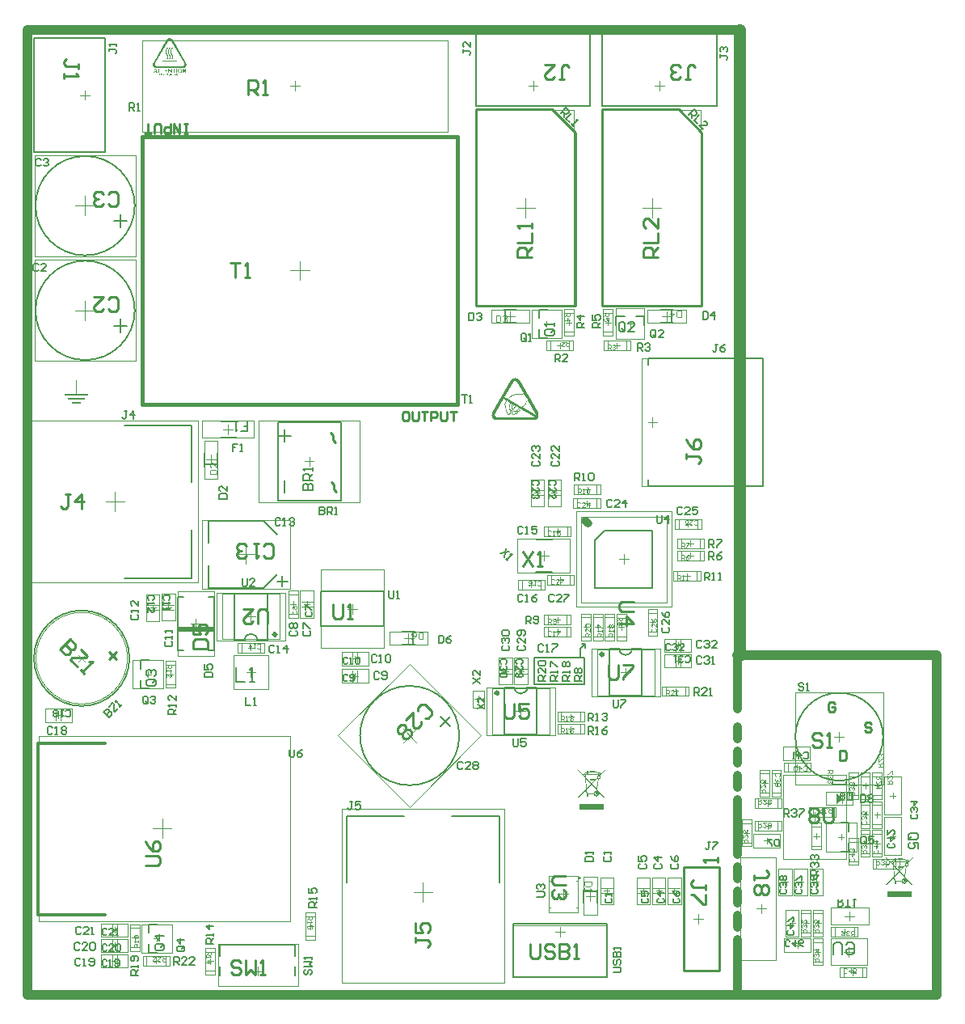
<source format=gto>
G04*
G04 #@! TF.GenerationSoftware,Altium Limited,Altium Designer,22.7.1 (60)*
G04*
G04 Layer_Color=65535*
%FSLAX25Y25*%
%MOIN*%
G70*
G04*
G04 #@! TF.SameCoordinates,8F3D338C-3F21-4459-BB37-C929D6ECBF1C*
G04*
G04*
G04 #@! TF.FilePolarity,Positive*
G04*
G01*
G75*
%ADD10C,0.00787*%
%ADD11C,0.01968*%
%ADD12C,0.00500*%
%ADD13C,0.01181*%
%ADD14C,0.00394*%
%ADD15C,0.00984*%
%ADD16C,0.01575*%
%ADD17C,0.00591*%
%ADD18C,0.01000*%
%ADD19R,0.14961X0.02362*%
%ADD20C,0.00866*%
%ADD21C,0.04000*%
%ADD22C,0.03500*%
%ADD23C,0.05000*%
G36*
X335981Y78500D02*
X333619Y76138D01*
Y80862D01*
X335981Y78500D01*
D02*
G37*
G36*
X201293Y251622D02*
X201472Y251571D01*
X201676Y251520D01*
X201906Y251418D01*
X202110Y251291D01*
X202339Y251112D01*
X202365Y251087D01*
X202416Y251036D01*
X202543Y250908D01*
X202569Y250883D01*
X202594Y250832D01*
X202696Y250678D01*
X210400Y237337D01*
X210426Y237311D01*
X210452Y237235D01*
X210503Y237082D01*
X210579Y236903D01*
X210630Y236699D01*
X210655Y236444D01*
Y236189D01*
X210630Y235908D01*
Y235883D01*
X210605Y235832D01*
X210579Y235730D01*
X210554Y235628D01*
Y235602D01*
X210528Y235551D01*
X210477Y235474D01*
X210426Y235347D01*
X210400D01*
X210375Y235321D01*
X210324Y235245D01*
X210247Y235117D01*
X210120Y234990D01*
X209967Y234837D01*
X209788Y234684D01*
X209559Y234556D01*
X209303Y234454D01*
X209278D01*
X209202Y234429D01*
X209099Y234403D01*
X208997D01*
X208972Y234378D01*
X208870D01*
X208742Y234352D01*
X193207D01*
X193054Y234378D01*
X192875Y234429D01*
X192646Y234480D01*
X192416Y234582D01*
X192186Y234709D01*
X191957Y234888D01*
X191931Y234913D01*
X191880Y234964D01*
X191753Y235092D01*
X191727Y235117D01*
X191702Y235168D01*
X191600Y235347D01*
X191574Y235372D01*
X191549Y235449D01*
X191498Y235577D01*
X191421Y235755D01*
X191370Y235959D01*
X191344Y236189D01*
Y236444D01*
X191370Y236724D01*
Y236750D01*
X191395Y236827D01*
X191421Y236929D01*
X191446Y237005D01*
Y237031D01*
X191472Y237082D01*
X191523Y237158D01*
X191574Y237260D01*
Y237286D01*
Y237311D01*
X191600D01*
X199278Y250627D01*
Y250653D01*
X199329Y250704D01*
X199431Y250857D01*
X199635Y251087D01*
X199865Y251291D01*
X199916Y251316D01*
X200018Y251367D01*
X200043Y251393D01*
X200094Y251418D01*
X200196Y251469D01*
X200299Y251520D01*
X200451Y251571D01*
X200630Y251597D01*
X200809Y251648D01*
X201140D01*
X201293Y251622D01*
D02*
G37*
G36*
X365230Y54044D02*
X363007Y51767D01*
X363244D01*
Y50546D01*
X362370D01*
X362206Y48633D01*
X361969Y45991D01*
X364884Y42966D01*
X364665Y42729D01*
X361932Y45554D01*
X361914Y45390D01*
X362042Y45335D01*
X362187Y45244D01*
X362315Y45116D01*
X362406Y44989D01*
X362479Y44843D01*
X362534Y44697D01*
X362570Y44552D01*
X362588Y44369D01*
X362570Y44205D01*
X362515Y44023D01*
X362424Y43823D01*
X362297Y43641D01*
X362169Y43513D01*
X362005Y43404D01*
X361805Y43331D01*
X361641Y43276D01*
X361422D01*
X361204Y43294D01*
X360967Y43367D01*
X360766Y43513D01*
X360620Y43677D01*
X360511Y43823D01*
X360438Y43968D01*
X358288D01*
Y43221D01*
X357596D01*
Y43968D01*
X357505D01*
X357323Y45918D01*
X354207Y42729D01*
X353989Y42948D01*
X357286Y46355D01*
X357140Y47868D01*
X356940Y49963D01*
X356849Y50837D01*
X353770Y54044D01*
X353989Y54263D01*
X356813Y51329D01*
X356740Y52040D01*
X356266D01*
Y52605D01*
X356703D01*
X356685Y52732D01*
X356721Y52805D01*
X356758Y52860D01*
X356831Y52933D01*
X356940Y53024D01*
X357049Y53097D01*
X357177Y53170D01*
X357305Y53224D01*
X357396Y53279D01*
Y53625D01*
X358143D01*
Y53479D01*
X358380Y53516D01*
X358616Y53552D01*
X358835Y53570D01*
X358981D01*
Y53807D01*
X360730D01*
Y53534D01*
X360948Y53516D01*
X361222Y53461D01*
X361477Y53406D01*
X361732Y53334D01*
X361969Y53242D01*
X362133Y53170D01*
X362260Y53079D01*
X362351Y53006D01*
X362388Y53060D01*
X362479Y53115D01*
X362588Y53151D01*
X362716Y53170D01*
X362843Y53151D01*
X362971Y53097D01*
X363062Y53024D01*
X363135Y52896D01*
X363171Y52823D01*
X363190Y52714D01*
X363171Y52623D01*
X363153Y52550D01*
X363117Y52459D01*
X363062Y52404D01*
X363007Y52350D01*
X362953Y52313D01*
X362916Y52277D01*
Y52113D01*
X364993Y54263D01*
X365230Y54044D01*
D02*
G37*
G36*
X364392Y40215D02*
Y40179D01*
Y40142D01*
Y40069D01*
Y39960D01*
Y39832D01*
Y39814D01*
Y39760D01*
Y39687D01*
Y39577D01*
Y39450D01*
Y39304D01*
Y38976D01*
Y38958D01*
Y38903D01*
Y38812D01*
Y38685D01*
Y38411D01*
Y38120D01*
Y38102D01*
Y38065D01*
Y37938D01*
Y37792D01*
Y37756D01*
Y37737D01*
X354426D01*
Y37792D01*
Y37828D01*
Y37901D01*
Y37992D01*
Y38120D01*
Y38138D01*
Y38193D01*
Y38266D01*
Y38375D01*
Y38502D01*
Y38648D01*
Y38976D01*
Y38994D01*
Y39049D01*
Y39140D01*
Y39268D01*
Y39541D01*
Y39832D01*
Y39851D01*
Y39887D01*
Y39960D01*
Y40033D01*
Y40106D01*
Y40179D01*
Y40215D01*
Y40233D01*
X364392D01*
Y40215D01*
D02*
G37*
G36*
X238230Y90044D02*
X236007Y87767D01*
X236244D01*
Y86546D01*
X235370D01*
X235206Y84633D01*
X234969Y81991D01*
X237884Y78966D01*
X237665Y78729D01*
X234932Y81554D01*
X234914Y81390D01*
X235042Y81335D01*
X235187Y81244D01*
X235315Y81116D01*
X235406Y80989D01*
X235479Y80843D01*
X235534Y80697D01*
X235570Y80551D01*
X235588Y80369D01*
X235570Y80205D01*
X235515Y80023D01*
X235424Y79823D01*
X235297Y79641D01*
X235169Y79513D01*
X235005Y79404D01*
X234805Y79331D01*
X234641Y79276D01*
X234422D01*
X234204Y79294D01*
X233967Y79367D01*
X233766Y79513D01*
X233621Y79677D01*
X233511Y79823D01*
X233438Y79969D01*
X231288D01*
Y79221D01*
X230596D01*
Y79969D01*
X230505D01*
X230323Y81918D01*
X227207Y78729D01*
X226989Y78948D01*
X230286Y82355D01*
X230140Y83868D01*
X229940Y85963D01*
X229849Y86837D01*
X226770Y90044D01*
X226989Y90263D01*
X229813Y87329D01*
X229740Y88040D01*
X229266D01*
Y88605D01*
X229703D01*
X229685Y88732D01*
X229721Y88805D01*
X229758Y88860D01*
X229831Y88933D01*
X229940Y89024D01*
X230049Y89097D01*
X230177Y89170D01*
X230305Y89224D01*
X230396Y89279D01*
Y89625D01*
X231143D01*
Y89479D01*
X231380Y89516D01*
X231616Y89552D01*
X231835Y89570D01*
X231981D01*
Y89807D01*
X233730D01*
Y89534D01*
X233948Y89516D01*
X234222Y89461D01*
X234477Y89406D01*
X234732Y89334D01*
X234969Y89242D01*
X235133Y89170D01*
X235260Y89078D01*
X235351Y89006D01*
X235388Y89060D01*
X235479Y89115D01*
X235588Y89151D01*
X235716Y89170D01*
X235843Y89151D01*
X235971Y89097D01*
X236062Y89024D01*
X236135Y88896D01*
X236171Y88823D01*
X236190Y88714D01*
X236171Y88623D01*
X236153Y88550D01*
X236117Y88459D01*
X236062Y88404D01*
X236007Y88350D01*
X235953Y88313D01*
X235916Y88277D01*
Y88113D01*
X237993Y90263D01*
X238230Y90044D01*
D02*
G37*
G36*
X237392Y76215D02*
Y76179D01*
Y76142D01*
Y76069D01*
Y75960D01*
Y75832D01*
Y75814D01*
Y75760D01*
Y75687D01*
Y75577D01*
Y75450D01*
Y75304D01*
Y74976D01*
Y74958D01*
Y74903D01*
Y74812D01*
Y74685D01*
Y74411D01*
Y74120D01*
Y74102D01*
Y74065D01*
Y73938D01*
Y73792D01*
Y73755D01*
Y73737D01*
X227426D01*
Y73792D01*
Y73828D01*
Y73901D01*
Y73992D01*
Y74120D01*
Y74138D01*
Y74193D01*
Y74266D01*
Y74375D01*
Y74502D01*
Y74648D01*
Y74976D01*
Y74994D01*
Y75049D01*
Y75140D01*
Y75268D01*
Y75541D01*
Y75832D01*
Y75851D01*
Y75887D01*
Y75960D01*
Y76033D01*
Y76106D01*
Y76179D01*
Y76215D01*
Y76233D01*
X237392D01*
Y76215D01*
D02*
G37*
G36*
X20301Y245171D02*
X24819D01*
Y244551D01*
X15181D01*
Y245171D01*
X19699D01*
Y250947D01*
X20301D01*
Y245171D01*
D02*
G37*
G36*
X23562Y242821D02*
X16438D01*
Y243440D01*
X23562D01*
Y242821D01*
D02*
G37*
G36*
X21904Y241053D02*
X18096D01*
Y241654D01*
X21904D01*
Y241053D01*
D02*
G37*
G36*
X58710Y391716D02*
X58837Y391680D01*
X58983Y391643D01*
X59147Y391570D01*
X59293Y391479D01*
X59457Y391352D01*
X59475Y391334D01*
X59511Y391297D01*
X59602Y391206D01*
X59620Y391188D01*
X59639Y391151D01*
X59712Y391042D01*
X65214Y381513D01*
X65232Y381495D01*
X65250Y381440D01*
X65287Y381331D01*
X65342Y381203D01*
X65378Y381058D01*
X65396Y380875D01*
Y380693D01*
X65378Y380493D01*
Y380474D01*
X65360Y380438D01*
X65342Y380365D01*
X65323Y380292D01*
Y380274D01*
X65305Y380238D01*
X65269Y380183D01*
X65232Y380092D01*
X65214D01*
X65196Y380074D01*
X65159Y380019D01*
X65105Y379928D01*
X65014Y379837D01*
X64904Y379727D01*
X64777Y379618D01*
X64613Y379527D01*
X64431Y379454D01*
X64412D01*
X64358Y379436D01*
X64285Y379418D01*
X64212D01*
X64194Y379399D01*
X64121D01*
X64030Y379381D01*
X52934D01*
X52824Y379399D01*
X52697Y379436D01*
X52533Y379472D01*
X52369Y379545D01*
X52205Y379636D01*
X52041Y379764D01*
X52023Y379782D01*
X51986Y379819D01*
X51895Y379910D01*
X51877Y379928D01*
X51859Y379964D01*
X51786Y380092D01*
X51768Y380110D01*
X51749Y380165D01*
X51713Y380256D01*
X51658Y380383D01*
X51622Y380529D01*
X51604Y380693D01*
Y380875D01*
X51622Y381076D01*
Y381094D01*
X51640Y381149D01*
X51658Y381222D01*
X51677Y381276D01*
Y381294D01*
X51695Y381331D01*
X51731Y381385D01*
X51768Y381458D01*
Y381476D01*
Y381495D01*
X51786D01*
X57270Y391006D01*
Y391024D01*
X57307Y391060D01*
X57380Y391170D01*
X57525Y391334D01*
X57689Y391479D01*
X57726Y391497D01*
X57798Y391534D01*
X57817Y391552D01*
X57853Y391570D01*
X57926Y391607D01*
X57999Y391643D01*
X58108Y391680D01*
X58236Y391698D01*
X58363Y391734D01*
X58600D01*
X58710Y391716D01*
D02*
G37*
G36*
X65214Y377414D02*
X64977D01*
X64066Y378798D01*
Y377414D01*
X63848D01*
Y379163D01*
X64084D01*
X64995Y377796D01*
Y379163D01*
X65214D01*
Y377414D01*
D02*
G37*
G36*
X59402D02*
X59165D01*
X58236Y378798D01*
Y377414D01*
X58017D01*
Y379163D01*
X58254D01*
X59183Y377796D01*
Y379163D01*
X59402D01*
Y377414D01*
D02*
G37*
G36*
X61552D02*
X61315D01*
Y379163D01*
X61552D01*
Y377414D01*
D02*
G37*
G36*
X61042Y378962D02*
X60459D01*
Y377414D01*
X60222D01*
Y378962D01*
X59657D01*
Y379163D01*
X61042D01*
Y378962D01*
D02*
G37*
G36*
X57671D02*
X56632D01*
Y378416D01*
X57598D01*
Y378215D01*
X56632D01*
Y377614D01*
X57707D01*
Y377414D01*
X56396D01*
Y379163D01*
X57671D01*
Y378962D01*
D02*
G37*
G36*
X56159D02*
X55576D01*
Y377414D01*
X55357D01*
Y378962D01*
X54774D01*
Y379163D01*
X56159D01*
Y378962D01*
D02*
G37*
G36*
X54665D02*
X54100D01*
Y377414D01*
X53863D01*
Y378962D01*
X53280D01*
Y379163D01*
X54665D01*
Y378962D01*
D02*
G37*
G36*
X53408Y377414D02*
X53152D01*
X52952Y377942D01*
X52223D01*
X52023Y377414D01*
X51786D01*
X52442Y379163D01*
X52697D01*
X53408Y377414D01*
D02*
G37*
G36*
X62864Y379181D02*
X63010Y379144D01*
X63155Y379071D01*
X63192Y379053D01*
X63265Y378999D01*
X63356Y378889D01*
X63447Y378762D01*
Y378744D01*
X63465Y378725D01*
X63501Y378616D01*
X63538Y378470D01*
X63556Y378288D01*
Y378270D01*
Y378252D01*
X63538Y378124D01*
X63520Y377978D01*
X63447Y377814D01*
X63428Y377778D01*
X63374Y377687D01*
X63265Y377596D01*
X63137Y377505D01*
X63100Y377486D01*
X63010Y377450D01*
X62882Y377414D01*
X62718Y377395D01*
X62682D01*
X62572Y377414D01*
X62426Y377450D01*
X62281Y377505D01*
X62244Y377523D01*
X62171Y377596D01*
X62062Y377687D01*
X61971Y377833D01*
Y377851D01*
X61953Y377869D01*
X61935Y377960D01*
X61898Y378106D01*
X61880Y378270D01*
Y378288D01*
Y378343D01*
X61898Y378416D01*
X61916Y378525D01*
X61989Y378744D01*
X62044Y378853D01*
X62117Y378944D01*
X62135Y378962D01*
X62153Y378980D01*
X62208Y379017D01*
X62281Y379071D01*
X62463Y379163D01*
X62590Y379181D01*
X62718Y379199D01*
X62754D01*
X62864Y379181D01*
D02*
G37*
G36*
X57726Y377122D02*
X57744D01*
X57762Y377104D01*
X57835Y377031D01*
Y377013D01*
X57853Y376994D01*
X57871Y376885D01*
X57762D01*
Y376903D01*
Y376940D01*
X57744Y376976D01*
X57707Y377013D01*
X57689D01*
X57671Y377031D01*
X57562Y377049D01*
X57507D01*
X57452Y377031D01*
X57398Y377013D01*
X57380Y376994D01*
X57361Y376922D01*
Y376885D01*
X57380Y376830D01*
X57416Y376812D01*
X57471Y376794D01*
X57562Y376776D01*
X57580D01*
X57635Y376758D01*
X57707Y376739D01*
X57744Y376721D01*
X57762D01*
X57798Y376703D01*
X57835Y376666D01*
X57871Y376630D01*
X57890Y376594D01*
X57908Y376502D01*
Y376484D01*
Y376466D01*
X57890Y376411D01*
X57853Y376375D01*
X57835Y376357D01*
X57744Y376302D01*
X57726D01*
X57689Y376284D01*
X57580Y376266D01*
X57507D01*
X57380Y376302D01*
X57361D01*
X57343Y376320D01*
X57252Y376393D01*
Y376411D01*
X57234Y376430D01*
X57197Y376539D01*
X57325Y376557D01*
Y376521D01*
X57361Y376448D01*
X57380Y376430D01*
X57434Y376375D01*
X57707D01*
X57726Y376393D01*
X57762Y376430D01*
X57780Y376448D01*
X57798Y376502D01*
Y376521D01*
X57762Y376575D01*
X57744Y376594D01*
X57689Y376630D01*
X57671D01*
X57616Y376648D01*
X57525Y376666D01*
X57507D01*
X57471Y376685D01*
X57416Y376703D01*
X57361Y376721D01*
X57325Y376739D01*
X57270Y376812D01*
X57252Y376830D01*
X57234Y376903D01*
Y376922D01*
Y376940D01*
X57270Y377031D01*
Y377049D01*
X57307Y377067D01*
X57380Y377122D01*
X57398D01*
X57434Y377140D01*
X57543Y377158D01*
X57616D01*
X57726Y377122D01*
D02*
G37*
G36*
X61843D02*
X61916Y377085D01*
X61935Y377067D01*
X61953Y377031D01*
X61989Y376976D01*
X62026Y376903D01*
X61916Y376867D01*
Y376885D01*
X61898Y376922D01*
X61825Y377013D01*
X61789Y377031D01*
X61698Y377049D01*
X61643D01*
X61515Y377013D01*
Y376994D01*
X61479Y376976D01*
X61424Y376867D01*
Y376849D01*
X61406Y376812D01*
X61388Y376703D01*
Y376685D01*
Y376648D01*
X61424Y376521D01*
Y376502D01*
X61461Y376466D01*
X61479Y376430D01*
X61534Y376393D01*
X61588D01*
X61679Y376375D01*
X61734D01*
X61843Y376411D01*
X61862Y376430D01*
X61880Y376448D01*
X61916Y376502D01*
X61935Y376575D01*
X62044Y376539D01*
Y376521D01*
X62007Y376466D01*
X61971Y376393D01*
X61916Y376357D01*
X61898Y376339D01*
X61862Y376320D01*
X61789Y376284D01*
X61698Y376266D01*
X61679D01*
X61607Y376284D01*
X61534Y376302D01*
X61461Y376339D01*
X61443D01*
X61406Y376375D01*
X61370Y376411D01*
X61315Y376466D01*
Y376484D01*
X61297Y376539D01*
X61278Y376612D01*
Y376703D01*
Y376721D01*
Y376794D01*
X61297Y376867D01*
X61333Y376940D01*
Y376958D01*
X61370Y376994D01*
X61406Y377049D01*
X61479Y377104D01*
X61497Y377122D01*
X61534Y377140D01*
X61607Y377158D01*
X61770D01*
X61843Y377122D01*
D02*
G37*
G36*
X55047Y376284D02*
X54920D01*
Y376685D01*
X54464D01*
Y376284D01*
X54355D01*
Y377140D01*
X54464D01*
Y376776D01*
X54920D01*
Y377140D01*
X55047D01*
Y376284D01*
D02*
G37*
G36*
X58746Y376630D02*
Y376612D01*
Y376557D01*
X58728Y376484D01*
X58710Y376430D01*
X58691Y376393D01*
X58655Y376357D01*
X58600Y376320D01*
X58582D01*
X58546Y376302D01*
X58491Y376284D01*
X58400Y376266D01*
X58327D01*
X58254Y376284D01*
X58199Y376320D01*
X58181D01*
X58163Y376339D01*
X58090Y376411D01*
Y376430D01*
X58072Y376466D01*
X58054Y376539D01*
Y376630D01*
Y377140D01*
X58181D01*
Y376630D01*
Y376612D01*
Y376557D01*
Y376502D01*
X58199Y376466D01*
X58218Y376430D01*
X58272Y376375D01*
X58473D01*
X58527Y376393D01*
X58582Y376411D01*
X58600Y376430D01*
X58618Y376466D01*
X58637Y376521D01*
Y376630D01*
Y377140D01*
X58746D01*
Y376630D01*
D02*
G37*
G36*
X62827Y377031D02*
X62317D01*
Y376776D01*
X62791D01*
Y376666D01*
X62317D01*
Y376375D01*
X62845D01*
Y376284D01*
X62190D01*
Y377140D01*
X62827D01*
Y377031D01*
D02*
G37*
G36*
X61224Y376284D02*
X61078D01*
X60987Y376521D01*
X60623D01*
X60532Y376284D01*
X60404D01*
X60732Y377140D01*
X60860D01*
X61224Y376284D01*
D02*
G37*
G36*
X60404Y377031D02*
X59930D01*
Y376758D01*
X60349D01*
Y376666D01*
X59930D01*
Y376284D01*
X59821D01*
Y377140D01*
X60404D01*
Y377031D01*
D02*
G37*
G36*
X59511Y377122D02*
X59529D01*
X59548Y377104D01*
X59602Y377031D01*
Y377013D01*
X59620Y376994D01*
X59639Y376903D01*
Y376885D01*
Y376849D01*
X59620Y376794D01*
X59584Y376739D01*
X59566D01*
X59529Y376703D01*
X59475Y376685D01*
X59402Y376666D01*
X59420Y376648D01*
X59457Y376612D01*
X59493Y376594D01*
X59566Y376502D01*
X59712Y376284D01*
X59566D01*
X59457Y376448D01*
X59438Y376466D01*
X59420Y376502D01*
X59384Y376539D01*
X59365Y376575D01*
X59347Y376594D01*
X59311Y376630D01*
X59293D01*
X59256Y376648D01*
X59056D01*
Y376284D01*
X58946D01*
Y377140D01*
X59402D01*
X59511Y377122D01*
D02*
G37*
G36*
X56815Y377031D02*
X56523D01*
Y376284D01*
X56414D01*
Y377031D01*
X56122D01*
Y377140D01*
X56815D01*
Y377031D01*
D02*
G37*
G36*
X55758Y377122D02*
X55831Y377085D01*
X55849D01*
X55885Y377049D01*
X55940Y377013D01*
X55995Y376940D01*
Y376922D01*
X56013Y376867D01*
X56031Y376794D01*
Y376703D01*
Y376685D01*
Y376612D01*
X56013Y376539D01*
X55976Y376466D01*
X55958Y376448D01*
X55940Y376411D01*
X55831Y376320D01*
X55813D01*
X55758Y376302D01*
X55685Y376284D01*
X55612Y376266D01*
X55594D01*
X55539Y376284D01*
X55466Y376302D01*
X55393Y376339D01*
X55375D01*
X55339Y376375D01*
X55302Y376411D01*
X55248Y376466D01*
Y376484D01*
X55230Y376539D01*
X55211Y376612D01*
X55193Y376685D01*
Y376703D01*
Y376721D01*
X55211Y376812D01*
X55248Y376922D01*
X55321Y377031D01*
X55339Y377049D01*
X55393Y377104D01*
X55485Y377140D01*
X55612Y377158D01*
X55685D01*
X55758Y377122D01*
D02*
G37*
%LPC*%
G36*
X201013Y250347D02*
X200962D01*
X200834Y250321D01*
X200656Y250296D01*
X200451Y250194D01*
X200426Y250168D01*
X200400Y250143D01*
X200375D01*
X200349Y250117D01*
X200273Y250041D01*
X200171Y249939D01*
X200069Y249786D01*
X196625Y243816D01*
X197748Y243179D01*
X197773Y243204D01*
X197824Y243281D01*
X197952Y243383D01*
X198105Y243510D01*
X198130Y243536D01*
X198232Y243587D01*
X198360Y243689D01*
X198538Y243791D01*
X198564Y243816D01*
X198640Y243867D01*
X198666D01*
X198691Y243893D01*
X198768Y243944D01*
X198793D01*
X198819Y243969D01*
X198921Y244046D01*
X199048Y244122D01*
X199125Y244174D01*
X199151Y244199D01*
X199227Y244250D01*
X199355Y244326D01*
X199533Y244429D01*
X199916Y244658D01*
X200120Y244760D01*
X200324Y244837D01*
X200349D01*
X200426Y244862D01*
X200554Y244913D01*
X200707Y244939D01*
X200885Y244964D01*
X201115Y244990D01*
X201370Y245015D01*
X201676D01*
X201804Y244990D01*
X202263D01*
X202492Y244964D01*
X202952D01*
X203054Y244990D01*
X203283Y245041D01*
X203564Y245117D01*
X204431Y245475D01*
X201931Y249811D01*
X201906D01*
X201880Y249837D01*
X201829Y249939D01*
Y249964D01*
X201778Y249990D01*
X201727Y250041D01*
X201701Y250066D01*
X201676Y250092D01*
X201523Y250194D01*
X201293Y250270D01*
X201166Y250321D01*
X201013D01*
Y250347D01*
D02*
G37*
G36*
X204559Y245219D02*
X203666Y244862D01*
X203640D01*
X203589Y244837D01*
X203513Y244811D01*
X203411Y244760D01*
X203156Y244709D01*
X202850Y244658D01*
X202569D01*
X202314Y244684D01*
X201982Y244709D01*
X201191D01*
X200809Y244658D01*
X200426Y244582D01*
X200400D01*
X200349Y244556D01*
X200248Y244505D01*
X200094Y244429D01*
X199941Y244352D01*
X199737Y244250D01*
X199533Y244097D01*
X199304Y243944D01*
X199278Y243918D01*
X199202Y243893D01*
X199100Y243816D01*
X198921Y243689D01*
X198870Y243663D01*
X198793Y243638D01*
X198691Y243561D01*
X198666Y243536D01*
X198564Y243485D01*
X198436Y243383D01*
X198283Y243281D01*
X198258Y243255D01*
X198181Y243204D01*
X198105Y243128D01*
X198003Y243025D01*
X203513Y239837D01*
X203538D01*
X203615Y239862D01*
X203717Y239913D01*
X203870Y239990D01*
X204048Y240092D01*
X204253Y240245D01*
X204482Y240449D01*
X204737Y240679D01*
X204763Y240704D01*
X204788Y240730D01*
X204916Y240883D01*
X204941Y240908D01*
X204967Y240934D01*
X205069Y241061D01*
X205094Y241087D01*
X205120Y241163D01*
X205196Y241316D01*
X205298Y241546D01*
Y241571D01*
X205324Y241597D01*
X205375Y241750D01*
X205426Y241903D01*
X205503Y242082D01*
X205528Y242133D01*
X205605Y242235D01*
X205707Y242362D01*
X205834Y242515D01*
X205860Y242541D01*
X205911Y242566D01*
X206038Y242668D01*
X204559Y245219D01*
D02*
G37*
G36*
X200605Y240526D02*
Y240500D01*
Y240449D01*
X200579Y240398D01*
Y240347D01*
Y240321D01*
Y240270D01*
X200630Y240117D01*
Y240092D01*
X200656Y240041D01*
X200681Y240015D01*
X200707Y239939D01*
X200758Y239837D01*
X200809Y239760D01*
X200834D01*
X200860Y239811D01*
X200987Y239888D01*
X201140Y240015D01*
X201293Y240143D01*
X200605Y240526D01*
D02*
G37*
G36*
X199865Y240959D02*
Y240934D01*
X199814Y240908D01*
X199737Y240755D01*
Y240730D01*
Y240679D01*
X199712Y240577D01*
Y240475D01*
Y240449D01*
Y240398D01*
Y240245D01*
Y240092D01*
Y240041D01*
Y240015D01*
Y239964D01*
Y239862D01*
X199737Y239735D01*
X199763Y239607D01*
Y239582D01*
X199788Y239505D01*
X199814Y239454D01*
X199839Y239403D01*
Y239378D01*
X199890Y239301D01*
X199941Y239174D01*
X200043Y239020D01*
Y239046D01*
X200069Y239071D01*
X200094Y239097D01*
X200120Y239123D01*
X200171Y239174D01*
X200273Y239276D01*
X200426Y239429D01*
X200605Y239582D01*
X200579Y239607D01*
X200554Y239658D01*
X200477Y239786D01*
X200400Y239939D01*
X200375Y239990D01*
Y240015D01*
X200349Y240092D01*
X200324Y240194D01*
X200299Y240321D01*
Y240347D01*
Y240423D01*
X200324Y240551D01*
X200349Y240679D01*
X199865Y240959D01*
D02*
G37*
G36*
X199176Y241342D02*
Y241316D01*
X199151Y241214D01*
X199074Y241061D01*
X198946Y240857D01*
X198921Y240832D01*
X198870Y240730D01*
X198793Y240602D01*
X198768Y240500D01*
Y240475D01*
Y240372D01*
X198793Y240219D01*
X198819Y240092D01*
X198870Y239939D01*
Y239913D01*
X198895Y239862D01*
X198921Y239786D01*
X198946Y239684D01*
X198997Y239454D01*
Y239378D01*
Y239301D01*
Y239250D01*
X198972Y239148D01*
X198946Y238969D01*
Y238765D01*
Y238714D01*
X198972Y238689D01*
X198997D01*
X199023Y238663D01*
X199074Y238638D01*
X199125Y238587D01*
X199151D01*
X199176Y238561D01*
X199227Y238510D01*
X199253Y238485D01*
X199304Y238434D01*
X199406Y238383D01*
X199431D01*
X199457Y238332D01*
X199559Y238281D01*
X199584Y238332D01*
X199635Y238434D01*
X199712Y238587D01*
X199839Y238791D01*
X199814Y238842D01*
X199763Y238944D01*
X199661Y239097D01*
X199584Y239276D01*
Y239301D01*
X199559Y239352D01*
X199533Y239403D01*
X199508D01*
Y239429D01*
Y239454D01*
X199482Y239531D01*
Y239556D01*
Y239582D01*
X199457Y239658D01*
X199431Y239811D01*
Y240015D01*
Y240041D01*
Y240092D01*
Y240219D01*
Y240245D01*
Y240296D01*
Y240475D01*
Y240500D01*
Y240602D01*
Y240704D01*
X199457Y240832D01*
Y240857D01*
X199508Y240934D01*
X199610Y241112D01*
X199176Y241342D01*
D02*
G37*
G36*
X202365Y238816D02*
X202339D01*
X202314Y238791D01*
X202212Y238740D01*
X202110Y238663D01*
X202033Y238612D01*
X202008Y238587D01*
X201931Y238510D01*
X201829Y238383D01*
X201727Y238230D01*
Y238204D01*
X201701Y238179D01*
Y238153D01*
X201727D01*
X201752Y238128D01*
X201880Y238051D01*
X201931D01*
X202033Y238026D01*
X202186Y238000D01*
X202390Y237975D01*
X202518D01*
X202620Y238000D01*
X202696Y238051D01*
Y238077D01*
Y238102D01*
X202722Y238179D01*
X202747Y238255D01*
Y238306D01*
Y238332D01*
Y238357D01*
Y238408D01*
X202696Y238459D01*
Y238485D01*
X202671D01*
Y238510D01*
Y238536D01*
X202620Y238561D01*
X202543Y238663D01*
X202416Y238765D01*
X202365Y238816D01*
D02*
G37*
G36*
X201574Y239990D02*
X201523Y239964D01*
X201395Y239862D01*
X201217Y239709D01*
X200962Y239531D01*
X200936D01*
X200911Y239480D01*
X200758Y239352D01*
X200554Y239174D01*
X200349Y238944D01*
X200324Y238918D01*
X200248Y238816D01*
X200145Y238689D01*
X200043Y238510D01*
X199916Y238306D01*
X199814Y238077D01*
X199737Y237847D01*
X199715Y237646D01*
X199712Y237643D01*
Y237617D01*
X199715Y237646D01*
X199737Y237668D01*
X199763Y237719D01*
X199788Y237745D01*
X199814Y237770D01*
X199890Y237822D01*
X200018Y237898D01*
X200171Y237975D01*
X200196D01*
X200222Y238000D01*
X200299D01*
X200324Y238026D01*
X200349D01*
X200400Y238051D01*
X200451D01*
X200605Y238077D01*
X200962D01*
X200987Y238051D01*
X201089Y238026D01*
X201166D01*
X201319Y237975D01*
Y238000D01*
X201344Y238026D01*
X201370Y238102D01*
Y238128D01*
X201395Y238153D01*
X201421Y238255D01*
X201472Y238357D01*
Y238383D01*
X201498Y238408D01*
X201574Y238510D01*
X201701Y238663D01*
X201855Y238816D01*
X201880D01*
X201931Y238867D01*
X202033Y238944D01*
X202186Y239046D01*
X202212D01*
X202237Y239071D01*
X202365Y239174D01*
X202492Y239276D01*
X202620Y239378D01*
X201574Y239990D01*
D02*
G37*
G36*
X201600Y237873D02*
Y237847D01*
X201574Y237745D01*
Y237719D01*
X201523Y237617D01*
X201472Y237464D01*
X201370Y237286D01*
X201395Y237260D01*
X201446Y237235D01*
X201549Y237209D01*
X201676Y237184D01*
X201778D01*
X201855Y237209D01*
X201931Y237260D01*
X201957D01*
X201982Y237286D01*
Y237337D01*
X202008Y237362D01*
Y237413D01*
Y237439D01*
Y237515D01*
Y237617D01*
X201931Y237745D01*
X201906D01*
X201880Y237770D01*
X201829D01*
X201804Y237796D01*
X201778D01*
X201727Y237822D01*
X201651Y237847D01*
X201600Y237873D01*
D02*
G37*
G36*
X197467Y242362D02*
Y242337D01*
Y242311D01*
X197416Y242158D01*
X197339Y241903D01*
X197186Y241597D01*
Y241571D01*
X197161Y241546D01*
X197084Y241393D01*
X197033Y241214D01*
X196982Y241087D01*
Y241036D01*
X196957Y240985D01*
Y240908D01*
X196982Y240781D01*
Y240653D01*
X197033Y240475D01*
X197084Y240270D01*
Y240245D01*
X197110Y240168D01*
X197135Y240092D01*
X197161Y240015D01*
Y239990D01*
Y239939D01*
X197186Y239811D01*
X197237Y239582D01*
X197288Y239250D01*
Y239225D01*
Y239199D01*
X197314Y239020D01*
X197339Y238842D01*
X197390Y238638D01*
X197416Y238587D01*
X197441Y238485D01*
X197518Y238332D01*
X197594Y238153D01*
X197620Y238128D01*
X197645Y238026D01*
X197671Y237924D01*
X197722Y237822D01*
X197773D01*
X197799Y237847D01*
X197952D01*
X198105Y237796D01*
X198207Y237745D01*
X198309Y237694D01*
X198385Y237592D01*
X198487Y237464D01*
X198513Y237413D01*
X198564Y237362D01*
X198589Y237337D01*
X198615Y237286D01*
X198691Y237107D01*
Y237056D01*
Y236954D01*
Y236929D01*
Y236903D01*
Y236852D01*
Y236827D01*
X198717Y236852D01*
X198768Y236878D01*
X198793Y236903D01*
X198870Y237005D01*
X198946Y237133D01*
X198997Y237311D01*
Y237362D01*
Y237413D01*
X198972Y237490D01*
Y237617D01*
X198921Y237796D01*
X198870Y238000D01*
X198793Y238255D01*
X198768Y238281D01*
Y238332D01*
X198742Y238434D01*
X198717Y238459D01*
Y238510D01*
X198691Y238587D01*
Y238612D01*
X198666Y238663D01*
Y238689D01*
Y238765D01*
Y238791D01*
Y238816D01*
Y238969D01*
Y239148D01*
X198717Y239378D01*
Y239403D01*
Y239454D01*
X198691Y239607D01*
X198666Y239709D01*
X198615Y239837D01*
Y239862D01*
X198589Y239913D01*
X198564Y240015D01*
X198538Y240117D01*
X198487Y240347D01*
X198462Y240475D01*
Y240551D01*
Y240577D01*
X198513Y240679D01*
X198589Y240832D01*
X198717Y241010D01*
Y241036D01*
X198742Y241061D01*
X198819Y241189D01*
X198895Y241367D01*
X198921Y241520D01*
X197467Y242362D01*
D02*
G37*
G36*
X200936Y237949D02*
X200860D01*
X200707Y237924D01*
X200605D01*
X200477Y237898D01*
X200375Y237873D01*
X200273D01*
X200248Y237847D01*
X200196D01*
X200171Y237822D01*
X200094Y237796D01*
X199992Y237719D01*
X199890Y237643D01*
X199865Y237592D01*
X199814Y237515D01*
X199763Y237388D01*
X199737Y237362D01*
X199712Y237235D01*
Y237184D01*
X199763Y237082D01*
X199814Y236954D01*
X199890Y236852D01*
X199941Y236827D01*
X199992Y236801D01*
X200094Y236776D01*
X200400D01*
X200503Y236827D01*
X200554Y236852D01*
X200605Y236878D01*
X200681Y236929D01*
X200707Y236954D01*
X200783Y237031D01*
X200885Y237133D01*
X201038Y237337D01*
Y237362D01*
X201064Y237388D01*
X201166Y237515D01*
X201242Y237668D01*
X201293Y237822D01*
X201268Y237847D01*
X201217Y237873D01*
X201089Y237898D01*
X200936Y237949D01*
D02*
G37*
G36*
X198003Y237719D02*
X197875D01*
X197799Y237694D01*
X197773D01*
X197799Y237592D01*
Y237566D01*
X197824Y237515D01*
X197875Y237413D01*
X197900Y237311D01*
X198003Y237082D01*
X198054Y236980D01*
X198105Y236903D01*
X198130Y236878D01*
X198181Y236827D01*
X198283Y236776D01*
X198411Y236724D01*
X198513D01*
X198538Y236750D01*
Y236776D01*
Y236827D01*
Y236852D01*
X198564Y236878D01*
Y236954D01*
Y236980D01*
Y237005D01*
Y237031D01*
X198538Y237056D01*
Y237082D01*
X198513Y237133D01*
X198436Y237286D01*
Y237311D01*
X198411Y237337D01*
X198385Y237362D01*
X198360Y237413D01*
Y237439D01*
X198334Y237464D01*
X198232Y237566D01*
X198079Y237668D01*
X198003Y237719D01*
D02*
G37*
G36*
X206191Y242439D02*
X206166D01*
X206140Y242388D01*
X206038Y242311D01*
X206013Y242286D01*
X205962Y242209D01*
X205860Y242107D01*
X205758Y241929D01*
X205732Y241903D01*
X205707Y241827D01*
X205630Y241673D01*
X205554Y241444D01*
Y241418D01*
X205528Y241393D01*
X205477Y241240D01*
X205400Y241061D01*
X205298Y240908D01*
Y240883D01*
X205247Y240832D01*
X205145Y240704D01*
X205120Y240679D01*
X205069Y240628D01*
X204941Y240475D01*
X204916Y240449D01*
X204839Y240372D01*
X204712Y240270D01*
X204584Y240143D01*
X204227Y239888D01*
X204023Y239760D01*
X203844Y239658D01*
X209380Y236444D01*
Y236495D01*
Y236597D01*
Y236623D01*
Y236699D01*
Y236750D01*
X209354Y236852D01*
X209303Y236980D01*
X209227Y237133D01*
Y237158D01*
X206191Y242439D01*
D02*
G37*
G36*
X196191Y243076D02*
X192747Y237133D01*
Y237107D01*
Y237082D01*
X192722Y237056D01*
X192696Y236954D01*
X192671Y236929D01*
X192646Y236801D01*
Y236776D01*
Y236724D01*
X192620Y236648D01*
Y236546D01*
X192646Y236316D01*
X192747Y236061D01*
X192773D01*
X192798Y236010D01*
X192850Y235934D01*
X192875Y235908D01*
X192952Y235806D01*
X192977D01*
X193003Y235755D01*
X193156Y235679D01*
X193385Y235577D01*
X193538Y235551D01*
X193691Y235526D01*
X208334D01*
Y235551D01*
X208513D01*
X208564Y235577D01*
X208666D01*
X208742Y235628D01*
X208921Y235730D01*
X202875Y239225D01*
X202850Y239199D01*
X202799Y239148D01*
X202696Y239071D01*
X202594Y238969D01*
X202620Y238944D01*
X202671Y238918D01*
X202773Y238816D01*
X202901Y238689D01*
X202926Y238663D01*
X202952Y238638D01*
X203003Y238561D01*
X203028Y238434D01*
X203054Y238306D01*
Y238281D01*
X203028Y238204D01*
X203003Y238102D01*
X202977Y237975D01*
X202952Y237949D01*
X202926Y237873D01*
X202901Y237847D01*
X202799Y237796D01*
X202645Y237719D01*
X202416Y237694D01*
X202288D01*
Y237668D01*
X202314Y237592D01*
Y237464D01*
X202288Y237337D01*
Y237311D01*
Y237286D01*
X202263Y237209D01*
X202237Y237158D01*
X202186Y237107D01*
X202161Y237082D01*
X202135Y237056D01*
X202110Y237031D01*
X202008Y236954D01*
X201855Y236903D01*
X201651Y236878D01*
X201600D01*
X201498Y236903D01*
X201344Y236954D01*
X201191Y237056D01*
X201166Y237031D01*
X201089Y236929D01*
X200987Y236801D01*
X200860Y236699D01*
X200834D01*
X200809Y236648D01*
X200732Y236623D01*
X200630Y236572D01*
X200605D01*
X200554Y236546D01*
X200375Y236495D01*
X200043D01*
X199941Y236521D01*
X199814Y236572D01*
X199712Y236648D01*
Y236673D01*
X199661Y236699D01*
X199610Y236776D01*
X199559Y236852D01*
X199508Y236980D01*
X199457Y237133D01*
X199431Y237286D01*
X199406Y237490D01*
Y237515D01*
Y237541D01*
Y237566D01*
Y237592D01*
Y237694D01*
X199431Y237822D01*
X199457Y237975D01*
X199431Y238000D01*
X199380Y238051D01*
X199253Y238128D01*
X199227Y238153D01*
X199202Y238179D01*
X199100Y238230D01*
Y238204D01*
X199125Y238128D01*
X199176Y238000D01*
X199202Y237847D01*
X199253Y237541D01*
X199278Y237388D01*
Y237286D01*
Y237260D01*
Y237235D01*
X199227Y237056D01*
X199125Y236852D01*
X199048Y236750D01*
X198946Y236648D01*
X198921Y236623D01*
X198870Y236597D01*
X198691Y236495D01*
X198666D01*
X198589Y236469D01*
X198487Y236444D01*
X198334D01*
X198232Y236495D01*
X198054Y236572D01*
X197900Y236724D01*
X197875Y236776D01*
X197824Y236827D01*
X197799Y236903D01*
X197722Y237005D01*
X197671Y237133D01*
X197594Y237311D01*
X197518Y237515D01*
Y237541D01*
Y237566D01*
X197492Y237592D01*
Y237617D01*
Y237643D01*
X197467Y237694D01*
X197416Y237822D01*
X197365Y237898D01*
X197314Y238026D01*
Y238051D01*
X197288Y238077D01*
X197237Y238230D01*
X197186Y238383D01*
X197135Y238536D01*
Y238561D01*
X197084Y238689D01*
X197059Y238791D01*
Y238893D01*
X197033Y239046D01*
X197008Y239225D01*
Y239250D01*
Y239301D01*
X196982Y239378D01*
X196957Y239480D01*
X196931Y239709D01*
X196880Y239913D01*
Y239939D01*
Y239964D01*
X196855Y239990D01*
X196829Y240092D01*
X196804Y240194D01*
Y240219D01*
X196778Y240296D01*
X196753Y240423D01*
X196727Y240577D01*
X196676Y240883D01*
Y241036D01*
X196702Y241163D01*
Y241189D01*
X196753Y241291D01*
X196829Y241469D01*
X196931Y241699D01*
Y241724D01*
X196957Y241775D01*
X197008Y241878D01*
X197059Y241980D01*
X197135Y242260D01*
X197186Y242515D01*
X196191Y243076D01*
D02*
G37*
G36*
X360420Y53497D02*
X359309D01*
Y53315D01*
X360420D01*
Y53497D01*
D02*
G37*
G36*
X357833Y53315D02*
X357705D01*
Y52896D01*
X357833D01*
Y53315D01*
D02*
G37*
G36*
X358981Y53242D02*
X358671Y53224D01*
X358398Y53188D01*
X358143Y53133D01*
Y52605D01*
X362206D01*
Y52678D01*
X362078Y52805D01*
X361914Y52896D01*
X361696Y53006D01*
X361422Y53079D01*
X361094Y53151D01*
X360730Y53206D01*
Y53006D01*
X358981D01*
Y53242D01*
D02*
G37*
G36*
X357396Y52915D02*
X357213Y52823D01*
X357104Y52750D01*
X357013Y52659D01*
Y52605D01*
X357396D01*
Y52915D01*
D02*
G37*
G36*
X362698Y52860D02*
X362679D01*
X362625Y52842D01*
X362570Y52787D01*
X362552Y52696D01*
Y52678D01*
X362570Y52623D01*
X362607Y52568D01*
X362698Y52550D01*
X362716D01*
X362789Y52568D01*
X362843Y52605D01*
X362862Y52696D01*
Y52714D01*
X362843Y52787D01*
X362789Y52842D01*
X362698Y52860D01*
D02*
G37*
G36*
X362916Y51457D02*
X362315D01*
Y50856D01*
X362916D01*
Y51457D01*
D02*
G37*
G36*
X360894Y50090D02*
X359254D01*
Y49981D01*
X360894D01*
Y50090D01*
D02*
G37*
G36*
X362169Y52040D02*
X357068D01*
X357159Y50983D01*
X359473Y48578D01*
X360529Y49671D01*
X358944D01*
Y50400D01*
X361240D01*
X362005Y51184D01*
Y51767D01*
X362133D01*
X362169Y52040D01*
D02*
G37*
G36*
X357213Y50473D02*
X357578Y46629D01*
X359254Y48360D01*
X357213Y50473D01*
D02*
G37*
G36*
X362005Y50728D02*
X361240Y49945D01*
Y49671D01*
X360967D01*
X359691Y48360D01*
X361677Y46301D01*
X362042Y50546D01*
X362005D01*
Y50728D01*
D02*
G37*
G36*
X359473Y48123D02*
X357614Y46209D01*
X357796Y44296D01*
X360366D01*
X360347Y44460D01*
X360402Y44697D01*
X360493Y44916D01*
X360620Y45098D01*
X360748Y45226D01*
X360894Y45335D01*
X361094Y45426D01*
X361295Y45481D01*
X361459Y45499D01*
X361604Y45481D01*
X361641Y45882D01*
X359473Y48123D01*
D02*
G37*
G36*
X361459Y44934D02*
X361368D01*
X361295Y44898D01*
X361185Y44861D01*
X361094Y44807D01*
X361003Y44697D01*
X360930Y44570D01*
X360912Y44388D01*
Y44369D01*
X360930Y44296D01*
X360948Y44224D01*
X360985Y44114D01*
X361040Y44023D01*
X361149Y43932D01*
X361277Y43859D01*
X361459Y43841D01*
X361477D01*
X361550Y43859D01*
X361641Y43877D01*
X361732Y43914D01*
X361841Y43968D01*
X361914Y44078D01*
X361987Y44205D01*
X362005Y44388D01*
Y44406D01*
Y44479D01*
X361969Y44570D01*
X361932Y44661D01*
X361878Y44770D01*
X361768Y44843D01*
X361641Y44916D01*
X361459Y44934D01*
D02*
G37*
G36*
X357979Y43968D02*
X357906D01*
Y43531D01*
X357979D01*
Y43968D01*
D02*
G37*
%LPD*%
G36*
X361641Y44715D02*
X361714Y44661D01*
X361768Y44606D01*
X361805Y44515D01*
X361823Y44388D01*
Y44369D01*
Y44333D01*
X361787Y44205D01*
X361732Y44133D01*
X361677Y44078D01*
X361586Y44041D01*
X361459Y44023D01*
X361404D01*
X361277Y44078D01*
X361204Y44114D01*
X361149Y44169D01*
X361112Y44260D01*
X361094Y44388D01*
Y44406D01*
Y44442D01*
X361149Y44570D01*
X361185Y44643D01*
X361240Y44697D01*
X361331Y44734D01*
X361459Y44752D01*
X361513D01*
X361641Y44715D01*
D02*
G37*
%LPC*%
G36*
X361495Y44442D02*
X361440D01*
X361422Y44424D01*
X361404Y44388D01*
Y44369D01*
X361422Y44351D01*
X361459Y44333D01*
X361495D01*
X361513Y44351D01*
Y44388D01*
Y44406D01*
Y44424D01*
X361495Y44442D01*
D02*
G37*
G36*
X233420Y89498D02*
X232309D01*
Y89315D01*
X233420D01*
Y89498D01*
D02*
G37*
G36*
X230833Y89315D02*
X230705D01*
Y88896D01*
X230833D01*
Y89315D01*
D02*
G37*
G36*
X231981Y89242D02*
X231671Y89224D01*
X231398Y89188D01*
X231143Y89133D01*
Y88605D01*
X235206D01*
Y88678D01*
X235078Y88805D01*
X234914Y88896D01*
X234696Y89006D01*
X234422Y89078D01*
X234094Y89151D01*
X233730Y89206D01*
Y89006D01*
X231981D01*
Y89242D01*
D02*
G37*
G36*
X230396Y88915D02*
X230213Y88823D01*
X230104Y88750D01*
X230013Y88659D01*
Y88605D01*
X230396D01*
Y88915D01*
D02*
G37*
G36*
X235698Y88860D02*
X235679D01*
X235625Y88842D01*
X235570Y88787D01*
X235552Y88696D01*
Y88678D01*
X235570Y88623D01*
X235607Y88568D01*
X235698Y88550D01*
X235716D01*
X235789Y88568D01*
X235843Y88605D01*
X235862Y88696D01*
Y88714D01*
X235843Y88787D01*
X235789Y88842D01*
X235698Y88860D01*
D02*
G37*
G36*
X235916Y87457D02*
X235315D01*
Y86856D01*
X235916D01*
Y87457D01*
D02*
G37*
G36*
X233894Y86090D02*
X232254D01*
Y85981D01*
X233894D01*
Y86090D01*
D02*
G37*
G36*
X235169Y88040D02*
X230068D01*
X230159Y86983D01*
X232473Y84578D01*
X233529Y85671D01*
X231944D01*
Y86400D01*
X234240D01*
X235005Y87184D01*
Y87767D01*
X235133D01*
X235169Y88040D01*
D02*
G37*
G36*
X230213Y86473D02*
X230578Y82629D01*
X232254Y84360D01*
X230213Y86473D01*
D02*
G37*
G36*
X235005Y86728D02*
X234240Y85945D01*
Y85671D01*
X233967D01*
X232691Y84360D01*
X234677Y82301D01*
X235042Y86546D01*
X235005D01*
Y86728D01*
D02*
G37*
G36*
X232473Y84123D02*
X230614Y82209D01*
X230796Y80296D01*
X233366D01*
X233347Y80460D01*
X233402Y80697D01*
X233493Y80916D01*
X233621Y81098D01*
X233748Y81226D01*
X233894Y81335D01*
X234094Y81426D01*
X234295Y81481D01*
X234459Y81499D01*
X234604Y81481D01*
X234641Y81882D01*
X232473Y84123D01*
D02*
G37*
G36*
X234459Y80934D02*
X234367D01*
X234295Y80898D01*
X234185Y80861D01*
X234094Y80807D01*
X234003Y80697D01*
X233930Y80570D01*
X233912Y80388D01*
Y80369D01*
X233930Y80296D01*
X233948Y80224D01*
X233985Y80114D01*
X234040Y80023D01*
X234149Y79932D01*
X234277Y79859D01*
X234459Y79841D01*
X234477D01*
X234550Y79859D01*
X234641Y79877D01*
X234732Y79914D01*
X234841Y79969D01*
X234914Y80078D01*
X234987Y80205D01*
X235005Y80388D01*
Y80406D01*
Y80479D01*
X234969Y80570D01*
X234932Y80661D01*
X234878Y80770D01*
X234768Y80843D01*
X234641Y80916D01*
X234459Y80934D01*
D02*
G37*
G36*
X230979Y79969D02*
X230906D01*
Y79531D01*
X230979D01*
Y79969D01*
D02*
G37*
%LPD*%
G36*
X234641Y80716D02*
X234714Y80661D01*
X234768Y80606D01*
X234805Y80515D01*
X234823Y80388D01*
Y80369D01*
Y80333D01*
X234787Y80205D01*
X234732Y80132D01*
X234677Y80078D01*
X234586Y80041D01*
X234459Y80023D01*
X234404D01*
X234277Y80078D01*
X234204Y80114D01*
X234149Y80169D01*
X234113Y80260D01*
X234094Y80388D01*
Y80406D01*
Y80442D01*
X234149Y80570D01*
X234185Y80643D01*
X234240Y80697D01*
X234331Y80734D01*
X234459Y80752D01*
X234513D01*
X234641Y80716D01*
D02*
G37*
%LPC*%
G36*
X234495Y80442D02*
X234440D01*
X234422Y80424D01*
X234404Y80388D01*
Y80369D01*
X234422Y80351D01*
X234459Y80333D01*
X234495D01*
X234513Y80351D01*
Y80388D01*
Y80406D01*
Y80424D01*
X234495Y80442D01*
D02*
G37*
G36*
X58509Y390805D02*
X58473D01*
X58382Y390787D01*
X58254Y390769D01*
X58108Y390696D01*
X58090Y390678D01*
X58072Y390659D01*
X58054D01*
X58035Y390641D01*
X57981Y390586D01*
X57908Y390514D01*
X57835Y390404D01*
X52606Y381367D01*
Y381349D01*
Y381331D01*
X52588Y381313D01*
X52569Y381240D01*
X52551Y381222D01*
X52533Y381130D01*
Y381112D01*
Y381076D01*
X52515Y381021D01*
Y380948D01*
X52533Y380784D01*
X52606Y380602D01*
X52624D01*
X52642Y380566D01*
X52679Y380511D01*
X52697Y380493D01*
X52752Y380420D01*
X52770D01*
X52788Y380383D01*
X52897Y380329D01*
X53061Y380256D01*
X53171Y380238D01*
X53280Y380219D01*
X63738D01*
Y380238D01*
X63866D01*
X63902Y380256D01*
X63975D01*
X64012Y380274D01*
X64121Y380329D01*
X64248Y380438D01*
X64394Y380602D01*
X64412Y380638D01*
X64449Y380711D01*
X64467Y380839D01*
X64485Y380985D01*
Y381003D01*
Y381058D01*
Y381094D01*
X64467Y381167D01*
X64431Y381258D01*
X64376Y381367D01*
Y381385D01*
X59165Y390423D01*
X59147D01*
X59129Y390441D01*
X59092Y390514D01*
Y390532D01*
X59056Y390550D01*
X59019Y390586D01*
X59001Y390605D01*
X58983Y390623D01*
X58873Y390696D01*
X58710Y390751D01*
X58618Y390787D01*
X58509D01*
Y390805D01*
D02*
G37*
%LPD*%
G36*
X59712Y387799D02*
X59857Y387617D01*
X59839Y387598D01*
X59785Y387562D01*
X59712Y387507D01*
X59620Y387416D01*
X59602Y387398D01*
X59566Y387343D01*
X59493Y387252D01*
X59420Y387143D01*
X59402Y387106D01*
X59347Y386997D01*
X59274Y386833D01*
X59202Y386633D01*
X59147Y386378D01*
X59129Y386104D01*
X59183Y385795D01*
X59220Y385649D01*
X59293Y385485D01*
X59311Y385467D01*
X59347Y385394D01*
X59420Y385284D01*
X59529Y385121D01*
X59548Y385084D01*
X59620Y384993D01*
X59693Y384865D01*
X59785Y384720D01*
X59803Y384683D01*
X59857Y384574D01*
X59894Y384410D01*
X59930Y384173D01*
Y384155D01*
Y384118D01*
Y383991D01*
Y383973D01*
Y383918D01*
Y383845D01*
X59912Y383790D01*
Y383754D01*
X59894Y383681D01*
X59857Y383554D01*
X59821Y383408D01*
X59748Y383262D01*
X59657Y383116D01*
X59548Y383007D01*
X59402Y382934D01*
X59274Y383317D01*
X59311Y383335D01*
X59329Y383353D01*
X59365Y383408D01*
X59402Y383463D01*
X59457Y383572D01*
X59493Y383681D01*
X59529Y383845D01*
Y383863D01*
Y383900D01*
Y383954D01*
Y383991D01*
Y384009D01*
Y384046D01*
Y384100D01*
Y384137D01*
Y384155D01*
X59511Y384191D01*
Y384264D01*
X59475Y384355D01*
X59438Y384465D01*
X59384Y384592D01*
X59293Y384720D01*
X59202Y384865D01*
Y384884D01*
X59165Y384902D01*
X59092Y385011D01*
X59001Y385157D01*
X58928Y385303D01*
X58910Y385321D01*
X58892Y385394D01*
X58837Y385503D01*
X58801Y385649D01*
X58764Y385813D01*
X58728Y385995D01*
X58710Y386195D01*
X58728Y386396D01*
Y386414D01*
X58746Y386487D01*
X58764Y386596D01*
X58801Y386724D01*
X58855Y386870D01*
X58910Y387034D01*
X59001Y387216D01*
X59092Y387380D01*
X59110Y387416D01*
X59165Y387489D01*
X59238Y387580D01*
X59329Y387690D01*
X59347Y387708D01*
X59420Y387762D01*
X59511Y387854D01*
X59620Y387945D01*
X59712Y387799D01*
D02*
G37*
G36*
X58710D02*
X58837Y387617D01*
X58819Y387598D01*
X58764Y387562D01*
X58691Y387489D01*
X58600Y387416D01*
X58582Y387398D01*
X58546Y387343D01*
X58491Y387252D01*
X58418Y387143D01*
X58400Y387106D01*
X58345Y386997D01*
X58272Y386833D01*
X58199Y386633D01*
X58145Y386378D01*
X58126Y386104D01*
X58181Y385795D01*
X58218Y385649D01*
X58290Y385485D01*
X58309Y385467D01*
X58345Y385394D01*
X58418Y385266D01*
X58527Y385121D01*
X58546Y385084D01*
X58600Y384993D01*
X58673Y384865D01*
X58764Y384720D01*
X58782Y384683D01*
X58837Y384574D01*
X58892Y384410D01*
X58928Y384173D01*
Y384155D01*
Y384137D01*
Y384082D01*
Y383991D01*
Y383973D01*
Y383918D01*
X58910Y383845D01*
Y383790D01*
Y383754D01*
X58892Y383681D01*
X58855Y383554D01*
X58801Y383408D01*
X58728Y383262D01*
X58637Y383116D01*
X58527Y383007D01*
X58382Y382934D01*
X58254Y383317D01*
X58290Y383335D01*
X58309Y383353D01*
X58363Y383408D01*
X58400Y383463D01*
X58436Y383572D01*
X58473Y383681D01*
X58509Y383845D01*
Y383863D01*
Y383900D01*
Y383991D01*
Y384009D01*
Y384046D01*
Y384137D01*
Y384155D01*
Y384191D01*
X58491Y384264D01*
X58473Y384355D01*
X58418Y384465D01*
X58363Y384592D01*
X58290Y384720D01*
X58199Y384865D01*
Y384884D01*
X58163Y384920D01*
X58090Y385029D01*
X57999Y385175D01*
X57926Y385303D01*
X57908Y385321D01*
X57890Y385394D01*
X57835Y385503D01*
X57798Y385649D01*
X57744Y385813D01*
X57707Y385995D01*
X57689Y386195D01*
X57707Y386396D01*
Y386414D01*
X57726Y386487D01*
X57744Y386596D01*
X57780Y386724D01*
X57835Y386870D01*
X57908Y387034D01*
X58072Y387380D01*
X58090Y387416D01*
X58145Y387489D01*
X58218Y387580D01*
X58309Y387690D01*
X58327Y387708D01*
X58400Y387781D01*
X58491Y387854D01*
X58600Y387945D01*
X58710Y387799D01*
D02*
G37*
G36*
X57689D02*
X57835Y387617D01*
X57817D01*
X57798Y387598D01*
X57744Y387562D01*
X57671Y387489D01*
X57598Y387416D01*
X57580Y387398D01*
X57525Y387343D01*
X57471Y387252D01*
X57398Y387143D01*
X57380Y387106D01*
X57325Y386997D01*
X57252Y386833D01*
X57179Y386633D01*
X57124Y386378D01*
X57106Y386104D01*
X57161Y385795D01*
X57197Y385649D01*
X57270Y385485D01*
X57288Y385467D01*
X57325Y385394D01*
X57398Y385284D01*
X57507Y385121D01*
X57525Y385084D01*
X57580Y384993D01*
X57653Y384865D01*
X57744Y384720D01*
X57762Y384683D01*
X57817Y384574D01*
X57871Y384410D01*
X57908Y384173D01*
Y384155D01*
Y384100D01*
Y384046D01*
Y383991D01*
Y383973D01*
Y383918D01*
Y383845D01*
X57890Y383790D01*
Y383754D01*
X57871Y383681D01*
X57835Y383554D01*
X57780Y383408D01*
X57707Y383262D01*
X57616Y383116D01*
X57507Y383007D01*
X57361Y382934D01*
X57234Y383317D01*
X57270Y383335D01*
X57288Y383353D01*
X57343Y383408D01*
X57380Y383463D01*
X57416Y383572D01*
X57452Y383681D01*
X57489Y383845D01*
Y383863D01*
X57507Y383900D01*
Y383991D01*
Y384009D01*
Y384027D01*
Y384137D01*
Y384155D01*
X57489Y384191D01*
Y384264D01*
X57452Y384355D01*
X57416Y384465D01*
X57361Y384592D01*
X57270Y384720D01*
X57179Y384865D01*
Y384884D01*
X57143Y384902D01*
X57070Y385011D01*
X56979Y385157D01*
X56906Y385303D01*
X56888Y385321D01*
X56869Y385394D01*
X56815Y385503D01*
X56778Y385649D01*
X56742Y385813D01*
X56705Y385995D01*
X56687Y386195D01*
X56705Y386396D01*
Y386414D01*
X56724Y386487D01*
X56742Y386596D01*
X56778Y386724D01*
X56815Y386870D01*
X56888Y387034D01*
X56960Y387216D01*
X57051Y387380D01*
X57070Y387416D01*
X57124Y387489D01*
X57197Y387580D01*
X57288Y387690D01*
X57325Y387726D01*
X57380Y387781D01*
X57489Y387872D01*
X57580Y387945D01*
X57689Y387799D01*
D02*
G37*
G36*
X61552Y381950D02*
X55448D01*
Y382460D01*
X61552D01*
Y381950D01*
D02*
G37*
%LPC*%
G36*
X52569Y378980D02*
Y378944D01*
X52551Y378871D01*
X52515Y378780D01*
X52478Y378652D01*
X52278Y378142D01*
X52879D01*
X52697Y378616D01*
Y378634D01*
X52679Y378652D01*
X52642Y378744D01*
X52606Y378853D01*
X52569Y378980D01*
D02*
G37*
G36*
X62718Y378999D02*
X62682D01*
X62572Y378980D01*
X62426Y378926D01*
X62299Y378835D01*
X62262Y378798D01*
X62208Y378689D01*
X62171Y378616D01*
X62153Y378525D01*
X62117Y378397D01*
Y378270D01*
Y378252D01*
Y378215D01*
X62135Y378161D01*
Y378088D01*
X62190Y377924D01*
X62281Y377760D01*
X62317Y377723D01*
X62408Y377669D01*
X62536Y377614D01*
X62718Y377577D01*
X62754D01*
X62864Y377596D01*
X63010Y377650D01*
X63137Y377760D01*
Y377778D01*
X63173Y377796D01*
X63228Y377905D01*
X63283Y378069D01*
X63319Y378288D01*
Y378306D01*
Y378325D01*
Y378416D01*
X63283Y378525D01*
X63246Y378652D01*
X63228Y378689D01*
X63192Y378744D01*
X63119Y378835D01*
X63028Y378907D01*
X63010Y378926D01*
X62937Y378962D01*
X62827Y378980D01*
X62718Y378999D01*
D02*
G37*
G36*
X60787Y377049D02*
Y377031D01*
Y376994D01*
X60750Y376885D01*
X60659Y376630D01*
X60951D01*
X60860Y376867D01*
Y376885D01*
X60823Y376940D01*
X60787Y377049D01*
D02*
G37*
G36*
X59384D02*
X59056D01*
Y376758D01*
X59347D01*
X59420Y376776D01*
X59438D01*
X59457Y376794D01*
X59493Y376830D01*
X59511Y376849D01*
Y376903D01*
Y376922D01*
Y376940D01*
X59475Y376994D01*
X59457Y377013D01*
X59438Y377031D01*
X59384Y377049D01*
D02*
G37*
G36*
X55612D02*
X55539D01*
X55485Y377013D01*
X55412Y376976D01*
X55393Y376958D01*
X55375Y376903D01*
X55339Y376812D01*
X55321Y376685D01*
Y376666D01*
X55339Y376594D01*
X55357Y376502D01*
X55412Y376430D01*
X55430D01*
X55466Y376411D01*
X55521Y376393D01*
X55612Y376375D01*
X55630D01*
X55703Y376393D01*
X55758Y376411D01*
X55831Y376448D01*
X55849Y376466D01*
X55885Y376521D01*
X55904Y376594D01*
X55922Y376703D01*
Y376721D01*
Y376776D01*
X55885Y376885D01*
Y376903D01*
X55867Y376922D01*
X55776Y377013D01*
X55758D01*
X55721Y377031D01*
X55612Y377049D01*
D02*
G37*
%LPD*%
D10*
X352756Y103839D02*
G03*
X352756Y103839I-18110J0D01*
G01*
X41894Y136203D02*
G03*
X41894Y136203I-19685J0D01*
G01*
X94660Y143585D02*
G03*
X89378Y143585I-2641J0D01*
G01*
X177953Y104331D02*
G03*
X177953Y104331I-20472J0D01*
G01*
X200679Y124213D02*
G03*
X205961Y124213I2641J0D01*
G01*
X243914Y140149D02*
G03*
X249196Y140149I2641J0D01*
G01*
X44094Y322688D02*
G03*
X44094Y322688I-20472J0D01*
G01*
Y279528D02*
G03*
X44094Y279528I-20472J0D01*
G01*
X227953Y45669D02*
G03*
X227953Y45669I-394J0D01*
G01*
X331890Y84153D02*
Y85335D01*
Y84153D02*
X337402D01*
Y85335D01*
X236811Y363780D02*
X284055D01*
X236811D02*
Y380709D01*
Y393307D01*
X284055D01*
Y363780D02*
Y393307D01*
X184744Y363780D02*
X231988D01*
X184744D02*
Y380709D01*
Y393307D01*
X231988D01*
Y363780D02*
Y393307D01*
X131496Y43701D02*
Y71260D01*
X155118D01*
X174803D02*
X194488D01*
Y43701D02*
Y71260D01*
X209750Y185193D02*
X216050D01*
X209357Y171807D02*
X216050D01*
X103051Y201163D02*
Y233447D01*
X129035D01*
Y201163D02*
Y233447D01*
X103051Y201163D02*
X129035D01*
X105807Y204313D02*
Y209431D01*
Y225376D02*
Y230494D01*
X103248Y227935D02*
X108366D01*
X72835Y216043D02*
X77953D01*
X78346Y215256D02*
Y220768D01*
X72835Y215256D02*
Y220768D01*
X74392Y139469D02*
X76754D01*
Y161516D01*
X74392D02*
X76754D01*
X61793Y139469D02*
X64156D01*
X61793D02*
Y161516D01*
X64156D01*
X102747Y167797D02*
X107078D01*
X104912Y165632D02*
Y169963D01*
X97038Y192797D02*
X102747Y187089D01*
X95857Y192797D02*
X97038D01*
X74597D02*
X95857D01*
X74597Y183742D02*
Y192797D01*
X97038Y165238D02*
X102747Y170947D01*
X95857Y165238D02*
X97038D01*
X74597D02*
X95857D01*
X74597D02*
Y174293D01*
X94660Y143585D02*
X98712D01*
X85326D02*
X89378D01*
X98712D02*
Y162876D01*
X85326D02*
X98712D01*
X85326Y143585D02*
Y162876D01*
X158968Y141744D02*
Y146862D01*
X154244Y147256D02*
X159756D01*
X154244Y141744D02*
X159756D01*
X130816Y163654D02*
X146958D01*
Y149481D02*
Y163654D01*
X120973Y149481D02*
X146958D01*
X120973D02*
Y163654D01*
X130816D01*
X46491Y131897D02*
Y135440D01*
X50034D01*
X46491Y123629D02*
Y127172D01*
Y123629D02*
X50034D01*
X170286Y108228D02*
X174184Y112126D01*
X170286Y112126D02*
X174184Y108228D01*
X196627Y124213D02*
X200679D01*
X205961D02*
X210013D01*
X196627Y104921D02*
Y124213D01*
Y104921D02*
X210013D01*
Y124213D01*
X257579Y165256D02*
Y188878D01*
X233957Y165256D02*
X257579D01*
X233957D02*
Y184941D01*
X237894Y188878D01*
X257579D01*
X239862Y140149D02*
X243914D01*
X249196D02*
X253248D01*
X239862Y120857D02*
Y140149D01*
Y120857D02*
X253248D01*
Y140149D01*
X250787Y277148D02*
X254331D01*
Y273604D02*
Y277148D01*
X242520D02*
X246063D01*
X242520Y273604D02*
Y277148D01*
X255709Y257086D02*
Y259842D01*
X303346D01*
Y207086D02*
Y259842D01*
X255709Y207086D02*
X303346D01*
X255709D02*
Y209842D01*
X260737Y274392D02*
X266249D01*
X260737Y279904D02*
X266249D01*
X265462Y274392D02*
Y279510D01*
X210846Y276360D02*
Y279904D01*
X214390D01*
X210846Y268092D02*
Y271636D01*
Y268092D02*
X214390D01*
X196172Y279904D02*
X201684D01*
X196172Y274392D02*
X201684D01*
X196960Y274785D02*
Y279904D01*
X31890Y344646D02*
Y391890D01*
X14961Y344646D02*
X31890D01*
X2362D02*
X14961D01*
X2362D02*
Y391890D01*
X31890D01*
X35433Y316389D02*
X40945D01*
X38189Y313633D02*
Y319145D01*
X35433Y273228D02*
X40945D01*
X38189Y270473D02*
Y275984D01*
X39916Y169274D02*
X67475D01*
Y188959D01*
Y208644D02*
Y232266D01*
X39916D02*
X67475D01*
X50000Y14737D02*
X53543D01*
X50000D02*
Y18281D01*
Y26548D02*
X53543D01*
X50000Y23005D02*
Y26548D01*
X79223Y13287D02*
Y18012D01*
X110326D01*
Y13287D02*
Y18012D01*
Y5413D02*
Y8957D01*
X79223Y5413D02*
Y8957D01*
X200295Y4823D02*
X204626D01*
X200295D02*
Y26870D01*
X238878D01*
Y4823D02*
Y26870D01*
X204626Y4823D02*
X238878D01*
X229635Y40157D02*
X234753D01*
X229241Y35433D02*
Y40945D01*
X234753Y35433D02*
Y40945D01*
X338604Y56595D02*
Y60138D01*
X335061Y56595D02*
X338604D01*
Y64862D02*
Y68406D01*
X335061D02*
X338604D01*
X113682Y205494D02*
X117618D01*
Y207462D01*
X116962Y208118D01*
X116306D01*
X115650Y207462D01*
Y205494D01*
Y207462D01*
X114994Y208118D01*
X114338D01*
X113682Y207462D01*
Y205494D01*
X117618Y209430D02*
X113682D01*
Y211398D01*
X114338Y212054D01*
X115650D01*
X116306Y211398D01*
Y209430D01*
Y210742D02*
X117618Y212054D01*
Y213366D02*
Y214677D01*
Y214021D01*
X113682D01*
X114338Y213366D01*
X87829Y229708D02*
X90453D01*
Y231676D01*
X89141D01*
X90453D01*
Y233644D01*
X86517D02*
X85205D01*
X85861D01*
Y229708D01*
X86517Y230364D01*
X85720Y132485D02*
Y126582D01*
X89655D01*
X91623D02*
X93591D01*
X92607D01*
Y132485D01*
X91623Y131501D01*
X52134Y127434D02*
X49510D01*
X48855Y126778D01*
Y125466D01*
X49510Y124810D01*
X52134D01*
X52790Y125466D01*
Y126778D01*
X51478Y126122D02*
X52790Y127434D01*
Y126778D02*
X52134Y127434D01*
X49510Y128746D02*
X48855Y129402D01*
Y130714D01*
X49510Y131370D01*
X50166D01*
X50822Y130714D01*
Y130058D01*
Y130714D01*
X51478Y131370D01*
X52134D01*
X52790Y130714D01*
Y129402D01*
X52134Y128746D01*
X246325Y271504D02*
Y274128D01*
X245669Y274784D01*
X244357D01*
X243701Y274128D01*
Y271504D01*
X244357Y270848D01*
X245669D01*
X245013Y272160D02*
X246325Y270848D01*
X245669D02*
X246325Y271504D01*
X250260Y270848D02*
X247637D01*
X250260Y273472D01*
Y274128D01*
X249605Y274784D01*
X248293D01*
X247637Y274128D01*
X216490Y271897D02*
X213866D01*
X213210Y271241D01*
Y269930D01*
X213866Y269274D01*
X216490D01*
X217146Y269930D01*
Y271241D01*
X215834Y270585D02*
X217146Y271897D01*
Y271241D02*
X216490Y271897D01*
X217146Y273209D02*
Y274521D01*
Y273865D01*
X213210D01*
X213866Y273209D01*
X55643Y18542D02*
X53019D01*
X52364Y17886D01*
Y16574D01*
X53019Y15918D01*
X55643D01*
X56299Y16574D01*
Y17886D01*
X54987Y17230D02*
X56299Y18542D01*
Y17886D02*
X55643Y18542D01*
X56299Y21822D02*
X52364D01*
X54331Y19854D01*
Y22478D01*
X363943Y61589D02*
X366567D01*
X367223Y62245D01*
Y63557D01*
X366567Y64213D01*
X363943D01*
X363287Y63557D01*
Y62245D01*
X364599Y62901D02*
X363287Y61589D01*
Y62245D02*
X363943Y61589D01*
X367223Y57653D02*
Y60277D01*
X365255D01*
X365911Y58965D01*
Y58309D01*
X365255Y57653D01*
X363943D01*
X363287Y58309D01*
Y59621D01*
X363943Y60277D01*
X332283Y13969D02*
Y18233D01*
X333136Y19085D01*
X334842D01*
X335694Y18233D01*
Y13969D01*
X337400Y18233D02*
X338253Y19085D01*
X339958D01*
X340811Y18233D01*
Y14821D01*
X339958Y13969D01*
X338253D01*
X337400Y14821D01*
Y15674D01*
X338253Y16527D01*
X340811D01*
D11*
X230807Y192815D02*
G03*
X230807Y192815I-787J0D01*
G01*
X231791Y191831D02*
G03*
X231791Y191831I-787J0D01*
G01*
D12*
X230000Y140500D02*
Y142000D01*
X228500D02*
X230000D01*
X228500D02*
X230000D01*
X228000Y140000D02*
X230000Y142000D01*
X228000Y136500D02*
Y140000D01*
X209000Y136500D02*
X229500D01*
Y125500D02*
Y136500D01*
X209000Y125500D02*
X229500D01*
X209000D02*
Y136500D01*
D13*
X4339Y30315D02*
X31898D01*
X4339Y101181D02*
X31898D01*
X4339Y30315D02*
Y101181D01*
D14*
X261623Y124606D02*
X272647D01*
Y120669D02*
Y124606D01*
X261623Y120669D02*
X272647D01*
X261623D02*
Y124606D01*
X267151Y139138D02*
Y143862D01*
X269119Y139138D02*
Y143862D01*
X269119Y132731D02*
Y137456D01*
X267151Y132731D02*
Y137456D01*
X218388Y113969D02*
X229412D01*
Y110032D02*
Y113969D01*
X218388Y110032D02*
X229412D01*
X218388D02*
Y113969D01*
Y108968D02*
X229412D01*
Y105031D02*
Y108968D01*
X218388Y105031D02*
X229412D01*
X218388D02*
Y108968D01*
X214164Y166531D02*
Y170468D01*
Y166531D02*
X225188D01*
Y170468D01*
X214164D02*
X225188D01*
X135984Y133638D02*
Y138362D01*
X134016Y133638D02*
Y138362D01*
X135984Y126551D02*
Y131276D01*
X134016Y126551D02*
Y131276D01*
X267815Y181535D02*
Y185473D01*
Y181535D02*
X278839D01*
Y185473D01*
X267815D02*
X278839D01*
X267815Y176535D02*
Y180472D01*
Y176535D02*
X278839D01*
Y180472D01*
X267815D02*
X278839D01*
X79429Y227344D02*
X85728D01*
X79429Y233644D02*
X85728D01*
X55584Y158178D02*
X60308D01*
X55584Y156210D02*
X60308D01*
X49177Y158071D02*
X53902D01*
X49177Y156102D02*
X53902D01*
X112738Y157454D02*
X117463D01*
X112738Y159422D02*
X117463D01*
X107457Y152926D02*
Y163950D01*
X111394D01*
Y152926D02*
Y163950D01*
X107457Y152926D02*
X111394D01*
X86507Y138500D02*
X97531D01*
X86507D02*
Y142437D01*
X97531D01*
Y138500D02*
Y142437D01*
X56845Y135046D02*
X60782D01*
X56845Y124023D02*
Y135046D01*
Y124023D02*
X60782D01*
Y135046D01*
X11614Y110308D02*
Y115032D01*
X13583Y110308D02*
Y115032D01*
X201083Y131800D02*
X205807D01*
X201083Y129832D02*
X205807D01*
X194676Y131800D02*
X199401D01*
X194676Y129832D02*
X199401D01*
X225188Y207668D02*
X236212D01*
Y203731D02*
Y207668D01*
X225188Y203731D02*
X236212D01*
X225188D02*
Y207668D01*
X225000Y201969D02*
X236023D01*
Y198031D02*
Y201969D01*
X225000Y198031D02*
X236023D01*
X225000D02*
Y201969D01*
X214763Y205413D02*
X219487D01*
X214763Y203445D02*
X219487D01*
X207776Y205413D02*
X212500D01*
X207776Y203445D02*
X212500D01*
X212988Y190474D02*
X224012D01*
Y186538D02*
Y190474D01*
X212988Y186538D02*
X224012D01*
X212988D02*
Y190474D01*
X213162Y164526D02*
Y168463D01*
X202138D02*
X213162D01*
X202138Y164526D02*
Y168463D01*
Y164526D02*
X213162D01*
X212901Y153987D02*
X223925D01*
Y150050D02*
Y153987D01*
X212901Y150050D02*
X223925D01*
X212901D02*
Y153987D01*
Y149155D02*
X223925D01*
Y145219D02*
Y149155D01*
X212901Y145219D02*
X223925D01*
X212901D02*
Y149155D01*
X237983Y143504D02*
Y154528D01*
X241920D01*
Y143504D02*
Y154528D01*
X237983Y143504D02*
X241920D01*
X233152D02*
Y154528D01*
X237089D01*
Y143504D02*
Y154528D01*
X233152Y143504D02*
X237089D01*
X228320D02*
Y154528D01*
X232257D01*
Y143504D02*
Y154528D01*
X228320Y143504D02*
X232257D01*
X246752Y143488D02*
Y154512D01*
X242815Y143488D02*
X246752D01*
X242815D02*
Y154512D01*
X246752D01*
X255709Y145464D02*
Y156487D01*
X259646D01*
Y145464D02*
Y156487D01*
X255709Y145464D02*
X259646D01*
X266347Y172047D02*
X277371D01*
Y168110D02*
Y172047D01*
X266347Y168110D02*
X277371D01*
X266347D02*
Y172047D01*
X266838Y189532D02*
X277862D01*
X266838D02*
Y193469D01*
X277862D01*
Y189532D02*
Y193469D01*
X237488Y263064D02*
Y267001D01*
Y263064D02*
X248512D01*
Y267001D01*
X237488D02*
X248512D01*
X237294Y280100D02*
X241231D01*
X237294Y269077D02*
Y280100D01*
Y269077D02*
X241231D01*
Y280100D01*
X221190D02*
X225127D01*
X221190Y269077D02*
Y280100D01*
Y269077D02*
X225127D01*
Y280100D01*
X224901Y263064D02*
Y267001D01*
X213878D02*
X224901D01*
X213878Y263064D02*
Y267001D01*
Y263064D02*
X224901D01*
X34744Y21824D02*
Y26548D01*
X36713Y21824D02*
Y26548D01*
X34744Y15417D02*
Y20142D01*
X36713Y15417D02*
Y20142D01*
Y9011D02*
Y13735D01*
X34744Y9011D02*
Y13735D01*
X42135Y15551D02*
Y26575D01*
X46072D01*
Y15551D02*
Y26575D01*
X42135Y15551D02*
X46072D01*
X47441Y9512D02*
X58465D01*
X47441D02*
Y13449D01*
X58465D01*
Y9512D02*
Y13449D01*
X77165Y5807D02*
Y16831D01*
X73228Y5807D02*
X77165D01*
X73228D02*
Y16831D01*
X77165D01*
X118602Y20275D02*
Y31299D01*
X114665Y20275D02*
X118602D01*
X114665D02*
Y31299D01*
X118602D01*
X226772Y33465D02*
Y44094D01*
X226275Y33465D02*
X226772D01*
Y44094D02*
Y44488D01*
X226225D02*
X226772D01*
X214961Y33465D02*
Y44094D01*
Y33465D02*
X215457D01*
X214961Y44094D02*
Y44488D01*
X215508D01*
X236417Y39370D02*
X241142D01*
X236417Y41339D02*
X241142D01*
X251450Y39370D02*
X256174D01*
X251450Y41339D02*
X256174D01*
X257856Y39370D02*
X262581D01*
X257856Y41339D02*
X262581D01*
X264263Y39370D02*
X268987D01*
X264263Y41339D02*
X268987D01*
X323232Y68312D02*
X327168D01*
X323232Y57288D02*
Y68312D01*
Y57288D02*
X327168D01*
Y68312D01*
X322138Y70912D02*
X333162D01*
X322138D02*
Y74849D01*
X333162D01*
Y70912D02*
Y74849D01*
X335981Y76531D02*
Y80468D01*
X263198Y124606D02*
X271072D01*
X263198Y120669D02*
X271072D01*
Y124606D01*
X263198Y120669D02*
Y124606D01*
X219963Y113969D02*
X227837D01*
X219963Y110032D02*
X227837D01*
Y113969D01*
X219963Y110032D02*
Y113969D01*
Y108968D02*
X227837D01*
X219963Y105031D02*
X227837D01*
Y108968D01*
X219963Y105031D02*
Y108968D01*
X215739Y170468D02*
X223613D01*
X215739Y166531D02*
X223613D01*
Y170468D01*
X215739Y166531D02*
Y170468D01*
X269390Y181535D02*
Y185473D01*
X277264Y181535D02*
Y185473D01*
X269390Y181535D02*
X277264D01*
X269390Y185473D02*
X277264D01*
X269390Y176535D02*
Y180472D01*
X277264Y176535D02*
Y180472D01*
X269390Y176535D02*
X277264D01*
X269390Y180472D02*
X277264D01*
X80208Y143978D02*
Y162876D01*
X103830Y143978D02*
Y162876D01*
X80208D02*
X103830D01*
X80208Y143978D02*
X103830D01*
X107457Y154501D02*
X111394D01*
X107457Y162375D02*
X111394D01*
Y154501D02*
Y162375D01*
X107457Y154501D02*
Y162375D01*
X95956Y138500D02*
Y142437D01*
X88082Y138500D02*
Y142437D01*
X95956D01*
X88082Y138500D02*
X95956D01*
X56845Y133472D02*
X60782D01*
X56845Y125598D02*
X60782D01*
X56845D02*
Y133472D01*
X60782Y125598D02*
Y133472D01*
X215131Y104921D02*
Y123819D01*
X191509Y104921D02*
Y123819D01*
Y104921D02*
X215131D01*
X191509Y123819D02*
X215131D01*
X226763Y207668D02*
X234637D01*
X226763Y203731D02*
X234637D01*
Y207668D01*
X226763Y203731D02*
Y207668D01*
X226574Y198031D02*
Y201969D01*
X234448Y198031D02*
Y201969D01*
X226574Y198031D02*
X234448D01*
X226574Y201969D02*
X234448D01*
X263686Y159162D02*
Y194604D01*
X228241Y159162D02*
Y194604D01*
Y159162D02*
X263686D01*
X228241Y194604D02*
X263686D01*
X214563Y186538D02*
Y190474D01*
X222437Y186538D02*
Y190474D01*
X214563Y186538D02*
X222437D01*
X214563Y190474D02*
X222437D01*
X203713Y164526D02*
X211587D01*
X203713Y168463D02*
X211587D01*
X203713Y164526D02*
Y168463D01*
X211587Y164526D02*
Y168463D01*
X214476Y153987D02*
X222350D01*
X214476Y150050D02*
X222350D01*
Y153987D01*
X214476Y150050D02*
Y153987D01*
Y145219D02*
Y149155D01*
X222350Y145219D02*
Y149155D01*
X214476Y145219D02*
X222350D01*
X214476Y149155D02*
X222350D01*
X237983Y145079D02*
Y152953D01*
X241920Y145079D02*
Y152953D01*
X237983D02*
X241920D01*
X237983Y145079D02*
X241920D01*
X233152D02*
Y152953D01*
X237089Y145079D02*
Y152953D01*
X233152D02*
X237089D01*
X233152Y145079D02*
X237089D01*
X228320D02*
Y152953D01*
X232257Y145079D02*
Y152953D01*
X228320D02*
X232257D01*
X228320Y145079D02*
X232257D01*
X246752Y145063D02*
Y152937D01*
X242815Y145063D02*
Y152937D01*
Y145063D02*
X246752D01*
X242815Y152937D02*
X246752D01*
X258366Y120857D02*
Y139755D01*
X234744Y120857D02*
Y139755D01*
Y120857D02*
X258366D01*
X234744Y139755D02*
X258366D01*
X255709Y147038D02*
X259646D01*
X255709Y154912D02*
X259646D01*
Y147038D02*
Y154912D01*
X255709Y147038D02*
Y154912D01*
X267922Y172047D02*
X275796D01*
X267922Y168110D02*
X275796D01*
Y172047D01*
X267922Y168110D02*
Y172047D01*
X276287Y189532D02*
Y193469D01*
X268413Y189532D02*
Y193469D01*
X276287D01*
X268413Y189532D02*
X276287D01*
X239063Y263064D02*
Y267001D01*
X246937Y263064D02*
Y267001D01*
X239063Y263064D02*
X246937D01*
X239063Y267001D02*
X246937D01*
X237294Y278526D02*
X241231D01*
X237294Y270652D02*
X241231D01*
X237294D02*
Y278526D01*
X241231Y270652D02*
Y278526D01*
X221190D02*
X225127D01*
X221190Y270652D02*
X225127D01*
X221190D02*
Y278526D01*
X225127Y270652D02*
Y278526D01*
X223326Y263064D02*
Y267001D01*
X215452Y263064D02*
Y267001D01*
X223326D01*
X215452Y263064D02*
X223326D01*
X42135Y17126D02*
Y25000D01*
X46072Y17126D02*
Y25000D01*
X42135D02*
X46072D01*
X42135Y17126D02*
X46072D01*
X49016Y9512D02*
X56890D01*
X49016Y13449D02*
X56890D01*
X49016Y9512D02*
Y13449D01*
X56890Y9512D02*
Y13449D01*
X77165Y7382D02*
Y15256D01*
X73228Y7382D02*
Y15256D01*
Y7382D02*
X77165D01*
X73228Y15256D02*
X77165D01*
X118602Y21850D02*
Y29724D01*
X114665Y21850D02*
Y29724D01*
Y21850D02*
X118602D01*
X114665Y29724D02*
X118602D01*
X323232Y66737D02*
X327168D01*
X323232Y58863D02*
X327168D01*
X323232D02*
Y66737D01*
X327168Y58863D02*
Y66737D01*
X323713Y70912D02*
X331587D01*
X323713Y74849D02*
X331587D01*
X323713Y70912D02*
Y74849D01*
X331587Y70912D02*
Y74849D01*
X298416Y60263D02*
Y68137D01*
X294479Y60263D02*
Y68137D01*
X298416D01*
X294479Y60263D02*
X298416D01*
X301271Y65032D02*
Y68969D01*
X309145Y65032D02*
Y68969D01*
X301271D02*
X309145D01*
X301271Y65032D02*
X309145D01*
X301271Y74401D02*
Y78338D01*
X309145Y74401D02*
Y78338D01*
X301271D02*
X309145D01*
X301271Y74401D02*
X309145D01*
X301894Y80808D02*
X305831D01*
X301894Y88682D02*
X305831D01*
X301894Y80808D02*
Y88682D01*
X305831Y80808D02*
Y88682D01*
X306726Y80808D02*
Y88682D01*
X310663Y80808D02*
Y88682D01*
X306726Y80808D02*
X310663D01*
X306726Y88682D02*
X310663D01*
X313386Y93274D02*
X321260D01*
X313386Y89337D02*
X321260D01*
X313386D02*
Y93274D01*
X321260Y89337D02*
Y93274D01*
X352264Y55879D02*
Y63753D01*
X348327Y55879D02*
Y63753D01*
X352264D01*
X348327Y55879D02*
X352264D01*
X347343Y67797D02*
Y75671D01*
X343406Y67797D02*
Y75671D01*
X347343D01*
X343406Y67797D02*
X347343D01*
X348237D02*
X352174D01*
X348237Y75671D02*
X352174D01*
X348237Y67797D02*
Y75671D01*
X352174Y67797D02*
Y75671D01*
X342487Y79716D02*
Y87590D01*
X338550Y79716D02*
Y87590D01*
X342487D01*
X338550Y79716D02*
X342487D01*
X343406D02*
X347343D01*
X343406Y87590D02*
X347343D01*
X343406Y79716D02*
Y87590D01*
X347343Y79716D02*
Y87590D01*
X348237Y87598D02*
X352174D01*
X348237Y79724D02*
X352174D01*
Y87598D01*
X348237Y79724D02*
Y87598D01*
X342511Y52560D02*
Y60434D01*
X338574Y52560D02*
Y60434D01*
X342511D01*
X338574Y52560D02*
X342511D01*
X343406Y55879D02*
X347343D01*
X343406Y63753D02*
X347343D01*
X343406Y55879D02*
Y63753D01*
X347343Y55879D02*
Y63753D01*
X350000Y49472D02*
Y53409D01*
X357874Y49472D02*
Y53409D01*
X350000D02*
X357874D01*
X350000Y49472D02*
X357874D01*
X318907Y23130D02*
X322844D01*
X318907Y31004D02*
X322844D01*
X318907Y23130D02*
Y31004D01*
X322844Y23130D02*
Y31004D01*
X323926Y23130D02*
X327863D01*
X323926Y31004D02*
X327863D01*
X323926Y23130D02*
Y31004D01*
X327863Y23130D02*
Y31004D01*
X323828Y11211D02*
X327765D01*
X323828Y19085D02*
X327765D01*
X323828Y11211D02*
Y19085D01*
X327765Y11211D02*
Y19085D01*
X340748Y21555D02*
Y25492D01*
X332874Y21555D02*
Y25492D01*
Y21555D02*
X340748D01*
X332874Y25492D02*
X340748D01*
X336417Y4748D02*
X344291D01*
X336417Y8685D02*
X344291D01*
Y4748D02*
Y8685D01*
X336417Y4748D02*
Y8685D01*
X41106Y136203D02*
G03*
X41106Y136203I-18898J0D01*
G01*
X316535Y84153D02*
Y121949D01*
Y84153D02*
X352756D01*
Y121949D01*
X316535D02*
X352756D01*
X332677Y103839D02*
X336614D01*
X334646Y101870D02*
Y105807D01*
X108150Y27836D02*
Y104215D01*
X4606D02*
X108150D01*
X4606Y27836D02*
X108150D01*
X4606D02*
Y104215D01*
X51457Y66026D02*
X59331D01*
X55394Y62089D02*
Y69963D01*
X236811Y363780D02*
X284055D01*
X236811D02*
Y393307D01*
X284055D01*
Y363780D02*
Y393307D01*
X258465Y372047D02*
X262402D01*
X260433Y370079D02*
Y374016D01*
X184744Y363780D02*
X231988D01*
X184744D02*
Y393307D01*
X231988D01*
Y363780D02*
Y393307D01*
X206398Y372047D02*
X210335D01*
X208366Y370079D02*
Y374016D01*
X261623Y124606D02*
X272647D01*
Y120669D02*
Y124606D01*
X261623Y120669D02*
X272647D01*
X261623D02*
Y124606D01*
X267135Y121457D02*
Y123819D01*
X265954Y122638D02*
X268316D01*
X268135Y140319D02*
Y142681D01*
X266954Y141500D02*
X269316D01*
X262623Y144256D02*
X273647D01*
Y138744D02*
Y144256D01*
X262623Y138744D02*
X273647D01*
X262623D02*
Y144256D01*
X268135Y133912D02*
Y136275D01*
X266954Y135093D02*
X269316D01*
X262623Y132338D02*
X273647D01*
X262623D02*
Y137849D01*
X273647D01*
Y132338D02*
Y137849D01*
X218388Y113969D02*
X229412D01*
Y110032D02*
Y113969D01*
X218388Y110032D02*
X229412D01*
X218388D02*
Y113969D01*
X223900Y110819D02*
Y113181D01*
X222719Y112000D02*
X225081D01*
X218388Y108968D02*
X229412D01*
Y105031D02*
Y108968D01*
X218388Y105031D02*
X229412D01*
X218388D02*
Y108968D01*
X223900Y105819D02*
Y108181D01*
X222719Y107000D02*
X225081D01*
X270571Y50000D02*
X285138D01*
X270571Y7480D02*
Y50000D01*
Y7480D02*
X285138D01*
Y50000D01*
X276476Y26772D02*
Y30709D01*
X274508Y28740D02*
X278445D01*
X159055Y39764D02*
X166929D01*
X162992Y35827D02*
Y43701D01*
X129528Y2362D02*
Y16142D01*
Y2362D02*
X196457D01*
Y74016D01*
X129528D02*
X196457D01*
X129528Y16142D02*
Y74016D01*
X212900Y176532D02*
X212900Y180468D01*
X210931Y178500D02*
X214868Y178500D01*
X201876Y171414D02*
Y185587D01*
Y171414D02*
X223530D01*
Y185587D01*
X201876D02*
X223530D01*
X218495Y168500D02*
X220857D01*
X219676Y167319D02*
Y169681D01*
X214164Y166531D02*
Y170468D01*
Y166531D02*
X225188D01*
Y170468D01*
X214164D02*
X225188D01*
X129488Y133244D02*
Y138756D01*
Y133244D02*
X140512D01*
Y138756D01*
X129488D02*
X140512D01*
X133819Y136000D02*
X136181D01*
X135000Y134819D02*
Y137181D01*
X129488Y126157D02*
Y131669D01*
Y126157D02*
X140512D01*
Y131669D01*
X129488D02*
X140512D01*
X133819Y128913D02*
X136181D01*
X135000Y127732D02*
Y130095D01*
X20817Y134811D02*
X23600Y137595D01*
X20817Y137595D02*
X23600Y134811D01*
X272146Y183504D02*
X274508D01*
X273327Y182323D02*
Y184685D01*
X267815Y181535D02*
Y185473D01*
Y181535D02*
X278839D01*
Y185473D01*
X267815D02*
X278839D01*
X272146Y178504D02*
X274508D01*
X273327Y177323D02*
Y179685D01*
X267815Y176535D02*
Y180472D01*
Y176535D02*
X278839D01*
Y180472D01*
X267815D02*
X278839D01*
X95177Y200376D02*
Y234234D01*
X136909D01*
Y200376D02*
Y234234D01*
X95177Y200376D02*
X136909D01*
X116043Y215336D02*
Y219273D01*
X114075Y217305D02*
X118012D01*
X82579Y228526D02*
Y232463D01*
X80610Y230494D02*
X84547D01*
X87697Y226951D02*
X93209D01*
Y234037D01*
X71949D02*
X93209D01*
X71949Y226951D02*
Y234037D01*
Y226951D02*
X87697D01*
X72835Y216437D02*
Y225886D01*
X78346D01*
Y210138D02*
Y225886D01*
X72835Y210138D02*
X78346D01*
X72835D02*
Y216437D01*
X75591Y216043D02*
Y219980D01*
X73622Y218012D02*
X77559D01*
X61793Y137106D02*
Y163878D01*
Y137106D02*
X76754D01*
Y163878D01*
X61793D02*
X76754D01*
X69274Y148524D02*
Y152461D01*
X67305Y150492D02*
X71242D01*
X56765Y157194D02*
X59127D01*
X57946Y156013D02*
Y158375D01*
X60702Y151682D02*
Y162706D01*
X55190Y151682D02*
X60702D01*
X55190D02*
Y162706D01*
X60702D01*
X50358Y157087D02*
X52720D01*
X51539Y155905D02*
Y158268D01*
X54295Y151575D02*
Y162598D01*
X48783Y151575D02*
X54295D01*
X48783D02*
Y162598D01*
X54295D01*
X84932Y137605D02*
X99105D01*
Y123432D02*
Y137605D01*
X84932Y123432D02*
X99105D01*
X84932D02*
Y137605D01*
X92019Y128550D02*
Y132487D01*
X90050Y130519D02*
X93987D01*
X86015Y179018D02*
X93889D01*
X89952Y175081D02*
Y182955D01*
X108062Y164845D02*
Y193191D01*
X71842D02*
X108062D01*
X71842Y164845D02*
Y193191D01*
Y164845D02*
X108062D01*
X90050Y153427D02*
X93987D01*
X92019Y151459D02*
Y155396D01*
X77845Y143585D02*
X106192D01*
Y152640D01*
Y163270D01*
X77845D02*
X106192D01*
X77845Y143585D02*
Y163270D01*
X149126Y141744D02*
X158575D01*
X149126D02*
Y147256D01*
X164874D01*
Y141744D02*
Y147256D01*
X158575Y141744D02*
X164874D01*
X155031Y144500D02*
X158968D01*
X157000Y142532D02*
Y146468D01*
X120973Y140426D02*
Y172710D01*
Y140426D02*
X146958D01*
Y172710D01*
X120973D02*
X146958D01*
X131997Y156568D02*
X135934D01*
X133966Y154599D02*
Y158536D01*
X113919Y158438D02*
X116281D01*
X115100Y157257D02*
Y159619D01*
X112345Y152926D02*
Y163950D01*
X117856D01*
Y152926D02*
Y163950D01*
X112345Y152926D02*
X117856D01*
X107457D02*
Y163950D01*
X111394D01*
Y152926D02*
Y163950D01*
X107457Y152926D02*
X111394D01*
X108244Y158438D02*
X110606D01*
X109425Y157257D02*
Y159619D01*
X86507Y138500D02*
X97531D01*
X86507D02*
Y142437D01*
X97531D01*
Y138500D02*
Y142437D01*
X92019Y139287D02*
Y141649D01*
X90838Y140469D02*
X93200D01*
X58814Y128354D02*
Y130716D01*
X57633Y129535D02*
X59995D01*
X56845Y135046D02*
X60782D01*
X56845Y124023D02*
Y135046D01*
Y124023D02*
X60782D01*
Y135046D01*
X43341Y123629D02*
Y135440D01*
X55940D01*
Y123629D02*
Y135440D01*
X43341Y123629D02*
X55940D01*
X49641Y128354D02*
Y130716D01*
X48460Y129535D02*
X50822D01*
X18110Y109914D02*
Y115426D01*
X7087D02*
X18110D01*
X7087Y109914D02*
Y115426D01*
Y109914D02*
X18110D01*
X11417Y112670D02*
X13780D01*
X12598Y111489D02*
Y113851D01*
X154696Y107115D02*
X160264Y101547D01*
X154696D02*
X160264Y107115D01*
X157480Y74822D02*
X186989Y104331D01*
X127971D02*
X157480Y74822D01*
X127971Y104331D02*
X157480Y133840D01*
X186989Y104331D01*
X183537Y115748D02*
X188261D01*
Y122835D01*
X183537D02*
X188261D01*
X183537Y115748D02*
Y122835D01*
X185899Y117717D02*
Y120866D01*
X184324Y119291D02*
X187474D01*
X201352Y114370D02*
X205289D01*
X203320Y112401D02*
Y116339D01*
X189147Y124213D02*
X217493D01*
X189147Y115157D02*
Y124213D01*
Y104527D02*
Y115157D01*
Y104527D02*
X217493D01*
Y124213D01*
X202264Y130816D02*
X204626D01*
X203445Y129635D02*
Y131997D01*
X206201Y125304D02*
Y136328D01*
X200689Y125304D02*
X206201D01*
X200689D02*
Y136328D01*
X206201D01*
X195857Y130816D02*
X198219D01*
X197038Y129635D02*
Y131997D01*
X199794Y125304D02*
Y136328D01*
X194282Y125304D02*
X199794D01*
X194282D02*
Y136328D01*
X199794D01*
X225188Y207668D02*
X236212D01*
Y203731D02*
Y207668D01*
X225188Y203731D02*
X236212D01*
X225188D02*
Y207668D01*
X230700Y204519D02*
Y206881D01*
X229519Y205700D02*
X231881D01*
X225000Y201969D02*
X236023D01*
Y198031D02*
Y201969D01*
X225000Y198031D02*
X236023D01*
X225000D02*
Y201969D01*
X230511Y198819D02*
Y201181D01*
X229330Y200000D02*
X231693D01*
X226083Y196752D02*
X265453D01*
X226083Y157382D02*
Y196752D01*
Y157382D02*
X265453D01*
Y196752D01*
X243799Y177067D02*
X247736D01*
X245768Y175098D02*
Y179035D01*
X215944Y204429D02*
X218306D01*
X217125Y203248D02*
Y205610D01*
X219881Y198917D02*
Y209941D01*
X214369Y198917D02*
X219881D01*
X214369D02*
Y209941D01*
X219881D01*
X208957Y204429D02*
X211319D01*
X210138Y203248D02*
Y205610D01*
X212894Y198917D02*
Y209941D01*
X207382Y198917D02*
X212894D01*
X207382D02*
Y209941D01*
X212894D01*
X212988Y190474D02*
X224012D01*
Y186538D02*
Y190474D01*
X212988Y186538D02*
X224012D01*
X212988D02*
Y190474D01*
X218500Y187325D02*
Y189687D01*
X217319Y188506D02*
X219681D01*
X206469Y166494D02*
X208831D01*
X207650Y165313D02*
Y167675D01*
X213162Y164526D02*
Y168463D01*
X202138D02*
X213162D01*
X202138Y164526D02*
Y168463D01*
Y164526D02*
X213162D01*
X212901Y153987D02*
X223925D01*
Y150050D02*
Y153987D01*
X212901Y150050D02*
X223925D01*
X212901D02*
Y153987D01*
X218413Y150838D02*
Y153200D01*
X217232Y152019D02*
X219595D01*
X212901Y149155D02*
X223925D01*
Y145219D02*
Y149155D01*
X212901Y145219D02*
X223925D01*
X212901D02*
Y149155D01*
X218413Y146006D02*
Y148368D01*
X217232Y147187D02*
X219595D01*
X237983Y143504D02*
Y154528D01*
X241920D01*
Y143504D02*
Y154528D01*
X237983Y143504D02*
X241920D01*
X238771Y149016D02*
X241133D01*
X239952Y147835D02*
Y150197D01*
X233152Y143504D02*
Y154528D01*
X237089D01*
Y143504D02*
Y154528D01*
X233152Y143504D02*
X237089D01*
X233939Y149016D02*
X236301D01*
X235120Y147835D02*
Y150197D01*
X228320Y143504D02*
Y154528D01*
X232257D01*
Y143504D02*
Y154528D01*
X228320Y143504D02*
X232257D01*
X229107Y149016D02*
X231469D01*
X230288Y147835D02*
Y150197D01*
X246752Y143488D02*
Y154512D01*
X242815Y143488D02*
X246752D01*
X242815D02*
Y154512D01*
X246752D01*
X243602Y149000D02*
X245965D01*
X244783Y147819D02*
Y150181D01*
X244587Y130306D02*
X248524D01*
X246555Y128338D02*
Y132275D01*
X232382Y140149D02*
X260728D01*
X232382Y131094D02*
Y140149D01*
Y120464D02*
Y131094D01*
Y120464D02*
X260728D01*
Y140149D01*
X255709Y145464D02*
Y156487D01*
X259646D01*
Y145464D02*
Y156487D01*
X255709Y145464D02*
X259646D01*
X256496Y150975D02*
X258858D01*
X257677Y149794D02*
Y152156D01*
X266347Y172047D02*
X277371D01*
Y168110D02*
Y172047D01*
X266347Y168110D02*
X277371D01*
X266347D02*
Y172047D01*
X271859Y168898D02*
Y171260D01*
X270678Y170079D02*
X273040D01*
X266838Y189532D02*
X277862D01*
X266838D02*
Y193469D01*
X277862D01*
Y189532D02*
Y193469D01*
X272350Y190319D02*
Y192681D01*
X271169Y191500D02*
X273531D01*
X242520Y280297D02*
X254331D01*
Y267699D02*
Y280297D01*
X242520Y267699D02*
X254331D01*
X242520D02*
Y280297D01*
X247244Y273998D02*
X249606D01*
X248425Y272817D02*
Y275179D01*
X253346Y211023D02*
Y259842D01*
X303346D01*
Y207086D02*
Y259842D01*
X253346Y207086D02*
X303346D01*
X253346D02*
Y211023D01*
X257677Y231496D02*
Y235433D01*
X255709Y233465D02*
X259646D01*
X241819Y265033D02*
X244181D01*
X243000Y263851D02*
Y266213D01*
X237488Y263064D02*
Y267001D01*
Y263064D02*
X248512D01*
Y267001D01*
X237488D02*
X248512D01*
X239263Y273407D02*
Y275769D01*
X238082Y274588D02*
X240444D01*
X237294Y280100D02*
X241231D01*
X237294Y269077D02*
Y280100D01*
Y269077D02*
X241231D01*
Y280100D01*
X263493Y275179D02*
Y279116D01*
X261525Y277148D02*
X265462D01*
X265068Y274392D02*
X271367D01*
Y279904D01*
X255619D02*
X271367D01*
X255619Y274392D02*
Y279904D01*
Y274392D02*
X265068D01*
X237264Y281723D02*
Y362038D01*
X277421D01*
Y281723D02*
Y362038D01*
X237264Y281723D02*
X277421D01*
X257382Y317905D02*
Y325779D01*
X253445Y321842D02*
X261319D01*
X185197Y281723D02*
Y362038D01*
X225354D01*
Y281723D02*
Y362038D01*
X185197Y281723D02*
X225354D01*
X205315Y317905D02*
Y325779D01*
X201378Y321842D02*
X209252D01*
X223158Y273408D02*
Y275770D01*
X221977Y274588D02*
X224340D01*
X221190Y280100D02*
X225127D01*
X221190Y269077D02*
Y280100D01*
Y269077D02*
X225127D01*
Y280100D01*
X218208Y265032D02*
X220570D01*
X219389Y263851D02*
Y266213D01*
X224901Y263064D02*
Y267001D01*
X213878D02*
X224901D01*
X213878Y263064D02*
Y267001D01*
Y263064D02*
X224901D01*
X207697Y268092D02*
Y279904D01*
X220295D01*
Y268092D02*
Y279904D01*
X207697Y268092D02*
X220295D01*
X213996Y272817D02*
Y275179D01*
X212815Y273998D02*
X215177D01*
X198928Y275179D02*
Y279116D01*
X196960Y277148D02*
X200897D01*
X191054Y279904D02*
X197353D01*
X191054Y274392D02*
Y279904D01*
Y274392D02*
X206802D01*
Y279904D01*
X197353D02*
X206802D01*
X112205Y292019D02*
Y299893D01*
X108268Y295956D02*
X116142D01*
X47244Y351074D02*
X177165D01*
Y240838D02*
Y351074D01*
X47244Y240838D02*
X177165D01*
X47244D02*
Y351074D01*
X110236Y370079D02*
Y374016D01*
X108268Y372047D02*
X112205D01*
X47244Y390945D02*
X67717D01*
X47244Y353150D02*
Y390945D01*
Y353150D02*
X173228D01*
Y390945D01*
X67717D02*
X173228D01*
X31890Y344646D02*
Y391890D01*
X2362Y344646D02*
X31890D01*
X2362D02*
Y391890D01*
X31890D01*
X23622Y366299D02*
Y370236D01*
X21654Y368268D02*
X25591D01*
X23622Y318751D02*
Y326625D01*
X19685Y322688D02*
X27559D01*
X2756Y301822D02*
X44488D01*
X2756D02*
Y343554D01*
X44488D01*
Y301822D02*
Y343554D01*
X23622Y275590D02*
Y283465D01*
X19685Y279528D02*
X27559D01*
X2756Y258661D02*
X44488D01*
X2756D02*
Y300394D01*
X44488D01*
Y258661D02*
Y300394D01*
X12357Y234234D02*
X70231D01*
Y167305D02*
Y234234D01*
X-1422Y167305D02*
X70231D01*
X-1422D02*
Y234234D01*
X12357D01*
X32042Y200770D02*
X39916D01*
X35979Y196833D02*
Y204707D01*
X35728Y23005D02*
Y25367D01*
X34547Y24186D02*
X36909D01*
X30217Y26942D02*
X41240D01*
Y21430D02*
Y26942D01*
X30217Y21430D02*
X41240D01*
X30217D02*
Y26942D01*
X35728Y16598D02*
Y18961D01*
X34547Y17779D02*
X36909D01*
X30217Y20535D02*
X41240D01*
Y15024D02*
Y20535D01*
X30217Y15024D02*
X41240D01*
X30217D02*
Y20535D01*
Y8617D02*
Y14129D01*
Y8617D02*
X41240D01*
Y14129D01*
X30217D02*
X41240D01*
X34547Y11373D02*
X36909D01*
X35728Y10192D02*
Y12554D01*
X42135Y15551D02*
Y26575D01*
X46072D01*
Y15551D02*
Y26575D01*
X42135Y15551D02*
X46072D01*
X42922Y21063D02*
X45284D01*
X44103Y19882D02*
Y22244D01*
X51969Y20643D02*
X54331D01*
X53150Y19462D02*
Y21824D01*
X46850Y14737D02*
X59449D01*
Y26548D01*
X46850D02*
X59449D01*
X46850Y14737D02*
Y26548D01*
X47441Y9512D02*
X58465D01*
X47441D02*
Y13449D01*
X58465D01*
Y9512D02*
Y13449D01*
X52953Y10299D02*
Y12661D01*
X51772Y11480D02*
X54134D01*
X77165Y5807D02*
Y16831D01*
X73228Y5807D02*
X77165D01*
X73228D02*
Y16831D01*
X77165D01*
X74016Y11319D02*
X76378D01*
X75197Y10138D02*
Y12500D01*
X94775Y5413D02*
Y8957D01*
X93003Y7185D02*
X96546D01*
X78436Y1280D02*
Y18406D01*
Y1280D02*
X111507D01*
Y18406D01*
X78436D02*
X111507D01*
X118602Y20275D02*
Y31299D01*
X114665Y20275D02*
X118602D01*
X114665D02*
Y31299D01*
X118602D01*
X115453Y25787D02*
X117815D01*
X116634Y24606D02*
Y26968D01*
X218799Y26083D02*
X238878D01*
Y4823D02*
Y26083D01*
X200295Y4823D02*
X238878D01*
X200295D02*
Y26083D01*
X218799D01*
X217618Y23327D02*
X221555D01*
X219587Y21358D02*
Y25295D01*
X218898Y38976D02*
X222835D01*
X220866Y37008D02*
Y40945D01*
X214961Y46457D02*
X226772D01*
X214961Y31496D02*
Y46457D01*
Y31496D02*
X226772D01*
Y46457D01*
X234753Y30315D02*
Y39764D01*
X229241Y30315D02*
X234753D01*
X229241D02*
Y46063D01*
X234753D01*
Y39764D02*
Y46063D01*
X231997Y36220D02*
Y40157D01*
X230029Y38189D02*
X233966D01*
X237598Y40354D02*
X239961D01*
X238780Y39173D02*
Y41535D01*
X236024Y34843D02*
Y45866D01*
X241535D01*
Y34843D02*
Y45866D01*
X236024Y34843D02*
X241535D01*
X252631Y40354D02*
X254993D01*
X253812Y39173D02*
Y41536D01*
X251056Y34843D02*
Y45866D01*
X256568D01*
Y34843D02*
Y45866D01*
X251056Y34843D02*
X256568D01*
X259037Y40354D02*
X261400D01*
X260218Y39173D02*
Y41536D01*
X257463Y34843D02*
Y45866D01*
X262974D01*
Y34843D02*
Y45866D01*
X257463Y34843D02*
X262974D01*
X265444Y40354D02*
X267806D01*
X266625Y39173D02*
Y41536D01*
X263869Y34843D02*
Y45866D01*
X269381D01*
Y34843D02*
Y45866D01*
X263869Y34843D02*
X269381D01*
X325200Y61619D02*
Y63981D01*
X324019Y62800D02*
X326381D01*
X323232Y68312D02*
X327168D01*
X323232Y57288D02*
Y68312D01*
Y57288D02*
X327168D01*
Y68312D01*
X341754Y56595D02*
Y68406D01*
X329155Y56595D02*
X341754D01*
X329155D02*
Y68406D01*
X341754D01*
X335454Y61319D02*
Y63681D01*
X334273Y62500D02*
X336635D01*
X322138Y70912D02*
X333162D01*
X322138D02*
Y74849D01*
X333162D01*
Y70912D02*
Y74849D01*
X327650Y71700D02*
Y74062D01*
X326469Y72881D02*
X328831D01*
X334800Y77319D02*
Y79681D01*
X333619Y78500D02*
X335981D01*
X329288Y75744D02*
X340312D01*
X329288D02*
Y81256D01*
X340312D01*
Y75744D02*
Y81256D01*
X293799Y54232D02*
X308366D01*
Y11713D02*
Y54232D01*
X293799Y11713D02*
X308366D01*
X293799D02*
Y54232D01*
X302461Y31004D02*
Y34941D01*
X300492Y32972D02*
X304429D01*
X298416Y58688D02*
Y69712D01*
X294479D02*
X298416D01*
X294479Y58688D02*
Y69712D01*
Y58688D02*
X298416D01*
X295267Y64200D02*
X297629D01*
X296448Y63019D02*
Y65381D01*
X310335Y58244D02*
Y63756D01*
X299311Y58244D02*
X310335D01*
X299311D02*
Y63756D01*
X310335D01*
X303642Y61000D02*
X306004D01*
X304823Y59819D02*
Y62181D01*
X304027Y67000D02*
X306389D01*
X305208Y65819D02*
Y68181D01*
X299696Y65032D02*
Y68969D01*
X310719D01*
Y65032D02*
Y68969D01*
X299696Y65032D02*
X310719D01*
X304027Y76370D02*
X306389D01*
X305208Y75188D02*
Y77551D01*
X299696Y74401D02*
Y78338D01*
X310719D01*
Y74401D02*
Y78338D01*
X299696Y74401D02*
X310719D01*
X303863Y83563D02*
Y85926D01*
X302682Y84745D02*
X305044D01*
X301894Y79233D02*
X305831D01*
X301894D02*
Y90256D01*
X305831D01*
Y79233D02*
Y90256D01*
X308695Y83563D02*
Y85926D01*
X307514Y84745D02*
X309876D01*
X306726Y90256D02*
X310663D01*
Y79233D02*
Y90256D01*
X306726Y79233D02*
X310663D01*
X306726D02*
Y90256D01*
X316142Y91305D02*
X318504D01*
X317323Y90124D02*
Y92487D01*
X322835Y89337D02*
Y93274D01*
X311811Y89337D02*
X322835D01*
X311811D02*
Y93274D01*
X322835D01*
X337598Y53543D02*
Y88189D01*
X311614Y53543D02*
X337598D01*
X311614D02*
Y88189D01*
X337598D01*
X322638Y70866D02*
X326575D01*
X324606Y68898D02*
Y72835D01*
X322441Y94169D02*
Y99680D01*
X311417Y94169D02*
X322441D01*
X311417D02*
Y99680D01*
X322441D01*
X315748Y96925D02*
X318110D01*
X316929Y95743D02*
Y98106D01*
X350295Y58635D02*
Y60997D01*
X349114Y59816D02*
X351476D01*
X348327Y54304D02*
X352264D01*
X348327D02*
Y65328D01*
X352264D01*
Y54304D02*
Y65328D01*
X345374Y70553D02*
Y72915D01*
X344193Y71734D02*
X346555D01*
X343406Y66222D02*
X347343D01*
X343406D02*
Y77246D01*
X347343D01*
Y66222D02*
Y77246D01*
X350206Y70553D02*
Y72915D01*
X349025Y71734D02*
X351387D01*
X348237Y66222D02*
X352174D01*
X348237D02*
Y77246D01*
X352174D01*
Y66222D02*
Y77246D01*
X340518Y82471D02*
Y84834D01*
X339337Y83653D02*
X341699D01*
X338550Y78141D02*
X342487D01*
X338550D02*
Y89164D01*
X342487D01*
Y78141D02*
Y89164D01*
X345374Y82471D02*
Y84834D01*
X344193Y83653D02*
X346555D01*
X343406Y78141D02*
X347343D01*
X343406D02*
Y89164D01*
X347343D01*
Y78141D02*
Y89164D01*
X350206Y82480D02*
Y84843D01*
X349025Y83661D02*
X351387D01*
X348237Y89173D02*
X352174D01*
Y78149D02*
Y89173D01*
X348237Y78149D02*
X352174D01*
X348237D02*
Y89173D01*
X340542Y55315D02*
Y57678D01*
X339361Y56497D02*
X341723D01*
X338574Y50985D02*
X342511D01*
X338574D02*
Y62008D01*
X342511D01*
Y50985D02*
Y62008D01*
X345374Y58635D02*
Y60997D01*
X344193Y59816D02*
X346555D01*
X343406Y54304D02*
X347343D01*
X343406D02*
Y65328D01*
X347343D01*
Y54304D02*
Y65328D01*
X353171Y71662D02*
X360258D01*
X353171D02*
Y87411D01*
X360258D01*
Y71662D02*
Y87411D01*
X356714Y78355D02*
Y80718D01*
X355533Y79536D02*
X357895D01*
X353261Y55020D02*
X360347D01*
X353261D02*
Y70768D01*
X360347D01*
Y55020D02*
Y70768D01*
X356804Y61712D02*
Y64075D01*
X355623Y62894D02*
X357985D01*
X352756Y51441D02*
X355118D01*
X353937Y50260D02*
Y52622D01*
X348425Y49472D02*
Y53409D01*
X359448D01*
Y49472D02*
Y53409D01*
X348425Y49472D02*
X359448D01*
X309556Y38583D02*
X315068D01*
X309556D02*
Y49606D01*
X315068D01*
Y38583D02*
Y49606D01*
X312312Y42913D02*
Y45276D01*
X311131Y44094D02*
X313493D01*
X315963Y38583D02*
X321474D01*
X315963D02*
Y49606D01*
X321474D01*
Y38583D02*
Y49606D01*
X318719Y42913D02*
Y45276D01*
X317537Y44094D02*
X319900D01*
X322369Y38583D02*
X327881D01*
X322369D02*
Y49606D01*
X327881D01*
Y38583D02*
Y49606D01*
X325125Y42913D02*
Y45276D01*
X323944Y44094D02*
X326306D01*
X312500Y21555D02*
X318012D01*
X312500D02*
Y32579D01*
X318012D01*
Y21555D02*
Y32579D01*
X315256Y25886D02*
Y28248D01*
X314075Y27067D02*
X316437D01*
X320875Y25885D02*
Y28248D01*
X319694Y27067D02*
X322056D01*
X318907Y21555D02*
X322844D01*
X318907D02*
Y32578D01*
X322844D01*
Y21555D02*
Y32578D01*
X325895Y25885D02*
Y28248D01*
X324714Y27067D02*
X327076D01*
X323926Y21555D02*
X327863D01*
X323926D02*
Y32578D01*
X327863D01*
Y21555D02*
Y32578D01*
X311909Y15148D02*
Y20660D01*
X322933D01*
Y15148D02*
Y20660D01*
X311909Y15148D02*
X322933D01*
X316240Y17904D02*
X318602D01*
X317421Y16723D02*
Y19085D01*
X325796Y13967D02*
Y16329D01*
X324615Y15148D02*
X326977D01*
X323828Y9636D02*
X327765D01*
X323828D02*
Y20660D01*
X327765D01*
Y9636D02*
Y20660D01*
X335630Y23523D02*
X337992D01*
X336811Y22342D02*
Y24704D01*
X342323Y21555D02*
Y25492D01*
X331299Y21555D02*
X342323D01*
X331299D02*
Y25492D01*
X342323D01*
X331041Y26386D02*
Y33473D01*
X346789D01*
Y26386D02*
Y33473D01*
X331041Y26386D02*
X346789D01*
X336947Y29930D02*
X340884D01*
X338915Y27961D02*
Y31898D01*
X331102Y9636D02*
Y20660D01*
X346063D01*
Y9636D02*
Y20660D01*
X331102Y9636D02*
X346063D01*
X336614Y15148D02*
X340551D01*
X338583Y13180D02*
Y17117D01*
X339173Y6716D02*
X341535D01*
X340354Y5535D02*
Y7897D01*
X334843Y4748D02*
Y8685D01*
X345866D01*
Y4748D02*
Y8685D01*
X334843Y4748D02*
X345866D01*
X41106Y136203D02*
G03*
X41106Y136203I-18898J0D01*
G01*
X316535Y84153D02*
Y121949D01*
X352756Y84153D02*
Y121949D01*
X316535D02*
X352756D01*
X316535Y84153D02*
X352756D01*
X4606Y27836D02*
Y104215D01*
X108150D01*
Y27836D02*
Y104215D01*
X4606Y27836D02*
X108150D01*
X236811Y363780D02*
X284055D01*
X236811Y393307D02*
X284055D01*
X236811Y363780D02*
Y393307D01*
X284055Y363780D02*
Y393307D01*
X184744Y363780D02*
X231988D01*
X184744Y393307D02*
X231988D01*
X184744Y363780D02*
Y393307D01*
X231988Y363780D02*
Y393307D01*
X261623Y124606D02*
X272647D01*
Y120669D02*
Y124606D01*
X261623Y120669D02*
X272647D01*
X261623D02*
Y124606D01*
X262623Y138744D02*
X273647D01*
Y144256D01*
X262623D02*
X273647D01*
X262623Y138744D02*
Y144256D01*
Y137849D02*
X273647D01*
X262623Y132338D02*
Y137849D01*
Y132338D02*
X273647D01*
Y137849D01*
X218388Y113969D02*
X229412D01*
Y110032D02*
Y113969D01*
X218388Y110032D02*
X229412D01*
X218388D02*
Y113969D01*
Y108968D02*
X229412D01*
Y105031D02*
Y108968D01*
X218388Y105031D02*
X229412D01*
X218388D02*
Y108968D01*
X270571Y7480D02*
Y50000D01*
X285138Y7480D02*
Y50000D01*
X270571Y7480D02*
X285138D01*
X270571Y50000D02*
X285138D01*
X129528Y16142D02*
Y74016D01*
Y2362D02*
X196457D01*
X129528Y74016D02*
X196457D01*
Y2362D02*
Y74016D01*
X129528Y2362D02*
Y16142D01*
X201876Y185587D02*
X223530D01*
Y171414D02*
Y185587D01*
X201876Y171414D02*
Y185587D01*
Y171414D02*
X223530D01*
X214164Y166531D02*
Y170468D01*
Y166531D02*
X225188D01*
Y170468D01*
X214164D02*
X225188D01*
X129488Y133244D02*
Y138756D01*
X140512D01*
Y133244D02*
Y138756D01*
X129488Y133244D02*
X140512D01*
X129488Y126157D02*
Y131669D01*
X140512D01*
Y126157D02*
Y131669D01*
X129488Y126157D02*
X140512D01*
X267815Y181535D02*
Y185473D01*
Y181535D02*
X278839D01*
Y185473D01*
X267815D02*
X278839D01*
X267815Y176535D02*
Y180472D01*
Y176535D02*
X278839D01*
Y180472D01*
X267815D02*
X278839D01*
X136909Y200376D02*
Y234234D01*
X95177D02*
X136909D01*
X95177Y200376D02*
X136909D01*
X95177D02*
Y234234D01*
X71949Y226951D02*
Y234037D01*
X87697Y226951D02*
X93209D01*
Y234037D01*
X71949Y226951D02*
X87697D01*
X71949Y234037D02*
X93209D01*
X72835Y225886D02*
X78346D01*
X72835Y216437D02*
Y225886D01*
Y210138D02*
Y216437D01*
Y210138D02*
X78346D01*
Y225886D01*
X61793Y137106D02*
Y163878D01*
X76754Y137106D02*
Y163878D01*
X61793Y137106D02*
X76754D01*
X61793Y163878D02*
X76754D01*
X55190Y151682D02*
Y162706D01*
Y151682D02*
X60702D01*
Y162706D01*
X55190D02*
X60702D01*
X48783Y151575D02*
Y162598D01*
Y151575D02*
X54295D01*
Y162598D01*
X48783D02*
X54295D01*
X84932Y137605D02*
X99105D01*
Y123432D02*
Y137605D01*
X84932Y123432D02*
X99105D01*
X84932D02*
Y137605D01*
X108062Y164845D02*
Y193191D01*
X71842D02*
X108062D01*
X71842Y164845D02*
Y193191D01*
Y164845D02*
X108062D01*
X77845Y143585D02*
X106192D01*
Y152640D01*
X77845Y143585D02*
Y163270D01*
X106192D01*
Y152640D02*
Y163270D01*
X149126Y141744D02*
Y147256D01*
Y141744D02*
X158575D01*
X164874D01*
Y147256D01*
X149126D02*
X164874D01*
X120973Y140426D02*
X146958D01*
X120973Y172710D02*
X146958D01*
X120973Y140426D02*
Y172710D01*
X146958Y140426D02*
Y172710D01*
X117856Y152926D02*
Y163950D01*
X112345D02*
X117856D01*
X112345Y152926D02*
Y163950D01*
Y152926D02*
X117856D01*
X107457D02*
Y163950D01*
X111394D01*
Y152926D02*
Y163950D01*
X107457Y152926D02*
X111394D01*
X86507Y138500D02*
X97531D01*
X86507D02*
Y142437D01*
X97531D01*
Y138500D02*
Y142437D01*
X56845Y135046D02*
X60782D01*
X56845Y124023D02*
Y135046D01*
Y124023D02*
X60782D01*
Y135046D01*
X55940Y123629D02*
Y135440D01*
X43341D02*
X55940D01*
X43341Y123629D02*
Y135440D01*
Y123629D02*
X55940D01*
X18110Y109914D02*
Y115426D01*
X7087Y109914D02*
X18110D01*
X7087D02*
Y115426D01*
X18110D01*
X127971Y104331D02*
X157480Y74822D01*
Y133840D02*
X186989Y104331D01*
X127971D02*
X157480Y133840D01*
Y74822D02*
X186989Y104331D01*
X183537Y115748D02*
X188261D01*
X183537D02*
Y122835D01*
X188261Y115748D02*
Y122835D01*
X183537D02*
X188261D01*
X189147Y124213D02*
X217493D01*
X189147Y115157D02*
Y124213D01*
X217493Y104527D02*
Y124213D01*
X189147Y104527D02*
X217493D01*
X189147D02*
Y115157D01*
X200689Y125304D02*
Y136328D01*
Y125304D02*
X206201D01*
Y136328D01*
X200689D02*
X206201D01*
X194282Y125304D02*
Y136328D01*
Y125304D02*
X199794D01*
Y136328D01*
X194282D02*
X199794D01*
X225188Y207668D02*
X236212D01*
Y203731D02*
Y207668D01*
X225188Y203731D02*
X236212D01*
X225188D02*
Y207668D01*
X225000Y201969D02*
X236023D01*
Y198031D02*
Y201969D01*
X225000Y198031D02*
X236023D01*
X225000D02*
Y201969D01*
X265453Y157382D02*
Y196752D01*
X226083Y157382D02*
X265453D01*
X226083D02*
Y196752D01*
X265453D01*
X214369Y198917D02*
Y209941D01*
Y198917D02*
X219881D01*
Y209941D01*
X214369D02*
X219881D01*
X207382Y198917D02*
Y209941D01*
Y198917D02*
X212894D01*
Y209941D01*
X207382D02*
X212894D01*
X212988Y190474D02*
X224012D01*
Y186538D02*
Y190474D01*
X212988Y186538D02*
X224012D01*
X212988D02*
Y190474D01*
X213162Y164526D02*
Y168463D01*
X202138D02*
X213162D01*
X202138Y164526D02*
Y168463D01*
Y164526D02*
X213162D01*
X212901Y153987D02*
X223925D01*
Y150050D02*
Y153987D01*
X212901Y150050D02*
X223925D01*
X212901D02*
Y153987D01*
Y149155D02*
X223925D01*
Y145219D02*
Y149155D01*
X212901Y145219D02*
X223925D01*
X212901D02*
Y149155D01*
X237983Y143504D02*
Y154528D01*
X241920D01*
Y143504D02*
Y154528D01*
X237983Y143504D02*
X241920D01*
X233152D02*
Y154528D01*
X237089D01*
Y143504D02*
Y154528D01*
X233152Y143504D02*
X237089D01*
X228320D02*
Y154528D01*
X232257D01*
Y143504D02*
Y154528D01*
X228320Y143504D02*
X232257D01*
X246752Y143488D02*
Y154512D01*
X242815Y143488D02*
X246752D01*
X242815D02*
Y154512D01*
X246752D01*
X232382Y140149D02*
X260728D01*
X232382Y131094D02*
Y140149D01*
X260728Y120464D02*
Y140149D01*
X232382Y120464D02*
X260728D01*
X232382D02*
Y131094D01*
X255709Y145464D02*
Y156487D01*
X259646D01*
Y145464D02*
Y156487D01*
X255709Y145464D02*
X259646D01*
X266347Y172047D02*
X277371D01*
Y168110D02*
Y172047D01*
X266347Y168110D02*
X277371D01*
X266347D02*
Y172047D01*
X266838Y189532D02*
X277862D01*
X266838D02*
Y193469D01*
X277862D01*
Y189532D02*
Y193469D01*
X242520Y267699D02*
X254331D01*
Y280297D01*
X242520D02*
X254331D01*
X242520Y267699D02*
Y280297D01*
X253346Y211023D02*
Y259842D01*
X303346Y207086D02*
Y259842D01*
X253346D02*
X303346D01*
X253346Y207086D02*
X303346D01*
X253346D02*
Y211023D01*
X237488Y263064D02*
Y267001D01*
Y263064D02*
X248512D01*
Y267001D01*
X237488D02*
X248512D01*
X237294Y280100D02*
X241231D01*
X237294Y269077D02*
Y280100D01*
Y269077D02*
X241231D01*
Y280100D01*
X255619Y279904D02*
X271367D01*
Y274392D02*
Y279904D01*
X265068Y274392D02*
X271367D01*
X255619D02*
X265068D01*
X255619D02*
Y279904D01*
X237264Y281723D02*
Y362038D01*
X277421Y281723D02*
Y362038D01*
X237264Y281723D02*
X277421D01*
X237264Y362038D02*
X277421D01*
X185197Y281723D02*
Y362038D01*
X225354Y281723D02*
Y362038D01*
X185197Y281723D02*
X225354D01*
X185197Y362038D02*
X225354D01*
X221190Y280100D02*
X225127D01*
X221190Y269077D02*
Y280100D01*
Y269077D02*
X225127D01*
Y280100D01*
X224901Y263064D02*
Y267001D01*
X213878D02*
X224901D01*
X213878Y263064D02*
Y267001D01*
Y263064D02*
X224901D01*
X220295Y268092D02*
Y279904D01*
X207697D02*
X220295D01*
X207697Y268092D02*
Y279904D01*
Y268092D02*
X220295D01*
X191054Y274392D02*
X206802D01*
X191054D02*
Y279904D01*
X197353D01*
X206802D01*
Y274392D02*
Y279904D01*
X47244Y240838D02*
Y351074D01*
X177165Y240838D02*
Y351074D01*
X47244Y240838D02*
X177165D01*
X47244Y351074D02*
X177165D01*
X47244Y353150D02*
Y390945D01*
Y353150D02*
X173228D01*
Y390945D01*
X47244D02*
X67717D01*
X173228D01*
X31890Y344646D02*
Y391890D01*
X2362Y344646D02*
Y391890D01*
Y344646D02*
X31890D01*
X2362Y391890D02*
X31890D01*
X2756Y301822D02*
Y343554D01*
X44488Y301822D02*
Y343554D01*
X2756D02*
X44488D01*
X2756Y301822D02*
X44488D01*
X2756Y258661D02*
Y300394D01*
X44488Y258661D02*
Y300394D01*
X2756D02*
X44488D01*
X2756Y258661D02*
X44488D01*
X-1422Y234234D02*
X12357D01*
X-1422Y167305D02*
X70231D01*
Y234234D01*
X-1422Y167305D02*
Y234234D01*
X12357D02*
X70231D01*
X30217Y21430D02*
X41240D01*
Y26942D01*
X30217D02*
X41240D01*
X30217Y21430D02*
Y26942D01*
Y15024D02*
X41240D01*
Y20535D01*
X30217D02*
X41240D01*
X30217Y15024D02*
Y20535D01*
Y8617D02*
Y14129D01*
X41240D01*
Y8617D02*
Y14129D01*
X30217Y8617D02*
X41240D01*
X42135Y15551D02*
Y26575D01*
X46072D01*
Y15551D02*
Y26575D01*
X42135Y15551D02*
X46072D01*
X46850Y14737D02*
X59449D01*
X46850D02*
Y26548D01*
X59449D01*
Y14737D02*
Y26548D01*
X47441Y9512D02*
X58465D01*
X47441D02*
Y13449D01*
X58465D01*
Y9512D02*
Y13449D01*
X77165Y5807D02*
Y16831D01*
X73228Y5807D02*
X77165D01*
X73228D02*
Y16831D01*
X77165D01*
X78436Y1280D02*
Y18406D01*
Y1280D02*
X111507D01*
Y18406D01*
X78436D02*
X111507D01*
X118602Y20275D02*
Y31299D01*
X114665Y20275D02*
X118602D01*
X114665D02*
Y31299D01*
X118602D01*
X218799Y26083D02*
X238878D01*
X200295Y4823D02*
X238878D01*
X200295D02*
Y26083D01*
X218799D01*
X238878Y4823D02*
Y26083D01*
X226772Y31496D02*
Y46457D01*
X214961D02*
X226772D01*
X214961Y31496D02*
X226772D01*
X214961D02*
Y46457D01*
X229241Y30315D02*
X234753D01*
Y39764D01*
Y46063D01*
X229241D02*
X234753D01*
X229241Y30315D02*
Y46063D01*
X241535Y34843D02*
Y45866D01*
X236024D02*
X241535D01*
X236024Y34843D02*
Y45866D01*
Y34843D02*
X241535D01*
X256568D02*
Y45866D01*
X251056D02*
X256568D01*
X251056Y34843D02*
Y45866D01*
Y34843D02*
X256568D01*
X262974D02*
Y45866D01*
X257463D02*
X262974D01*
X257463Y34843D02*
Y45866D01*
Y34843D02*
X262974D01*
X269381D02*
Y45866D01*
X263869D02*
X269381D01*
X263869Y34843D02*
Y45866D01*
Y34843D02*
X269381D01*
X323232Y68312D02*
X327168D01*
X323232Y57288D02*
Y68312D01*
Y57288D02*
X327168D01*
Y68312D01*
X329155Y56595D02*
Y68406D01*
Y56595D02*
X341754D01*
Y68406D01*
X329155D02*
X341754D01*
X322138Y70912D02*
X333162D01*
X322138D02*
Y74849D01*
X333162D01*
Y70912D02*
Y74849D01*
X329288Y81256D02*
X340312D01*
X329288Y75744D02*
Y81256D01*
Y75744D02*
X340312D01*
Y81256D01*
X263198Y121063D02*
Y123031D01*
X264182D01*
X264510Y122703D01*
Y122047D01*
X264182Y121719D01*
X263198D01*
X263854D02*
X264510Y121063D01*
X266478D02*
X265166D01*
X266478Y122375D01*
Y122703D01*
X266150Y123031D01*
X265494D01*
X265166Y122703D01*
X267134Y121063D02*
X267790D01*
X267462D01*
Y123031D01*
X267134Y122703D01*
X219963Y110425D02*
Y112393D01*
X220947D01*
X221275Y112065D01*
Y111409D01*
X220947Y111081D01*
X219963D01*
X220619D02*
X221275Y110425D01*
X221931D02*
X222586D01*
X222258D01*
Y112393D01*
X221931Y112065D01*
X223570D02*
X223898Y112393D01*
X224554D01*
X224882Y112065D01*
Y111737D01*
X224554Y111409D01*
X224226D01*
X224554D01*
X224882Y111081D01*
Y110753D01*
X224554Y110425D01*
X223898D01*
X223570Y110753D01*
X219963Y105425D02*
Y107393D01*
X220947D01*
X221275Y107065D01*
Y106409D01*
X220947Y106081D01*
X219963D01*
X220619D02*
X221275Y105425D01*
X221931D02*
X222586D01*
X222258D01*
Y107393D01*
X221931Y107065D01*
X224882Y107393D02*
X224226Y107065D01*
X223570Y106409D01*
Y105753D01*
X223898Y105425D01*
X224554D01*
X224882Y105753D01*
Y106081D01*
X224554Y106409D01*
X223570D01*
X217051Y168565D02*
X216723Y168893D01*
X216067D01*
X215739Y168565D01*
Y167253D01*
X216067Y166925D01*
X216723D01*
X217051Y167253D01*
X219019Y166925D02*
X217707D01*
X219019Y168237D01*
Y168565D01*
X218691Y168893D01*
X218035D01*
X217707Y168565D01*
X219675Y168893D02*
X220987D01*
Y168565D01*
X219675Y167253D01*
Y166925D01*
X269390Y181929D02*
Y183897D01*
X270374D01*
X270702Y183569D01*
Y182913D01*
X270374Y182585D01*
X269390D01*
X270046D02*
X270702Y181929D01*
X271358Y183897D02*
X272670D01*
Y183569D01*
X271358Y182257D01*
Y181929D01*
X269390Y176929D02*
Y178897D01*
X270374D01*
X270702Y178569D01*
Y177913D01*
X270374Y177585D01*
X269390D01*
X270046D02*
X270702Y176929D01*
X272670Y178897D02*
X272014Y178569D01*
X271358Y177913D01*
Y177257D01*
X271686Y176929D01*
X272342D01*
X272670Y177257D01*
Y177585D01*
X272342Y177913D01*
X271358D01*
X75198Y212106D02*
X77953D01*
Y213484D01*
X77494Y213943D01*
X75657D01*
X75198Y213484D01*
Y212106D01*
X77953Y216698D02*
Y214861D01*
X76116Y216698D01*
X75657D01*
X75198Y216239D01*
Y215320D01*
X75657Y214861D01*
X162906Y144107D02*
Y146862D01*
X161528D01*
X161069Y146403D01*
Y144566D01*
X161528Y144107D01*
X162906D01*
X158314D02*
X159232Y144566D01*
X160151Y145485D01*
Y146403D01*
X159691Y146862D01*
X158773D01*
X158314Y146403D01*
Y145944D01*
X158773Y145485D01*
X160151D01*
X109360Y155813D02*
X109032Y155485D01*
Y154829D01*
X109360Y154501D01*
X110672D01*
X111000Y154829D01*
Y155485D01*
X110672Y155813D01*
X109360Y156469D02*
X109032Y156797D01*
Y157453D01*
X109360Y157781D01*
X109688D01*
X110016Y157453D01*
X110344Y157781D01*
X110672D01*
X111000Y157453D01*
Y156797D01*
X110672Y156469D01*
X110344D01*
X110016Y156797D01*
X109688Y156469D01*
X109360D01*
X110016Y156797D02*
Y157453D01*
X94644Y140403D02*
X94972Y140075D01*
X95628D01*
X95956Y140403D01*
Y141715D01*
X95628Y142043D01*
X94972D01*
X94644Y141715D01*
X93988Y142043D02*
X93332D01*
X93660D01*
Y140075D01*
X93988Y140403D01*
X91364Y142043D02*
Y140075D01*
X92348Y141059D01*
X91036D01*
X57239Y133472D02*
X59207D01*
Y132488D01*
X58879Y132160D01*
X58223D01*
X57895Y132488D01*
Y133472D01*
Y132816D02*
X57239Y132160D01*
Y131504D02*
Y130848D01*
Y131176D01*
X59207D01*
X58879Y131504D01*
X57239Y128552D02*
Y129864D01*
X58551Y128552D01*
X58879D01*
X59207Y128880D01*
Y129536D01*
X58879Y129864D01*
X226763Y204125D02*
Y206093D01*
X227747D01*
X228075Y205765D01*
Y205109D01*
X227747Y204781D01*
X226763D01*
X227419D02*
X228075Y204125D01*
X228731D02*
X229387D01*
X229059D01*
Y206093D01*
X228731Y205765D01*
X230371D02*
X230699Y206093D01*
X231355D01*
X231683Y205765D01*
Y204453D01*
X231355Y204125D01*
X230699D01*
X230371Y204453D01*
Y205765D01*
X227886Y200065D02*
X227558Y200393D01*
X226902D01*
X226574Y200065D01*
Y198753D01*
X226902Y198425D01*
X227558D01*
X227886Y198753D01*
X229854Y198425D02*
X228542D01*
X229854Y199737D01*
Y200065D01*
X229526Y200393D01*
X228870D01*
X228542Y200065D01*
X231494Y198425D02*
Y200393D01*
X230510Y199409D01*
X231822D01*
X215875Y188571D02*
X215547Y188899D01*
X214891D01*
X214563Y188571D01*
Y187259D01*
X214891Y186931D01*
X215547D01*
X215875Y187259D01*
X216531Y186931D02*
X217187D01*
X216859D01*
Y188899D01*
X216531Y188571D01*
X219483Y188899D02*
X218171D01*
Y187915D01*
X218827Y188243D01*
X219155D01*
X219483Y187915D01*
Y187259D01*
X219155Y186931D01*
X218499D01*
X218171Y187259D01*
X210275Y166429D02*
X210603Y166101D01*
X211259D01*
X211587Y166429D01*
Y167741D01*
X211259Y168069D01*
X210603D01*
X210275Y167741D01*
X209619Y168069D02*
X208963D01*
X209291D01*
Y166101D01*
X209619Y166429D01*
X206667Y166101D02*
X207323Y166429D01*
X207979Y167085D01*
Y167741D01*
X207651Y168069D01*
X206995D01*
X206667Y167741D01*
Y167413D01*
X206995Y167085D01*
X207979D01*
X214476Y150444D02*
Y152412D01*
X215460D01*
X215788Y152084D01*
Y151428D01*
X215460Y151100D01*
X214476D01*
X215132D02*
X215788Y150444D01*
X216444Y150772D02*
X216772Y150444D01*
X217428D01*
X217756Y150772D01*
Y152084D01*
X217428Y152412D01*
X216772D01*
X216444Y152084D01*
Y151756D01*
X216772Y151428D01*
X217756D01*
X215788Y147252D02*
X215460Y147580D01*
X214804D01*
X214476Y147252D01*
Y145940D01*
X214804Y145612D01*
X215460D01*
X215788Y145940D01*
X216444Y145612D02*
X217100D01*
X216772D01*
Y147580D01*
X216444Y147252D01*
X218084Y147580D02*
X219396D01*
Y147252D01*
X218084Y145940D01*
Y145612D01*
X241527Y145079D02*
X239559D01*
Y146063D01*
X239887Y146391D01*
X240543D01*
X240871Y146063D01*
Y145079D01*
Y145735D02*
X241527Y146391D01*
Y147047D02*
Y147703D01*
Y147375D01*
X239559D01*
X239887Y147047D01*
Y148687D02*
X239559Y149015D01*
Y149671D01*
X239887Y149999D01*
X240215D01*
X240543Y149671D01*
X240871Y149999D01*
X241198D01*
X241527Y149671D01*
Y149015D01*
X241198Y148687D01*
X240871D01*
X240543Y149015D01*
X240215Y148687D01*
X239887D01*
X240543Y149015D02*
Y149671D01*
X236695Y145079D02*
X234727D01*
Y146063D01*
X235055Y146391D01*
X235711D01*
X236039Y146063D01*
Y145079D01*
Y145735D02*
X236695Y146391D01*
Y147047D02*
Y147703D01*
Y147375D01*
X234727D01*
X235055Y147047D01*
X234727Y148687D02*
Y149999D01*
X235055D01*
X236367Y148687D01*
X236695D01*
X231863Y145079D02*
X229895D01*
Y146063D01*
X230223Y146391D01*
X230879D01*
X231207Y146063D01*
Y145079D01*
Y145735D02*
X231863Y146391D01*
Y148359D02*
Y147047D01*
X230551Y148359D01*
X230223D01*
X229895Y148031D01*
Y147375D01*
X230223Y147047D01*
Y149015D02*
X229895Y149343D01*
Y149999D01*
X230223Y150327D01*
X231535D01*
X231863Y149999D01*
Y149343D01*
X231535Y149015D01*
X230223D01*
X243209Y152937D02*
X245177D01*
Y151953D01*
X244848Y151625D01*
X244193D01*
X243865Y151953D01*
Y152937D01*
Y152281D02*
X243209Y151625D01*
X244848Y150969D02*
X245177Y150641D01*
Y149985D01*
X244848Y149657D01*
X244521D01*
X244193Y149985D01*
X243865Y149657D01*
X243537D01*
X243209Y149985D01*
Y150641D01*
X243537Y150969D01*
X243865D01*
X244193Y150641D01*
X244521Y150969D01*
X244848D01*
X244193Y150641D02*
Y149985D01*
X257612Y148350D02*
X257284Y148022D01*
Y147366D01*
X257612Y147038D01*
X258924D01*
X259252Y147366D01*
Y148022D01*
X258924Y148350D01*
X259252Y150318D02*
Y149006D01*
X257940Y150318D01*
X257612D01*
X257284Y149990D01*
Y149334D01*
X257612Y149006D01*
X257284Y152286D02*
X257612Y151630D01*
X258268Y150974D01*
X258924D01*
X259252Y151302D01*
Y151958D01*
X258924Y152286D01*
X258596D01*
X258268Y151958D01*
Y150974D01*
X267922Y168504D02*
Y170472D01*
X268906D01*
X269234Y170144D01*
Y169488D01*
X268906Y169160D01*
X267922D01*
X268578D02*
X269234Y168504D01*
X269890D02*
X270546D01*
X270218D01*
Y170472D01*
X269890Y170144D01*
X271530Y168504D02*
X272186D01*
X271858D01*
Y170472D01*
X271530Y170144D01*
X274975Y191435D02*
X275303Y191107D01*
X275959D01*
X276287Y191435D01*
Y192746D01*
X275959Y193074D01*
X275303D01*
X274975Y192746D01*
X273007Y193074D02*
X274319D01*
X273007Y191762D01*
Y191435D01*
X273335Y191107D01*
X273991D01*
X274319Y191435D01*
X271039Y191107D02*
X272351D01*
Y192090D01*
X271695Y191762D01*
X271367D01*
X271039Y192090D01*
Y192746D01*
X271367Y193074D01*
X272023D01*
X272351Y192746D01*
X239063Y263458D02*
Y265425D01*
X240047D01*
X240375Y265098D01*
Y264442D01*
X240047Y264114D01*
X239063D01*
X239719D02*
X240375Y263458D01*
X241031Y265098D02*
X241359Y265425D01*
X242015D01*
X242343Y265098D01*
Y264770D01*
X242015Y264442D01*
X241687D01*
X242015D01*
X242343Y264114D01*
Y263786D01*
X242015Y263458D01*
X241359D01*
X241031Y263786D01*
X237688Y278526D02*
X239656D01*
Y277542D01*
X239328Y277214D01*
X238672D01*
X238344Y277542D01*
Y278526D01*
Y277870D02*
X237688Y277214D01*
X239656Y275246D02*
Y276558D01*
X238672D01*
X239000Y275902D01*
Y275574D01*
X238672Y275246D01*
X238016D01*
X237688Y275574D01*
Y276230D01*
X238016Y276558D01*
X269399Y276755D02*
Y279510D01*
X268021D01*
X267562Y279051D01*
Y277214D01*
X268021Y276755D01*
X269399D01*
X265266Y279510D02*
Y276755D01*
X266644Y278132D01*
X264807D01*
X221584Y278526D02*
X223552D01*
Y277542D01*
X223224Y277214D01*
X222568D01*
X222240Y277542D01*
Y278526D01*
Y277870D02*
X221584Y277214D01*
Y275574D02*
X223552D01*
X222568Y276558D01*
Y275246D01*
X223326Y266607D02*
Y264639D01*
X222342D01*
X222014Y264967D01*
Y265623D01*
X222342Y265951D01*
X223326D01*
X222670D02*
X222014Y266607D01*
X220047D02*
X221358D01*
X220047Y265295D01*
Y264967D01*
X220375Y264639D01*
X221030D01*
X221358Y264967D01*
X193023Y277540D02*
Y274785D01*
X194400D01*
X194859Y275245D01*
Y277081D01*
X194400Y277540D01*
X193023D01*
X195778Y277081D02*
X196237Y277540D01*
X197155D01*
X197614Y277081D01*
Y276622D01*
X197155Y276163D01*
X196696D01*
X197155D01*
X197614Y275704D01*
Y275245D01*
X197155Y274785D01*
X196237D01*
X195778Y275245D01*
X45678Y17126D02*
X43710D01*
Y18110D01*
X44038Y18438D01*
X44694D01*
X45022Y18110D01*
Y17126D01*
Y17782D02*
X45678Y18438D01*
Y19094D02*
Y19750D01*
Y19422D01*
X43710D01*
X44038Y19094D01*
X45350Y20734D02*
X45678Y21062D01*
Y21718D01*
X45350Y22046D01*
X44038D01*
X43710Y21718D01*
Y21062D01*
X44038Y20734D01*
X44366D01*
X44694Y21062D01*
Y22046D01*
X56890Y13055D02*
Y11087D01*
X55906D01*
X55578Y11415D01*
Y12071D01*
X55906Y12399D01*
X56890D01*
X56234D02*
X55578Y13055D01*
X53610D02*
X54922D01*
X53610Y11743D01*
Y11415D01*
X53938Y11087D01*
X54594D01*
X54922Y11415D01*
X51642Y13055D02*
X52954D01*
X51642Y11743D01*
Y11415D01*
X51970Y11087D01*
X52626D01*
X52954Y11415D01*
X73622Y15256D02*
X75590D01*
Y14272D01*
X75262Y13944D01*
X74606D01*
X74278Y14272D01*
Y15256D01*
Y14600D02*
X73622Y13944D01*
Y13288D02*
Y12632D01*
Y12960D01*
X75590D01*
X75262Y13288D01*
X73622Y10664D02*
X75590D01*
X74606Y11648D01*
Y10336D01*
X115059Y29724D02*
X117027D01*
Y28740D01*
X116699Y28412D01*
X116043D01*
X115715Y28740D01*
Y29724D01*
Y29068D02*
X115059Y28412D01*
Y27756D02*
Y27100D01*
Y27428D01*
X117027D01*
X116699Y27756D01*
X117027Y24804D02*
Y26116D01*
X116043D01*
X116371Y25460D01*
Y25132D01*
X116043Y24804D01*
X115387D01*
X115059Y25132D01*
Y25788D01*
X115387Y26116D01*
X232390Y44094D02*
X229635D01*
Y42717D01*
X230094Y42258D01*
X231931D01*
X232390Y42717D01*
Y44094D01*
X229635Y41339D02*
Y40421D01*
Y40880D01*
X232390D01*
X231931Y41339D01*
X329894Y90106D02*
X331862D01*
Y89122D01*
X331534Y88794D01*
X330878D01*
X330550Y89122D01*
Y90106D01*
Y89450D02*
X329894Y88794D01*
X331534Y88138D02*
X331862Y87810D01*
Y87155D01*
X331534Y86826D01*
X331206D01*
X330878Y87155D01*
Y87483D01*
Y87155D01*
X330550Y86826D01*
X330222D01*
X329894Y87155D01*
Y87810D01*
X330222Y88138D01*
X331534Y86171D02*
X331862Y85843D01*
Y85187D01*
X331534Y84859D01*
X331206D01*
X330878Y85187D01*
Y85515D01*
Y85187D01*
X330550Y84859D01*
X330222D01*
X329894Y85187D01*
Y85843D01*
X330222Y86171D01*
X331587Y74456D02*
Y72488D01*
X330603D01*
X330275Y72816D01*
Y73472D01*
X330603Y73800D01*
X331587D01*
X330931D02*
X330275Y74456D01*
X329619Y72816D02*
X329291Y72488D01*
X328635D01*
X328307Y72816D01*
Y73144D01*
X328635Y73472D01*
X328963D01*
X328635D01*
X328307Y73800D01*
Y74128D01*
X328635Y74456D01*
X329291D01*
X329619Y74128D01*
X327651Y72488D02*
X326339D01*
Y72816D01*
X327651Y74128D01*
Y74456D01*
X308366Y11713D02*
Y54232D01*
X293799Y11713D02*
Y54232D01*
Y11713D02*
X308366D01*
X293799Y54232D02*
X308366D01*
X298416Y58688D02*
Y69712D01*
X294479D02*
X298416D01*
X294479Y58688D02*
Y69712D01*
Y58688D02*
X298416D01*
X310335Y58244D02*
Y63756D01*
X299311D02*
X310335D01*
X299311Y58244D02*
Y63756D01*
Y58244D02*
X310335D01*
X299696Y65032D02*
Y68969D01*
X310719D01*
Y65032D02*
Y68969D01*
X299696Y65032D02*
X310719D01*
X299696Y74401D02*
Y78338D01*
X310719D01*
Y74401D02*
Y78338D01*
X299696Y74401D02*
X310719D01*
X301894Y79233D02*
X305831D01*
X301894D02*
Y90256D01*
X305831D01*
Y79233D02*
Y90256D01*
X306726D02*
X310663D01*
Y79233D02*
Y90256D01*
X306726Y79233D02*
X310663D01*
X306726D02*
Y90256D01*
X322835Y89337D02*
Y93274D01*
X311811Y89337D02*
X322835D01*
X311811D02*
Y93274D01*
X322835D01*
X311614Y88189D02*
X337598D01*
X311614Y53543D02*
Y88189D01*
Y53543D02*
X337598D01*
Y88189D01*
X322441Y94169D02*
Y99680D01*
X311417D02*
X322441D01*
X311417Y94169D02*
Y99680D01*
Y94169D02*
X322441D01*
X348327Y54304D02*
X352264D01*
X348327D02*
Y65328D01*
X352264D01*
Y54304D02*
Y65328D01*
X343406Y66222D02*
X347343D01*
X343406D02*
Y77246D01*
X347343D01*
Y66222D02*
Y77246D01*
X348237Y66222D02*
X352174D01*
X348237D02*
Y77246D01*
X352174D01*
Y66222D02*
Y77246D01*
X338550Y78141D02*
X342487D01*
X338550D02*
Y89164D01*
X342487D01*
Y78141D02*
Y89164D01*
X343406Y78141D02*
X347343D01*
X343406D02*
Y89164D01*
X347343D01*
Y78141D02*
Y89164D01*
X348237Y89173D02*
X352174D01*
Y78149D02*
Y89173D01*
X348237Y78149D02*
X352174D01*
X348237D02*
Y89173D01*
X338574Y50985D02*
X342511D01*
X338574D02*
Y62008D01*
X342511D01*
Y50985D02*
Y62008D01*
X343406Y54304D02*
X347343D01*
X343406D02*
Y65328D01*
X347343D01*
Y54304D02*
Y65328D01*
X353171Y71662D02*
X360258D01*
Y87411D01*
X353171D02*
X360258D01*
X353171Y71662D02*
Y87411D01*
X353261Y55020D02*
X360347D01*
Y70768D01*
X353261D02*
X360347D01*
X353261Y55020D02*
Y70768D01*
X348425Y49472D02*
Y53409D01*
X359448D01*
Y49472D02*
Y53409D01*
X348425Y49472D02*
X359448D01*
X309556Y38583D02*
X315068D01*
Y49606D01*
X309556D02*
X315068D01*
X309556Y38583D02*
Y49606D01*
X315963Y38583D02*
X321474D01*
Y49606D01*
X315963D02*
X321474D01*
X315963Y38583D02*
Y49606D01*
X322369Y38583D02*
X327881D01*
Y49606D01*
X322369D02*
X327881D01*
X322369Y38583D02*
Y49606D01*
X312500Y21555D02*
X318012D01*
Y32579D01*
X312500D02*
X318012D01*
X312500Y21555D02*
Y32579D01*
X318907Y21555D02*
X322844D01*
X318907D02*
Y32578D01*
X322844D01*
Y21555D02*
Y32578D01*
X323926Y21555D02*
X327863D01*
X323926D02*
Y32578D01*
X327863D01*
Y21555D02*
Y32578D01*
X311909Y15148D02*
Y20660D01*
Y15148D02*
X322933D01*
Y20660D01*
X311909D02*
X322933D01*
X323828Y9636D02*
X327765D01*
X323828D02*
Y20660D01*
X327765D01*
Y9636D02*
Y20660D01*
X342323Y21555D02*
Y25492D01*
X331299Y21555D02*
X342323D01*
X331299D02*
Y25492D01*
X342323D01*
X331041Y26386D02*
X346789D01*
Y33473D01*
X331041Y26386D02*
Y33473D01*
X346789D01*
X331102Y9636D02*
X346063D01*
Y20660D01*
X331102D02*
X346063D01*
X331102Y9636D02*
Y20660D01*
X334843Y4748D02*
Y8685D01*
X345866D01*
Y4748D02*
Y8685D01*
X334843Y4748D02*
X345866D01*
X294873Y60263D02*
X296841D01*
Y61247D01*
X296513Y61575D01*
X295857D01*
X295529Y61247D01*
Y60263D01*
Y60919D02*
X294873Y61575D01*
Y63543D02*
Y62231D01*
X296185Y63543D01*
X296513D01*
X296841Y63215D01*
Y62559D01*
X296513Y62231D01*
X296841Y65511D02*
X296513Y64855D01*
X295857Y64199D01*
X295201D01*
X294873Y64527D01*
Y65183D01*
X295201Y65511D01*
X295529D01*
X295857Y65183D01*
Y64199D01*
X301271Y68575D02*
Y66607D01*
X302255D01*
X302583Y66935D01*
Y67591D01*
X302255Y67919D01*
X301271D01*
X301927D02*
X302583Y68575D01*
X304551D02*
X303239D01*
X304551Y67263D01*
Y66935D01*
X304223Y66607D01*
X303567D01*
X303239Y66935D01*
X305206Y68247D02*
X305535Y68575D01*
X306190D01*
X306518Y68247D01*
Y66935D01*
X306190Y66607D01*
X305535D01*
X305206Y66935D01*
Y67263D01*
X305535Y67591D01*
X306518D01*
X301271Y77944D02*
Y75976D01*
X302255D01*
X302583Y76304D01*
Y76960D01*
X302255Y77288D01*
X301271D01*
X301927D02*
X302583Y77944D01*
X304551D02*
X303239D01*
X304551Y76632D01*
Y76304D01*
X304222Y75976D01*
X303567D01*
X303239Y76304D01*
X305206D02*
X305534Y75976D01*
X306190D01*
X306518Y76304D01*
Y76632D01*
X306190Y76960D01*
X306518Y77288D01*
Y77616D01*
X306190Y77944D01*
X305534D01*
X305206Y77616D01*
Y77288D01*
X305534Y76960D01*
X305206Y76632D01*
Y76304D01*
X305534Y76960D02*
X306190D01*
X302288Y80808D02*
X304256D01*
Y81791D01*
X303928Y82119D01*
X303272D01*
X302944Y81791D01*
Y80808D01*
Y81463D02*
X302288Y82119D01*
Y84087D02*
Y82775D01*
X303600Y84087D01*
X303928D01*
X304256Y83759D01*
Y83103D01*
X303928Y82775D01*
X304256Y86055D02*
Y84743D01*
X303272D01*
X303600Y85399D01*
Y85727D01*
X303272Y86055D01*
X302616D01*
X302288Y85727D01*
Y85071D01*
X302616Y84743D01*
X308629Y87370D02*
X308301Y87697D01*
Y88354D01*
X308629Y88681D01*
X309941D01*
X310269Y88354D01*
Y87697D01*
X309941Y87370D01*
X308629Y86714D02*
X308301Y86386D01*
Y85730D01*
X308629Y85402D01*
X308958D01*
X309285Y85730D01*
Y86058D01*
Y85730D01*
X309613Y85402D01*
X309941D01*
X310269Y85730D01*
Y86386D01*
X309941Y86714D01*
Y84746D02*
X310269Y84418D01*
Y83762D01*
X309941Y83434D01*
X308629D01*
X308301Y83762D01*
Y84418D01*
X308629Y84746D01*
X308958D01*
X309285Y84418D01*
Y83434D01*
X319948Y91370D02*
X320276Y91698D01*
X320932D01*
X321260Y91370D01*
Y90059D01*
X320932Y89731D01*
X320276D01*
X319948Y90059D01*
X318308Y89731D02*
Y91698D01*
X319292Y90715D01*
X317980D01*
X317324Y91370D02*
X316996Y91698D01*
X316340D01*
X316012Y91370D01*
Y90059D01*
X316340Y89731D01*
X316996D01*
X317324Y90059D01*
Y91370D01*
X350360Y57191D02*
X350688Y56863D01*
Y56207D01*
X350360Y55879D01*
X349048D01*
X348721Y56207D01*
Y56863D01*
X349048Y57191D01*
X348721Y58831D02*
X350688D01*
X349704Y57847D01*
Y59159D01*
X348721Y60799D02*
X350688D01*
X349704Y59815D01*
Y61127D01*
X345439Y69109D02*
X345767Y68781D01*
Y68125D01*
X345439Y67797D01*
X344127D01*
X343799Y68125D01*
Y68781D01*
X344127Y69109D01*
X345439Y69765D02*
X345767Y70093D01*
Y70749D01*
X345439Y71077D01*
X345111D01*
X344783Y70749D01*
Y70421D01*
Y70749D01*
X344455Y71077D01*
X344127D01*
X343799Y70749D01*
Y70093D01*
X344127Y69765D01*
X345767Y73045D02*
Y71733D01*
X344783D01*
X345111Y72389D01*
Y72717D01*
X344783Y73045D01*
X344127D01*
X343799Y72717D01*
Y72061D01*
X344127Y71733D01*
X354394Y84394D02*
X356362D01*
Y85378D01*
X356034Y85706D01*
X355378D01*
X355050Y85378D01*
Y84394D01*
Y85050D02*
X354394Y85706D01*
Y87673D02*
Y86362D01*
X355706Y87673D01*
X356034D01*
X356362Y87345D01*
Y86690D01*
X356034Y86362D01*
X356362Y88329D02*
Y89641D01*
X356034D01*
X354722Y88329D01*
X354394D01*
X340583Y81027D02*
X340911Y80699D01*
Y80044D01*
X340583Y79716D01*
X339271D01*
X338943Y80044D01*
Y80699D01*
X339271Y81027D01*
X340583Y81683D02*
X340911Y82011D01*
Y82667D01*
X340583Y82995D01*
X340255D01*
X339927Y82667D01*
Y82339D01*
Y82667D01*
X339599Y82995D01*
X339271D01*
X338943Y82667D01*
Y82011D01*
X339271Y81683D01*
X340583Y83651D02*
X340911Y83979D01*
Y84635D01*
X340583Y84963D01*
X340255D01*
X339927Y84635D01*
Y84307D01*
Y84635D01*
X339599Y84963D01*
X339271D01*
X338943Y84635D01*
Y83979D01*
X339271Y83651D01*
X350894Y91394D02*
X352862D01*
Y92378D01*
X352534Y92706D01*
X351878D01*
X351550Y92378D01*
Y91394D01*
Y92050D02*
X350894Y92706D01*
Y94674D02*
Y93362D01*
X352206Y94674D01*
X352534D01*
X352862Y94345D01*
Y93690D01*
X352534Y93362D01*
Y95329D02*
X352862Y95657D01*
Y96313D01*
X352534Y96641D01*
X352206D01*
X351878Y96313D01*
Y95985D01*
Y96313D01*
X351550Y96641D01*
X351222D01*
X350894Y96313D01*
Y95657D01*
X351222Y95329D01*
X351781Y87598D02*
X349813D01*
Y86615D01*
X350141Y86286D01*
X350797D01*
X351125Y86615D01*
Y87598D01*
Y86942D02*
X351781Y86286D01*
Y84319D02*
Y85631D01*
X350469Y84319D01*
X350141D01*
X349813Y84647D01*
Y85303D01*
X350141Y85631D01*
X351781Y82679D02*
X349813D01*
X350797Y83663D01*
Y82351D01*
X340607Y53871D02*
X340935Y53543D01*
Y52887D01*
X340607Y52560D01*
X339296D01*
X338967Y52887D01*
Y53543D01*
X339296Y53871D01*
X338967Y55511D02*
X340935D01*
X339951Y54527D01*
Y55839D01*
X340607Y56495D02*
X340935Y56823D01*
Y57479D01*
X340607Y57807D01*
X340280D01*
X339951Y57479D01*
Y57151D01*
Y57479D01*
X339623Y57807D01*
X339296D01*
X338967Y57479D01*
Y56823D01*
X339296Y56495D01*
X343799Y55879D02*
X345767D01*
Y56863D01*
X345439Y57191D01*
X344783D01*
X344455Y56863D01*
Y55879D01*
Y56535D02*
X343799Y57191D01*
X345439Y57847D02*
X345767Y58175D01*
Y58831D01*
X345439Y59159D01*
X345111D01*
X344783Y58831D01*
Y58503D01*
Y58831D01*
X344455Y59159D01*
X344127D01*
X343799Y58831D01*
Y58175D01*
X344127Y57847D01*
X343799Y59815D02*
Y60471D01*
Y60143D01*
X345767D01*
X345439Y59815D01*
X350000Y53016D02*
Y51048D01*
X350984D01*
X351312Y51376D01*
Y52032D01*
X350984Y52360D01*
X350000D01*
X350656D02*
X351312Y53016D01*
X351968Y51376D02*
X352295Y51048D01*
X352951D01*
X353279Y51376D01*
Y51704D01*
X352951Y52032D01*
X352624D01*
X352951D01*
X353279Y52360D01*
Y52688D01*
X352951Y53016D01*
X352295D01*
X351968Y52688D01*
X353935Y51376D02*
X354263Y51048D01*
X354919D01*
X355247Y51376D01*
Y52688D01*
X354919Y53016D01*
X354263D01*
X353935Y52688D01*
Y51376D01*
X319300Y23130D02*
X321268D01*
Y24114D01*
X320940Y24442D01*
X320284D01*
X319956Y24114D01*
Y23130D01*
Y23786D02*
X319300Y24442D01*
X320940Y25097D02*
X321268Y25425D01*
Y26081D01*
X320940Y26409D01*
X320612D01*
X320284Y26081D01*
Y25753D01*
Y26081D01*
X319956Y26409D01*
X319628D01*
X319300Y26081D01*
Y25425D01*
X319628Y25097D01*
X319300Y28377D02*
Y27065D01*
X320612Y28377D01*
X320940D01*
X321268Y28049D01*
Y27393D01*
X320940Y27065D01*
X324320Y23130D02*
X326288D01*
Y24114D01*
X325960Y24442D01*
X325304D01*
X324976Y24114D01*
Y23130D01*
Y23786D02*
X324320Y24442D01*
X325960Y25097D02*
X326288Y25425D01*
Y26081D01*
X325960Y26409D01*
X325632D01*
X325304Y26081D01*
Y25753D01*
Y26081D01*
X324976Y26409D01*
X324648D01*
X324320Y26081D01*
Y25425D01*
X324648Y25097D01*
X326288Y28377D02*
Y27065D01*
X325304D01*
X325632Y27721D01*
Y28049D01*
X325304Y28377D01*
X324648D01*
X324320Y28049D01*
Y27393D01*
X324648Y27065D01*
X324221Y11211D02*
X326189D01*
Y12195D01*
X325861Y12523D01*
X325205D01*
X324877Y12195D01*
Y11211D01*
Y11867D02*
X324221Y12523D01*
X325861Y13179D02*
X326189Y13507D01*
Y14163D01*
X325861Y14491D01*
X325533D01*
X325205Y14163D01*
Y13835D01*
Y14163D01*
X324877Y14491D01*
X324549D01*
X324221Y14163D01*
Y13507D01*
X324549Y13179D01*
X324221Y16131D02*
X326189D01*
X325205Y15147D01*
Y16459D01*
X340748Y21948D02*
Y23916D01*
X339764D01*
X339436Y23588D01*
Y22932D01*
X339764Y22604D01*
X340748D01*
X340092D02*
X339436Y21948D01*
X338780Y23588D02*
X338452Y23916D01*
X337796D01*
X337468Y23588D01*
Y23260D01*
X337796Y22932D01*
X338124D01*
X337796D01*
X337468Y22604D01*
Y22276D01*
X337796Y21948D01*
X338452D01*
X338780Y22276D01*
X335500Y23916D02*
X336156Y23588D01*
X336812Y22932D01*
Y22276D01*
X336484Y21948D01*
X335828D01*
X335500Y22276D01*
Y22604D01*
X335828Y22932D01*
X336812D01*
X337729Y6651D02*
X337401Y6323D01*
X336745D01*
X336417Y6651D01*
Y7963D01*
X336745Y8291D01*
X337401D01*
X337729Y7963D01*
X339369Y8291D02*
Y6323D01*
X338385Y7307D01*
X339697D01*
X341665Y6323D02*
X340353D01*
Y7307D01*
X341009Y6979D01*
X341337D01*
X341665Y7307D01*
Y7963D01*
X341337Y8291D01*
X340681D01*
X340353Y7963D01*
D15*
X285138Y7480D02*
Y50000D01*
X270571Y7480D02*
X285138D01*
X270571D02*
Y50000D01*
X285138D01*
X33623Y138708D02*
X36406Y135924D01*
X33623Y135924D02*
X36406Y138708D01*
X277854Y281290D02*
Y352944D01*
X268406Y362393D02*
X277854Y352944D01*
X236909Y362393D02*
X268406D01*
X236909Y281290D02*
Y362393D01*
Y281290D02*
X277854D01*
X225787D02*
Y352944D01*
X216339Y362393D02*
X225787Y352944D01*
X184843Y362393D02*
X216339D01*
X184843Y281290D02*
Y362393D01*
Y281290D02*
X225787D01*
D16*
X47244Y240838D02*
Y351074D01*
Y240838D02*
X177165D01*
Y351074D01*
X47244D02*
X177165D01*
X102255Y145947D02*
G03*
X102255Y145947I-394J0D01*
G01*
X193871Y121850D02*
G03*
X193871Y121850I-394J0D01*
G01*
X237106Y137786D02*
G03*
X237106Y137786I-394J0D01*
G01*
D17*
X320000Y125549D02*
X319475Y126074D01*
X318426D01*
X317901Y125549D01*
Y125025D01*
X318426Y124500D01*
X319475D01*
X320000Y123975D01*
Y123451D01*
X319475Y122926D01*
X318426D01*
X317901Y123451D01*
X321049Y122926D02*
X322099D01*
X321574D01*
Y126074D01*
X321049Y125549D01*
X107876Y98574D02*
Y95951D01*
X108401Y95426D01*
X109450D01*
X109975Y95951D01*
Y98574D01*
X113124D02*
X112074Y98049D01*
X111025Y97000D01*
Y95951D01*
X111549Y95426D01*
X112599D01*
X113124Y95951D01*
Y96475D01*
X112599Y97000D01*
X111025D01*
X285426Y384975D02*
Y383926D01*
Y384451D01*
X288050D01*
X288574Y383926D01*
Y383401D01*
X288050Y382876D01*
X285950Y386025D02*
X285426Y386549D01*
Y387599D01*
X285950Y388124D01*
X286475D01*
X287000Y387599D01*
Y387074D01*
Y387599D01*
X287525Y388124D01*
X288050D01*
X288574Y387599D01*
Y386549D01*
X288050Y386025D01*
X179426Y386975D02*
Y385926D01*
Y386451D01*
X182050D01*
X182574Y385926D01*
Y385401D01*
X182050Y384876D01*
X182574Y390124D02*
Y388025D01*
X180475Y390124D01*
X179950D01*
X179426Y389599D01*
Y388549D01*
X179950Y388025D01*
X274827Y120926D02*
Y124074D01*
X276401D01*
X276926Y123549D01*
Y122500D01*
X276401Y121975D01*
X274827D01*
X275876D02*
X276926Y120926D01*
X280074D02*
X277975D01*
X280074Y123025D01*
Y123549D01*
X279550Y124074D01*
X278500D01*
X277975Y123549D01*
X281124Y120926D02*
X282173D01*
X281649D01*
Y124074D01*
X281124Y123549D01*
X277901Y143050D02*
X277376Y143574D01*
X276327D01*
X275802Y143050D01*
Y140951D01*
X276327Y140426D01*
X277376D01*
X277901Y140951D01*
X278951Y143050D02*
X279475Y143574D01*
X280525D01*
X281049Y143050D01*
Y142525D01*
X280525Y142000D01*
X280000D01*
X280525D01*
X281049Y141475D01*
Y140951D01*
X280525Y140426D01*
X279475D01*
X278951Y140951D01*
X284198Y140426D02*
X282099D01*
X284198Y142525D01*
Y143050D01*
X283673Y143574D01*
X282624D01*
X282099Y143050D01*
X277926Y136549D02*
X277401Y137074D01*
X276351D01*
X275827Y136549D01*
Y134450D01*
X276351Y133926D01*
X277401D01*
X277926Y134450D01*
X278975Y136549D02*
X279500Y137074D01*
X280550D01*
X281074Y136549D01*
Y136025D01*
X280550Y135500D01*
X280025D01*
X280550D01*
X281074Y134975D01*
Y134450D01*
X280550Y133926D01*
X279500D01*
X278975Y134450D01*
X282124Y133926D02*
X283173D01*
X282649D01*
Y137074D01*
X282124Y136549D01*
X231064Y110426D02*
Y113574D01*
X232639D01*
X233163Y113049D01*
Y112000D01*
X232639Y111475D01*
X231064D01*
X232114D02*
X233163Y110426D01*
X234213D02*
X235262D01*
X234738D01*
Y113574D01*
X234213Y113049D01*
X236837D02*
X237362Y113574D01*
X238411D01*
X238936Y113049D01*
Y112525D01*
X238411Y112000D01*
X237886D01*
X238411D01*
X238936Y111475D01*
Y110951D01*
X238411Y110426D01*
X237362D01*
X236837Y110951D01*
X231064Y104926D02*
Y108074D01*
X232639D01*
X233163Y107550D01*
Y106500D01*
X232639Y105975D01*
X231064D01*
X232114D02*
X233163Y104926D01*
X234213D02*
X235262D01*
X234738D01*
Y108074D01*
X234213Y107550D01*
X238936Y108074D02*
X237886Y107550D01*
X236837Y106500D01*
Y105450D01*
X237362Y104926D01*
X238411D01*
X238936Y105450D01*
Y105975D01*
X238411Y106500D01*
X236837D01*
X281475Y60574D02*
X280426D01*
X280950D01*
Y57951D01*
X280426Y57426D01*
X279901D01*
X279376Y57951D01*
X282525Y60574D02*
X284624D01*
Y60049D01*
X282525Y57951D01*
Y57426D01*
X133975Y77074D02*
X132926D01*
X133450D01*
Y74450D01*
X132926Y73926D01*
X132401D01*
X131876Y74450D01*
X137124Y77074D02*
X135025D01*
Y75500D01*
X136074Y76025D01*
X136599D01*
X137124Y75500D01*
Y74450D01*
X136599Y73926D01*
X135549D01*
X135025Y74450D01*
X143892Y137112D02*
X143367Y137637D01*
X142317D01*
X141793Y137112D01*
Y135013D01*
X142317Y134489D01*
X143367D01*
X143892Y135013D01*
X144941Y134489D02*
X145991D01*
X145466D01*
Y137637D01*
X144941Y137112D01*
X147565D02*
X148090Y137637D01*
X149139D01*
X149664Y137112D01*
Y135013D01*
X149139Y134489D01*
X148090D01*
X147565Y135013D01*
Y137112D01*
X144908Y130223D02*
X144384Y130747D01*
X143334D01*
X142809Y130223D01*
Y128124D01*
X143334Y127599D01*
X144384D01*
X144908Y128124D01*
X145958D02*
X146483Y127599D01*
X147532D01*
X148057Y128124D01*
Y130223D01*
X147532Y130747D01*
X146483D01*
X145958Y130223D01*
Y129698D01*
X146483Y129173D01*
X148057D01*
X311802Y70926D02*
Y74074D01*
X313376D01*
X313901Y73549D01*
Y72500D01*
X313376Y71975D01*
X311802D01*
X312851D02*
X313901Y70926D01*
X314950Y73549D02*
X315475Y74074D01*
X316525D01*
X317050Y73549D01*
Y73025D01*
X316525Y72500D01*
X316000D01*
X316525D01*
X317050Y71975D01*
Y71451D01*
X316525Y70926D01*
X315475D01*
X314950Y71451D01*
X318099Y74074D02*
X320198D01*
Y73549D01*
X318099Y71451D01*
Y70926D01*
X89901Y120074D02*
Y116926D01*
X92000D01*
X93050D02*
X94099D01*
X93574D01*
Y120074D01*
X93050Y119550D01*
X326074Y46802D02*
X322926D01*
Y48376D01*
X323450Y48901D01*
X324500D01*
X325025Y48376D01*
Y46802D01*
Y47851D02*
X326074Y48901D01*
X323450Y49951D02*
X322926Y50475D01*
Y51525D01*
X323450Y52049D01*
X323975D01*
X324500Y51525D01*
Y51000D01*
Y51525D01*
X325025Y52049D01*
X325550D01*
X326074Y51525D01*
Y50475D01*
X325550Y49951D01*
X323450Y53099D02*
X322926Y53624D01*
Y54673D01*
X323450Y55198D01*
X323975D01*
X324500Y54673D01*
Y54149D01*
Y54673D01*
X325025Y55198D01*
X325550D01*
X326074Y54673D01*
Y53624D01*
X325550Y53099D01*
X345756Y60153D02*
Y62252D01*
X345232Y62777D01*
X344182D01*
X343657Y62252D01*
Y60153D01*
X344182Y59628D01*
X345232D01*
X344707Y60678D02*
X345756Y59628D01*
X345232D02*
X345756Y60153D01*
X348905Y62777D02*
X346806D01*
Y61203D01*
X347855Y61728D01*
X348380D01*
X348905Y61203D01*
Y60153D01*
X348380Y59628D01*
X347331D01*
X346806Y60153D01*
X343376Y80074D02*
Y76926D01*
X344951D01*
X345475Y77451D01*
Y79549D01*
X344951Y80074D01*
X343376D01*
X346525Y79549D02*
X347049Y80074D01*
X348099D01*
X348624Y79549D01*
Y79025D01*
X348099Y78500D01*
X348624Y77975D01*
Y77451D01*
X348099Y76926D01*
X347049D01*
X346525Y77451D01*
Y77975D01*
X347049Y78500D01*
X346525Y79025D01*
Y79549D01*
X347049Y78500D02*
X348099D01*
X183426Y125876D02*
X186574Y127975D01*
X183426D02*
X186574Y125876D01*
Y131124D02*
Y129025D01*
X184475Y131124D01*
X183950D01*
X183426Y130599D01*
Y129550D01*
X183950Y129025D01*
X197129Y181597D02*
X196387Y177887D01*
X198613Y180113D02*
X194903Y179371D01*
X197129Y177145D02*
X197871Y176402D01*
X197500Y176774D01*
X199726Y179000D01*
X198984Y179000D01*
X241426Y6752D02*
X244050D01*
X244574Y7277D01*
Y8327D01*
X244050Y8851D01*
X241426D01*
X241950Y12000D02*
X241426Y11475D01*
Y10426D01*
X241950Y9901D01*
X242475D01*
X243000Y10426D01*
Y11475D01*
X243525Y12000D01*
X244050D01*
X244574Y11475D01*
Y10426D01*
X244050Y9901D01*
X241426Y13049D02*
X244574D01*
Y14624D01*
X244050Y15149D01*
X243525D01*
X243000Y14624D01*
Y13049D01*
Y14624D01*
X242475Y15149D01*
X241950D01*
X241426Y14624D01*
Y13049D01*
X244574Y16198D02*
Y17248D01*
Y16723D01*
X241426D01*
X241950Y16198D01*
X241376Y119074D02*
Y116451D01*
X241901Y115926D01*
X242951D01*
X243475Y116451D01*
Y119074D01*
X244525D02*
X246624D01*
Y118550D01*
X244525Y116451D01*
Y115926D01*
X200132Y102952D02*
Y100328D01*
X200657Y99804D01*
X201706D01*
X202231Y100328D01*
Y102952D01*
X205380D02*
X203281D01*
Y101378D01*
X204330Y101903D01*
X204855D01*
X205380Y101378D01*
Y100328D01*
X204855Y99804D01*
X203805D01*
X203281Y100328D01*
X259376Y195074D02*
Y192450D01*
X259901Y191926D01*
X260950D01*
X261475Y192450D01*
Y195074D01*
X264099Y191926D02*
Y195074D01*
X262525Y193500D01*
X264624D01*
X209926Y37876D02*
X212549D01*
X213074Y38401D01*
Y39450D01*
X212549Y39975D01*
X209926D01*
X210451Y41025D02*
X209926Y41550D01*
Y42599D01*
X210451Y43124D01*
X210975D01*
X211500Y42599D01*
Y42074D01*
Y42599D01*
X212025Y43124D01*
X212549D01*
X213074Y42599D01*
Y41550D01*
X212549Y41025D01*
X88376Y169074D02*
Y166451D01*
X88901Y165926D01*
X89951D01*
X90475Y166451D01*
Y169074D01*
X93624Y165926D02*
X91525D01*
X93624Y168025D01*
Y168550D01*
X93099Y169074D01*
X92049D01*
X91525Y168550D01*
X148901Y164074D02*
Y161451D01*
X149426Y160926D01*
X150475D01*
X151000Y161451D01*
Y164074D01*
X152050Y160926D02*
X153099D01*
X152574D01*
Y164074D01*
X152050Y163549D01*
X179003Y244685D02*
X181102D01*
X180053D01*
Y241536D01*
X182152D02*
X183201D01*
X182677D01*
Y244685D01*
X182152Y244160D01*
X114451Y7926D02*
X113926Y7401D01*
Y6351D01*
X114451Y5827D01*
X114975D01*
X115500Y6351D01*
Y7401D01*
X116025Y7926D01*
X116550D01*
X117074Y7401D01*
Y6351D01*
X116550Y5827D01*
X113926Y8975D02*
X117074D01*
X116025Y10025D01*
X117074Y11074D01*
X113926D01*
X117074Y12124D02*
Y13173D01*
Y12649D01*
X113926D01*
X114451Y12124D01*
X272493Y360123D02*
X274720Y362349D01*
X275833Y361236D01*
Y360494D01*
X275091Y359752D01*
X274348Y359752D01*
X273235Y360865D01*
X273977Y360123D02*
Y358639D01*
X276946Y360123D02*
X274720Y357897D01*
X276204Y356412D01*
X278430Y354186D02*
X276946Y355670D01*
X279914D01*
X280286Y356041D01*
Y356783D01*
X279543Y357526D01*
X278801Y357526D01*
X219715Y360736D02*
X221941Y362963D01*
X223054Y361849D01*
Y361107D01*
X222312Y360365D01*
X221570Y360365D01*
X220457Y361478D01*
X221199Y360736D02*
Y359252D01*
X224167Y360736D02*
X221941Y358510D01*
X223425Y357026D01*
X224167Y356283D02*
X224909Y355541D01*
X224538Y355912D01*
X226765Y358139D01*
X226023Y358139D01*
X60302Y9926D02*
Y13074D01*
X61876D01*
X62401Y12550D01*
Y11500D01*
X61876Y10975D01*
X60302D01*
X61351D02*
X62401Y9926D01*
X65549D02*
X63450D01*
X65549Y12025D01*
Y12550D01*
X65025Y13074D01*
X63975D01*
X63450Y12550D01*
X68698Y9926D02*
X66599D01*
X68698Y12025D01*
Y12550D01*
X68173Y13074D01*
X67124D01*
X66599Y12550D01*
X213574Y126876D02*
X210426D01*
Y128451D01*
X210950Y128975D01*
X212000D01*
X212525Y128451D01*
Y126876D01*
Y127926D02*
X213574Y128975D01*
Y132124D02*
Y130025D01*
X211475Y132124D01*
X210950D01*
X210426Y131599D01*
Y130550D01*
X210950Y130025D01*
Y133173D02*
X210426Y133698D01*
Y134748D01*
X210950Y135272D01*
X213050D01*
X213574Y134748D01*
Y133698D01*
X213050Y133173D01*
X210950D01*
X45574Y5564D02*
X42426D01*
Y7139D01*
X42950Y7663D01*
X44000D01*
X44525Y7139D01*
Y5564D01*
Y6614D02*
X45574Y7663D01*
Y8713D02*
Y9762D01*
Y9238D01*
X42426D01*
X42950Y8713D01*
X45050Y11337D02*
X45574Y11862D01*
Y12911D01*
X45050Y13436D01*
X42950D01*
X42426Y12911D01*
Y11862D01*
X42950Y11337D01*
X43475D01*
X44000Y11862D01*
Y13436D01*
X223574Y126876D02*
X220426D01*
Y128451D01*
X220951Y128975D01*
X222000D01*
X222525Y128451D01*
Y126876D01*
Y127926D02*
X223574Y128975D01*
Y130025D02*
Y131074D01*
Y130550D01*
X220426D01*
X220951Y130025D01*
Y132649D02*
X220426Y133173D01*
Y134223D01*
X220951Y134748D01*
X221475D01*
X222000Y134223D01*
X222525Y134748D01*
X223049D01*
X223574Y134223D01*
Y133173D01*
X223049Y132649D01*
X222525D01*
X222000Y133173D01*
X221475Y132649D01*
X220951D01*
X222000Y133173D02*
Y134223D01*
X218574Y126876D02*
X215426D01*
Y128451D01*
X215950Y128975D01*
X217000D01*
X217525Y128451D01*
Y126876D01*
Y127926D02*
X218574Y128975D01*
Y130025D02*
Y131074D01*
Y130550D01*
X215426D01*
X215950Y130025D01*
X215426Y132649D02*
Y134748D01*
X215950D01*
X218050Y132649D01*
X218574D01*
X119074Y33564D02*
X115926D01*
Y35139D01*
X116451Y35663D01*
X117500D01*
X118025Y35139D01*
Y33564D01*
Y34614D02*
X119074Y35663D01*
Y36713D02*
Y37762D01*
Y37238D01*
X115926D01*
X116451Y36713D01*
X115926Y41436D02*
Y39337D01*
X117500D01*
X116975Y40386D01*
Y40911D01*
X117500Y41436D01*
X118550D01*
X119074Y40911D01*
Y39862D01*
X118550Y39337D01*
X76574Y18564D02*
X73426D01*
Y20139D01*
X73950Y20663D01*
X75000D01*
X75525Y20139D01*
Y18564D01*
Y19614D02*
X76574Y20663D01*
Y21713D02*
Y22762D01*
Y22238D01*
X73426D01*
X73950Y21713D01*
X76574Y25911D02*
X73426D01*
X75000Y24337D01*
Y26436D01*
X61074Y113064D02*
X57926D01*
Y114639D01*
X58451Y115163D01*
X59500D01*
X60025Y114639D01*
Y113064D01*
Y114114D02*
X61074Y115163D01*
Y116213D02*
Y117262D01*
Y116738D01*
X57926D01*
X58451Y116213D01*
X61074Y120936D02*
Y118837D01*
X58975Y120936D01*
X58451D01*
X57926Y120411D01*
Y119361D01*
X58451Y118837D01*
X279089Y168426D02*
Y171574D01*
X280663D01*
X281188Y171049D01*
Y170000D01*
X280663Y169475D01*
X279089D01*
X280139D02*
X281188Y168426D01*
X282238D02*
X283287D01*
X282762D01*
Y171574D01*
X282238Y171049D01*
X284861Y168426D02*
X285911D01*
X285386D01*
Y171574D01*
X284861Y171049D01*
X225564Y209426D02*
Y212574D01*
X227139D01*
X227663Y212050D01*
Y211000D01*
X227139Y210475D01*
X225564D01*
X226614D02*
X227663Y209426D01*
X228713D02*
X229762D01*
X229238D01*
Y212574D01*
X228713Y212050D01*
X231337D02*
X231861Y212574D01*
X232911D01*
X233436Y212050D01*
Y209950D01*
X232911Y209426D01*
X231861D01*
X231337Y209950D01*
Y212050D01*
X205376Y150426D02*
Y153574D01*
X206950D01*
X207475Y153050D01*
Y152000D01*
X206950Y151475D01*
X205376D01*
X206426D02*
X207475Y150426D01*
X208525Y150951D02*
X209050Y150426D01*
X210099D01*
X210624Y150951D01*
Y153050D01*
X210099Y153574D01*
X209050D01*
X208525Y153050D01*
Y152525D01*
X209050Y152000D01*
X210624D01*
X228574Y126876D02*
X225426D01*
Y128451D01*
X225951Y128975D01*
X227000D01*
X227525Y128451D01*
Y126876D01*
Y127926D02*
X228574Y128975D01*
X225951Y130025D02*
X225426Y130550D01*
Y131599D01*
X225951Y132124D01*
X226475D01*
X227000Y131599D01*
X227525Y132124D01*
X228049D01*
X228574Y131599D01*
Y130550D01*
X228049Y130025D01*
X227525D01*
X227000Y130550D01*
X226475Y130025D01*
X225951D01*
X227000Y130550D02*
Y131599D01*
X280876Y181926D02*
Y185074D01*
X282451D01*
X282975Y184549D01*
Y183500D01*
X282451Y182975D01*
X280876D01*
X281926D02*
X282975Y181926D01*
X284025Y185074D02*
X286124D01*
Y184549D01*
X284025Y182450D01*
Y181926D01*
X280876Y176926D02*
Y180074D01*
X282451D01*
X282975Y179550D01*
Y178500D01*
X282451Y177975D01*
X280876D01*
X281926D02*
X282975Y176926D01*
X286124Y180074D02*
X285074Y179550D01*
X284025Y178500D01*
Y177451D01*
X284549Y176926D01*
X285599D01*
X286124Y177451D01*
Y177975D01*
X285599Y178500D01*
X284025D01*
X236074Y272376D02*
X232926D01*
Y273951D01*
X233451Y274475D01*
X234500D01*
X235025Y273951D01*
Y272376D01*
Y273426D02*
X236074Y274475D01*
X232926Y277624D02*
Y275525D01*
X234500D01*
X233975Y276574D01*
Y277099D01*
X234500Y277624D01*
X235549D01*
X236074Y277099D01*
Y276049D01*
X235549Y275525D01*
X229574Y272376D02*
X226426D01*
Y273951D01*
X226951Y274475D01*
X228000D01*
X228525Y273951D01*
Y272376D01*
Y273426D02*
X229574Y274475D01*
Y277099D02*
X226426D01*
X228000Y275525D01*
Y277624D01*
X251376Y262926D02*
Y266074D01*
X252951D01*
X253475Y265549D01*
Y264500D01*
X252951Y263975D01*
X251376D01*
X252426D02*
X253475Y262926D01*
X254525Y265549D02*
X255049Y266074D01*
X256099D01*
X256624Y265549D01*
Y265025D01*
X256099Y264500D01*
X255574D01*
X256099D01*
X256624Y263975D01*
Y263451D01*
X256099Y262926D01*
X255049D01*
X254525Y263451D01*
X217376Y258426D02*
Y261574D01*
X218951D01*
X219475Y261050D01*
Y260000D01*
X218951Y259475D01*
X217376D01*
X218426D02*
X219475Y258426D01*
X222624D02*
X220525D01*
X222624Y260525D01*
Y261050D01*
X222099Y261574D01*
X221049D01*
X220525Y261050D01*
X41901Y361926D02*
Y365074D01*
X43475D01*
X44000Y364549D01*
Y363500D01*
X43475Y362975D01*
X41901D01*
X42950D02*
X44000Y361926D01*
X45050D02*
X46099D01*
X45574D01*
Y365074D01*
X45050Y364549D01*
X64050Y17475D02*
X61950D01*
X61426Y16951D01*
Y15901D01*
X61950Y15376D01*
X64050D01*
X64574Y15901D01*
Y16951D01*
X63525Y16426D02*
X64574Y17475D01*
Y16951D02*
X64050Y17475D01*
X64574Y20099D02*
X61426D01*
X63000Y18525D01*
Y20624D01*
X49475Y117950D02*
Y120050D01*
X48950Y120574D01*
X47901D01*
X47376Y120050D01*
Y117950D01*
X47901Y117426D01*
X48950D01*
X48426Y118475D02*
X49475Y117426D01*
X48950D02*
X49475Y117950D01*
X50525Y120050D02*
X51050Y120574D01*
X52099D01*
X52624Y120050D01*
Y119525D01*
X52099Y119000D01*
X51574D01*
X52099D01*
X52624Y118475D01*
Y117950D01*
X52099Y117426D01*
X51050D01*
X50525Y117950D01*
X258975Y268951D02*
Y271049D01*
X258451Y271574D01*
X257401D01*
X256876Y271049D01*
Y268951D01*
X257401Y268426D01*
X258451D01*
X257926Y269475D02*
X258975Y268426D01*
X258451D02*
X258975Y268951D01*
X262124Y268426D02*
X260025D01*
X262124Y270525D01*
Y271049D01*
X261599Y271574D01*
X260549D01*
X260025Y271049D01*
X205500Y267450D02*
Y269549D01*
X204975Y270074D01*
X203926D01*
X203401Y269549D01*
Y267450D01*
X203926Y266926D01*
X204975D01*
X204450Y267975D02*
X205500Y266926D01*
X204975D02*
X205500Y267450D01*
X206550Y266926D02*
X207599D01*
X207074D01*
Y270074D01*
X206550Y269549D01*
X284475Y265574D02*
X283426D01*
X283950D01*
Y262950D01*
X283426Y262426D01*
X282901D01*
X282376Y262950D01*
X287624Y265574D02*
X286574Y265050D01*
X285525Y264000D01*
Y262950D01*
X286050Y262426D01*
X287099D01*
X287624Y262950D01*
Y263475D01*
X287099Y264000D01*
X285525D01*
X40975Y238074D02*
X39926D01*
X40451D01*
Y235451D01*
X39926Y234926D01*
X39401D01*
X38876Y235451D01*
X43599Y234926D02*
Y238074D01*
X42025Y236500D01*
X44124D01*
X33426Y387500D02*
Y386451D01*
Y386975D01*
X36050D01*
X36574Y386451D01*
Y385926D01*
X36050Y385401D01*
X36574Y388549D02*
Y389599D01*
Y389074D01*
X33426D01*
X33950Y388549D01*
X86500Y224574D02*
X84401D01*
Y223000D01*
X85451D01*
X84401D01*
Y221426D01*
X87550D02*
X88599D01*
X88074D01*
Y224574D01*
X87550Y224049D01*
X169376Y145574D02*
Y142426D01*
X170950D01*
X171475Y142950D01*
Y145050D01*
X170950Y145574D01*
X169376D01*
X174624D02*
X173574Y145050D01*
X172525Y144000D01*
Y142950D01*
X173049Y142426D01*
X174099D01*
X174624Y142950D01*
Y143475D01*
X174099Y144000D01*
X172525D01*
X72926Y128376D02*
X76074D01*
Y129950D01*
X75550Y130475D01*
X73450D01*
X72926Y129950D01*
Y128376D01*
Y133624D02*
Y131525D01*
X74500D01*
X73975Y132574D01*
Y133099D01*
X74500Y133624D01*
X75550D01*
X76074Y133099D01*
Y132050D01*
X75550Y131525D01*
X278376Y279074D02*
Y275926D01*
X279950D01*
X280475Y276450D01*
Y278550D01*
X279950Y279074D01*
X278376D01*
X283099Y275926D02*
Y279074D01*
X281525Y277500D01*
X283624D01*
X181876Y278574D02*
Y275426D01*
X183450D01*
X183975Y275951D01*
Y278049D01*
X183450Y278574D01*
X181876D01*
X185025Y278049D02*
X185549Y278574D01*
X186599D01*
X187124Y278049D01*
Y277525D01*
X186599Y277000D01*
X186074D01*
X186599D01*
X187124Y276475D01*
Y275951D01*
X186599Y275426D01*
X185549D01*
X185025Y275951D01*
X78926Y201876D02*
X82074D01*
Y203450D01*
X81550Y203975D01*
X79451D01*
X78926Y203450D01*
Y201876D01*
X82074Y207124D02*
Y205025D01*
X79975Y207124D01*
X79451D01*
X78926Y206599D01*
Y205550D01*
X79451Y205025D01*
X229926Y52401D02*
X233074D01*
Y53975D01*
X232550Y54500D01*
X230451D01*
X229926Y53975D01*
Y52401D01*
X233074Y55550D02*
Y56599D01*
Y56074D01*
X229926D01*
X230451Y55550D01*
X195950Y141401D02*
X195426Y140876D01*
Y139827D01*
X195950Y139302D01*
X198049D01*
X198574Y139827D01*
Y140876D01*
X198049Y141401D01*
X195950Y142450D02*
X195426Y142975D01*
Y144025D01*
X195950Y144550D01*
X196475D01*
X197000Y144025D01*
Y143500D01*
Y144025D01*
X197525Y144550D01*
X198049D01*
X198574Y144025D01*
Y142975D01*
X198049Y142450D01*
X195950Y145599D02*
X195426Y146124D01*
Y147173D01*
X195950Y147698D01*
X198049D01*
X198574Y147173D01*
Y146124D01*
X198049Y145599D01*
X195950D01*
X202450Y141401D02*
X201926Y140876D01*
Y139827D01*
X202450Y139302D01*
X204550D01*
X205074Y139827D01*
Y140876D01*
X204550Y141401D01*
X205074Y144550D02*
Y142450D01*
X202975Y144550D01*
X202450D01*
X201926Y144025D01*
Y142975D01*
X202450Y142450D01*
X204550Y145599D02*
X205074Y146124D01*
Y147173D01*
X204550Y147698D01*
X202450D01*
X201926Y147173D01*
Y146124D01*
X202450Y145599D01*
X202975D01*
X203500Y146124D01*
Y147698D01*
X179401Y93050D02*
X178876Y93574D01*
X177827D01*
X177302Y93050D01*
Y90951D01*
X177827Y90426D01*
X178876D01*
X179401Y90951D01*
X182550Y90426D02*
X180450D01*
X182550Y92525D01*
Y93050D01*
X182025Y93574D01*
X180975D01*
X180450Y93050D01*
X183599D02*
X184124Y93574D01*
X185173D01*
X185698Y93050D01*
Y92525D01*
X185173Y92000D01*
X185698Y91475D01*
Y90951D01*
X185173Y90426D01*
X184124D01*
X183599Y90951D01*
Y91475D01*
X184124Y92000D01*
X183599Y92525D01*
Y93050D01*
X184124Y92000D02*
X185173D01*
X217032Y162049D02*
X216507Y162574D01*
X215458D01*
X214933Y162049D01*
Y159950D01*
X215458Y159426D01*
X216507D01*
X217032Y159950D01*
X220181Y159426D02*
X218081D01*
X220181Y161525D01*
Y162049D01*
X219656Y162574D01*
X218606D01*
X218081Y162049D01*
X221230Y162574D02*
X223329D01*
Y162049D01*
X221230Y159950D01*
Y159426D01*
X261950Y148901D02*
X261426Y148376D01*
Y147327D01*
X261950Y146802D01*
X264050D01*
X264574Y147327D01*
Y148376D01*
X264050Y148901D01*
X264574Y152050D02*
Y149951D01*
X262475Y152050D01*
X261950D01*
X261426Y151525D01*
Y150475D01*
X261950Y149951D01*
X261426Y155198D02*
X261950Y154149D01*
X263000Y153099D01*
X264050D01*
X264574Y153624D01*
Y154673D01*
X264050Y155198D01*
X263525D01*
X263000Y154673D01*
Y153099D01*
X269901Y198049D02*
X269376Y198574D01*
X268327D01*
X267802Y198049D01*
Y195950D01*
X268327Y195426D01*
X269376D01*
X269901Y195950D01*
X273049Y195426D02*
X270951D01*
X273049Y197525D01*
Y198049D01*
X272525Y198574D01*
X271475D01*
X270951Y198049D01*
X276198Y198574D02*
X274099D01*
Y197000D01*
X275149Y197525D01*
X275673D01*
X276198Y197000D01*
Y195950D01*
X275673Y195426D01*
X274624D01*
X274099Y195950D01*
X240901Y201049D02*
X240376Y201574D01*
X239327D01*
X238802Y201049D01*
Y198951D01*
X239327Y198426D01*
X240376D01*
X240901Y198951D01*
X244050Y198426D02*
X241950D01*
X244050Y200525D01*
Y201049D01*
X243525Y201574D01*
X242475D01*
X241950Y201049D01*
X246673Y198426D02*
Y201574D01*
X245099Y200000D01*
X247198D01*
X208451Y217401D02*
X207926Y216876D01*
Y215827D01*
X208451Y215302D01*
X210549D01*
X211074Y215827D01*
Y216876D01*
X210549Y217401D01*
X211074Y220550D02*
Y218450D01*
X208975Y220550D01*
X208451D01*
X207926Y220025D01*
Y218975D01*
X208451Y218450D01*
Y221599D02*
X207926Y222124D01*
Y223173D01*
X208451Y223698D01*
X208975D01*
X209500Y223173D01*
Y222649D01*
Y223173D01*
X210025Y223698D01*
X210549D01*
X211074Y223173D01*
Y222124D01*
X210549Y221599D01*
X216451Y217401D02*
X215926Y216876D01*
Y215827D01*
X216451Y215302D01*
X218549D01*
X219074Y215827D01*
Y216876D01*
X218549Y217401D01*
X219074Y220550D02*
Y218450D01*
X216975Y220550D01*
X216451D01*
X215926Y220025D01*
Y218975D01*
X216451Y218450D01*
X219074Y223698D02*
Y221599D01*
X216975Y223698D01*
X216451D01*
X215926Y223173D01*
Y222124D01*
X216451Y221599D01*
X21926Y25049D02*
X21401Y25574D01*
X20351D01*
X19827Y25049D01*
Y22951D01*
X20351Y22426D01*
X21401D01*
X21926Y22951D01*
X25074Y22426D02*
X22975D01*
X25074Y24525D01*
Y25049D01*
X24550Y25574D01*
X23500D01*
X22975Y25049D01*
X26124Y22426D02*
X27173D01*
X26649D01*
Y25574D01*
X26124Y25049D01*
X21401Y18550D02*
X20876Y19074D01*
X19827D01*
X19302Y18550D01*
Y16451D01*
X19827Y15926D01*
X20876D01*
X21401Y16451D01*
X24550Y15926D02*
X22451D01*
X24550Y18025D01*
Y18550D01*
X24025Y19074D01*
X22975D01*
X22451Y18550D01*
X25599D02*
X26124Y19074D01*
X27173D01*
X27698Y18550D01*
Y16451D01*
X27173Y15926D01*
X26124D01*
X25599Y16451D01*
Y18550D01*
X21663Y12049D02*
X21139Y12574D01*
X20089D01*
X19564Y12049D01*
Y9950D01*
X20089Y9426D01*
X21139D01*
X21663Y9950D01*
X22713Y9426D02*
X23762D01*
X23238D01*
Y12574D01*
X22713Y12049D01*
X25337Y9950D02*
X25861Y9426D01*
X26911D01*
X27436Y9950D01*
Y12049D01*
X26911Y12574D01*
X25861D01*
X25337Y12049D01*
Y11525D01*
X25861Y11000D01*
X27436D01*
X10163Y107550D02*
X9639Y108074D01*
X8589D01*
X8064Y107550D01*
Y105450D01*
X8589Y104926D01*
X9639D01*
X10163Y105450D01*
X11213Y104926D02*
X12262D01*
X11738D01*
Y108074D01*
X11213Y107550D01*
X13837D02*
X14361Y108074D01*
X15411D01*
X15936Y107550D01*
Y107025D01*
X15411Y106500D01*
X15936Y105975D01*
Y105450D01*
X15411Y104926D01*
X14361D01*
X13837Y105450D01*
Y105975D01*
X14361Y106500D01*
X13837Y107025D01*
Y107550D01*
X14361Y106500D02*
X15411D01*
X212663Y141550D02*
X212139Y142074D01*
X211089D01*
X210564Y141550D01*
Y139451D01*
X211089Y138926D01*
X212139D01*
X212663Y139451D01*
X213713Y138926D02*
X214762D01*
X214238D01*
Y142074D01*
X213713Y141550D01*
X216337Y142074D02*
X218436D01*
Y141550D01*
X216337Y139451D01*
Y138926D01*
X204163Y162049D02*
X203639Y162574D01*
X202589D01*
X202064Y162049D01*
Y159950D01*
X202589Y159426D01*
X203639D01*
X204163Y159950D01*
X205213Y159426D02*
X206262D01*
X205738D01*
Y162574D01*
X205213Y162049D01*
X209936Y162574D02*
X208886Y162049D01*
X207837Y161000D01*
Y159950D01*
X208362Y159426D01*
X209411D01*
X209936Y159950D01*
Y160475D01*
X209411Y161000D01*
X207837D01*
X204163Y190050D02*
X203639Y190574D01*
X202589D01*
X202064Y190050D01*
Y187951D01*
X202589Y187426D01*
X203639D01*
X204163Y187951D01*
X205213Y187426D02*
X206262D01*
X205738D01*
Y190574D01*
X205213Y190050D01*
X209936Y190574D02*
X207837D01*
Y189000D01*
X208886Y189525D01*
X209411D01*
X209936Y189000D01*
Y187951D01*
X209411Y187426D01*
X208362D01*
X207837Y187951D01*
X101663Y141050D02*
X101139Y141574D01*
X100089D01*
X99564Y141050D01*
Y138951D01*
X100089Y138426D01*
X101139D01*
X101663Y138951D01*
X102713Y138426D02*
X103762D01*
X103238D01*
Y141574D01*
X102713Y141050D01*
X106911Y138426D02*
Y141574D01*
X105337Y140000D01*
X107436D01*
X104163Y193550D02*
X103639Y194074D01*
X102589D01*
X102064Y193550D01*
Y191451D01*
X102589Y190926D01*
X103639D01*
X104163Y191451D01*
X105213Y190926D02*
X106262D01*
X105738D01*
Y194074D01*
X105213Y193550D01*
X107837D02*
X108361Y194074D01*
X109411D01*
X109936Y193550D01*
Y193025D01*
X109411Y192500D01*
X108886D01*
X109411D01*
X109936Y191975D01*
Y191451D01*
X109411Y190926D01*
X108361D01*
X107837Y191451D01*
X42950Y154163D02*
X42426Y153639D01*
Y152589D01*
X42950Y152064D01*
X45050D01*
X45574Y152589D01*
Y153639D01*
X45050Y154163D01*
X45574Y155213D02*
Y156262D01*
Y155738D01*
X42426D01*
X42950Y155213D01*
X45574Y159936D02*
Y157837D01*
X43475Y159936D01*
X42950D01*
X42426Y159411D01*
Y158361D01*
X42950Y157837D01*
X56950Y143188D02*
X56426Y142663D01*
Y141614D01*
X56950Y141089D01*
X59049D01*
X59574Y141614D01*
Y142663D01*
X59049Y143188D01*
X59574Y144238D02*
Y145287D01*
Y144762D01*
X56426D01*
X56950Y144238D01*
X59574Y146861D02*
Y147911D01*
Y147386D01*
X56426D01*
X56950Y146861D01*
X108450Y147475D02*
X107926Y146950D01*
Y145901D01*
X108450Y145376D01*
X110549D01*
X111074Y145901D01*
Y146950D01*
X110549Y147475D01*
X108450Y148525D02*
X107926Y149049D01*
Y150099D01*
X108450Y150624D01*
X108975D01*
X109500Y150099D01*
X110025Y150624D01*
X110549D01*
X111074Y150099D01*
Y149049D01*
X110549Y148525D01*
X110025D01*
X109500Y149049D01*
X108975Y148525D01*
X108450D01*
X109500Y149049D02*
Y150099D01*
X113951Y147475D02*
X113426Y146950D01*
Y145901D01*
X113951Y145376D01*
X116050D01*
X116574Y145901D01*
Y146950D01*
X116050Y147475D01*
X113426Y148525D02*
Y150624D01*
X113951D01*
X116050Y148525D01*
X116574D01*
X265683Y51475D02*
X265158Y50950D01*
Y49901D01*
X265683Y49376D01*
X267782D01*
X268307Y49901D01*
Y50950D01*
X267782Y51475D01*
X265158Y54624D02*
X265683Y53574D01*
X266732Y52525D01*
X267782D01*
X268307Y53049D01*
Y54099D01*
X267782Y54624D01*
X267257D01*
X266732Y54099D01*
Y52525D01*
X252450Y51475D02*
X251926Y50950D01*
Y49901D01*
X252450Y49376D01*
X254550D01*
X255074Y49901D01*
Y50950D01*
X254550Y51475D01*
X251926Y54624D02*
Y52525D01*
X253500D01*
X252975Y53574D01*
Y54099D01*
X253500Y54624D01*
X254550D01*
X255074Y54099D01*
Y53049D01*
X254550Y52525D01*
X258793Y51475D02*
X258268Y50950D01*
Y49901D01*
X258793Y49376D01*
X260892D01*
X261417Y49901D01*
Y50950D01*
X260892Y51475D01*
X261417Y54099D02*
X258268D01*
X259842Y52525D01*
Y54624D01*
X5381Y341601D02*
X4856Y342126D01*
X3807D01*
X3282Y341601D01*
Y339502D01*
X3807Y338977D01*
X4856D01*
X5381Y339502D01*
X6430Y341601D02*
X6955Y342126D01*
X8005D01*
X8529Y341601D01*
Y341076D01*
X8005Y340551D01*
X7480D01*
X8005D01*
X8529Y340026D01*
Y339502D01*
X8005Y338977D01*
X6955D01*
X6430Y339502D01*
X4397Y298294D02*
X3872Y298818D01*
X2822D01*
X2297Y298294D01*
Y296195D01*
X2822Y295670D01*
X3872D01*
X4397Y296195D01*
X7545Y295670D02*
X5446D01*
X7545Y297769D01*
Y298294D01*
X7020Y298818D01*
X5971D01*
X5446Y298294D01*
X237950Y54500D02*
X237426Y53975D01*
Y52926D01*
X237950Y52401D01*
X240050D01*
X240574Y52926D01*
Y53975D01*
X240050Y54500D01*
X240574Y55550D02*
Y56599D01*
Y56074D01*
X237426D01*
X237950Y55550D01*
X31289Y114016D02*
X33516Y111789D01*
X34629Y112903D01*
X34629Y113645D01*
X34258Y114016D01*
X33516Y114016D01*
X32403Y112903D01*
X33516Y114016D01*
Y114758D01*
X33145Y115129D01*
X32403D01*
X31289Y114016D01*
X33516Y116242D02*
X35000Y117726D01*
X35371Y117355D01*
Y114387D01*
X35742Y114016D01*
X37226Y115500D01*
X37969Y116242D02*
X38711Y116984D01*
X38340Y116613D01*
X36113Y118840D01*
X36113Y118097D01*
X120327Y198574D02*
Y195426D01*
X121901D01*
X122426Y195950D01*
Y196475D01*
X121901Y197000D01*
X120327D01*
X121901D01*
X122426Y197525D01*
Y198049D01*
X121901Y198574D01*
X120327D01*
X123475Y195426D02*
Y198574D01*
X125049D01*
X125574Y198049D01*
Y197000D01*
X125049Y196475D01*
X123475D01*
X124525D02*
X125574Y195426D01*
X126624D02*
X127673D01*
X127149D01*
Y198574D01*
X126624Y198049D01*
X265050Y141630D02*
X264591Y142090D01*
X263673D01*
X263214Y141630D01*
Y139794D01*
X263673Y139335D01*
X264591D01*
X265050Y139794D01*
X265969Y141630D02*
X266428Y142090D01*
X267346D01*
X267805Y141630D01*
Y141171D01*
X267346Y140712D01*
X266887D01*
X267346D01*
X267805Y140253D01*
Y139794D01*
X267346Y139335D01*
X266428D01*
X265969Y139794D01*
X270560Y139335D02*
X268724D01*
X270560Y141171D01*
Y141630D01*
X270101Y142090D01*
X269183D01*
X268724Y141630D01*
X271219Y134963D02*
X271679Y134504D01*
X272597D01*
X273056Y134963D01*
Y136800D01*
X272597Y137259D01*
X271679D01*
X271219Y136800D01*
X270301Y134963D02*
X269842Y134504D01*
X268924D01*
X268464Y134963D01*
Y135422D01*
X268924Y135881D01*
X269383D01*
X268924D01*
X268464Y136340D01*
Y136800D01*
X268924Y137259D01*
X269842D01*
X270301Y136800D01*
X267546Y137259D02*
X266628D01*
X267087D01*
Y134504D01*
X267546Y134963D01*
X131915Y136130D02*
X131456Y136590D01*
X130538D01*
X130079Y136130D01*
Y134294D01*
X130538Y133835D01*
X131456D01*
X131915Y134294D01*
X132834Y133835D02*
X133752D01*
X133293D01*
Y136590D01*
X132834Y136130D01*
X135130D02*
X135589Y136590D01*
X136507D01*
X136966Y136130D01*
Y134294D01*
X136507Y133835D01*
X135589D01*
X135130Y134294D01*
Y136130D01*
X131915Y129044D02*
X131456Y129503D01*
X130538D01*
X130079Y129044D01*
Y127207D01*
X130538Y126748D01*
X131456D01*
X131915Y127207D01*
X132834D02*
X133293Y126748D01*
X134211D01*
X134670Y127207D01*
Y129044D01*
X134211Y129503D01*
X133293D01*
X132834Y129044D01*
Y128585D01*
X133293Y128126D01*
X134670D01*
X210268Y207514D02*
X210728Y207973D01*
Y208891D01*
X210268Y209350D01*
X208432D01*
X207972Y208891D01*
Y207973D01*
X208432Y207514D01*
X207972Y204759D02*
Y206595D01*
X209809Y204759D01*
X210268D01*
X210728Y205218D01*
Y206136D01*
X210268Y206595D01*
Y203840D02*
X210728Y203381D01*
Y202463D01*
X210268Y202004D01*
X209809D01*
X209350Y202463D01*
Y202922D01*
Y202463D01*
X208891Y202004D01*
X208432D01*
X207972Y202463D01*
Y203381D01*
X208432Y203840D01*
X58076Y160278D02*
X58535Y160738D01*
Y161656D01*
X58076Y162115D01*
X56240D01*
X55781Y161656D01*
Y160738D01*
X56240Y160278D01*
X55781Y159360D02*
Y158442D01*
Y158901D01*
X58535D01*
X58076Y159360D01*
X55781Y157064D02*
Y156146D01*
Y156605D01*
X58535D01*
X58076Y157064D01*
X51670Y160171D02*
X52129Y160630D01*
Y161549D01*
X51670Y162008D01*
X49833D01*
X49374Y161549D01*
Y160630D01*
X49833Y160171D01*
X49374Y159253D02*
Y158335D01*
Y158794D01*
X52129D01*
X51670Y159253D01*
X49374Y155120D02*
Y156957D01*
X51211Y155120D01*
X51670D01*
X52129Y155579D01*
Y156498D01*
X51670Y156957D01*
X114970Y155353D02*
X114511Y154894D01*
Y153976D01*
X114970Y153517D01*
X116807D01*
X117266Y153976D01*
Y154894D01*
X116807Y155353D01*
X114511Y156272D02*
Y158108D01*
X114970D01*
X116807Y156272D01*
X117266D01*
X15683Y112540D02*
X16142Y112081D01*
X17061D01*
X17520Y112540D01*
Y114376D01*
X17061Y114836D01*
X16142D01*
X15683Y114376D01*
X14765Y114836D02*
X13846D01*
X14306D01*
Y112081D01*
X14765Y112540D01*
X12469D02*
X12010Y112081D01*
X11091D01*
X10632Y112540D01*
Y112999D01*
X11091Y113458D01*
X10632Y113917D01*
Y114376D01*
X11091Y114836D01*
X12010D01*
X12469Y114376D01*
Y113917D01*
X12010Y113458D01*
X12469Y112999D01*
Y112540D01*
X12010Y113458D02*
X11091D01*
X185506Y115354D02*
X188261Y117191D01*
X185506D02*
X188261Y115354D01*
Y119946D02*
Y118109D01*
X186424Y119946D01*
X185965D01*
X185506Y119487D01*
Y118569D01*
X185965Y118109D01*
X203575Y133900D02*
X204034Y134360D01*
Y135278D01*
X203575Y135737D01*
X201739D01*
X201279Y135278D01*
Y134360D01*
X201739Y133900D01*
X201279Y131146D02*
Y132982D01*
X203116Y131146D01*
X203575D01*
X204034Y131605D01*
Y132523D01*
X203575Y132982D01*
X201739Y130227D02*
X201279Y129768D01*
Y128850D01*
X201739Y128391D01*
X203575D01*
X204034Y128850D01*
Y129768D01*
X203575Y130227D01*
X203116D01*
X202657Y129768D01*
Y128391D01*
X197169Y133900D02*
X197628Y134360D01*
Y135278D01*
X197169Y135737D01*
X195332D01*
X194873Y135278D01*
Y134360D01*
X195332Y133900D01*
X197169Y132982D02*
X197628Y132523D01*
Y131605D01*
X197169Y131146D01*
X196710D01*
X196250Y131605D01*
Y132064D01*
Y131605D01*
X195791Y131146D01*
X195332D01*
X194873Y131605D01*
Y132523D01*
X195332Y132982D01*
X197169Y130227D02*
X197628Y129768D01*
Y128850D01*
X197169Y128391D01*
X195332D01*
X194873Y128850D01*
Y129768D01*
X195332Y130227D01*
X197169D01*
X217256Y207514D02*
X217715Y207973D01*
Y208891D01*
X217256Y209350D01*
X215419D01*
X214960Y208891D01*
Y207973D01*
X215419Y207514D01*
X214960Y204759D02*
Y206595D01*
X216796Y204759D01*
X217256D01*
X217715Y205218D01*
Y206136D01*
X217256Y206595D01*
X214960Y202004D02*
Y203840D01*
X216796Y202004D01*
X217256D01*
X217715Y202463D01*
Y203381D01*
X217256Y203840D01*
X32644Y24316D02*
X32185Y24776D01*
X31266D01*
X30807Y24316D01*
Y22480D01*
X31266Y22021D01*
X32185D01*
X32644Y22480D01*
X35399Y22021D02*
X33562D01*
X35399Y23857D01*
Y24316D01*
X34940Y24776D01*
X34021D01*
X33562Y24316D01*
X36317Y22021D02*
X37235D01*
X36776D01*
Y24776D01*
X36317Y24316D01*
X32644Y17910D02*
X32185Y18369D01*
X31266D01*
X30807Y17910D01*
Y16073D01*
X31266Y15614D01*
X32185D01*
X32644Y16073D01*
X35399Y15614D02*
X33562D01*
X35399Y17451D01*
Y17910D01*
X34940Y18369D01*
X34021D01*
X33562Y17910D01*
X36317D02*
X36776Y18369D01*
X37695D01*
X38154Y17910D01*
Y16073D01*
X37695Y15614D01*
X36776D01*
X36317Y16073D01*
Y17910D01*
X32644Y11503D02*
X32185Y11963D01*
X31266D01*
X30807Y11503D01*
Y9667D01*
X31266Y9208D01*
X32185D01*
X32644Y9667D01*
X33562Y9208D02*
X34480D01*
X34021D01*
Y11963D01*
X33562Y11503D01*
X35858Y9667D02*
X36317Y9208D01*
X37235D01*
X37695Y9667D01*
Y11503D01*
X37235Y11963D01*
X36317D01*
X35858Y11503D01*
Y11044D01*
X36317Y10585D01*
X37695D01*
X238649Y37270D02*
X238190Y36811D01*
Y35892D01*
X238649Y35433D01*
X240486D01*
X240945Y35892D01*
Y36811D01*
X240486Y37270D01*
X240945Y38188D02*
Y39106D01*
Y38647D01*
X238190D01*
X238649Y38188D01*
X253681Y37270D02*
X253222Y36811D01*
Y35892D01*
X253681Y35433D01*
X255518D01*
X255977Y35892D01*
Y36811D01*
X255518Y37270D01*
X253222Y40025D02*
Y38188D01*
X254600D01*
X254141Y39107D01*
Y39566D01*
X254600Y40025D01*
X255518D01*
X255977Y39566D01*
Y38647D01*
X255518Y38188D01*
X260088Y37270D02*
X259629Y36811D01*
Y35892D01*
X260088Y35433D01*
X261925D01*
X262384Y35892D01*
Y36811D01*
X261925Y37270D01*
X262384Y39566D02*
X259629D01*
X261006Y38188D01*
Y40025D01*
X266494Y37270D02*
X266035Y36811D01*
Y35892D01*
X266494Y35433D01*
X268331D01*
X268790Y35892D01*
Y36811D01*
X268331Y37270D01*
X266035Y40025D02*
X266494Y39107D01*
X267413Y38188D01*
X268331D01*
X268790Y38647D01*
Y39566D01*
X268331Y40025D01*
X267872D01*
X267413Y39566D01*
Y38188D01*
X339721Y77910D02*
Y80665D01*
X338344D01*
X337885Y80206D01*
Y78369D01*
X338344Y77910D01*
X339721D01*
X336966Y78369D02*
X336507Y77910D01*
X335589D01*
X335130Y78369D01*
Y78829D01*
X335589Y79288D01*
X335130Y79747D01*
Y80206D01*
X335589Y80665D01*
X336507D01*
X336966Y80206D01*
Y79747D01*
X336507Y79288D01*
X336966Y78829D01*
Y78369D01*
X336507Y79288D02*
X335589D01*
X309744Y61590D02*
Y58835D01*
X308367D01*
X307908Y59294D01*
Y61130D01*
X308367Y61590D01*
X309744D01*
X306989D02*
X305153D01*
Y61130D01*
X306989Y59294D01*
Y58835D01*
X320014Y97055D02*
X320473Y97514D01*
X321391D01*
X321850Y97055D01*
Y95218D01*
X321391Y94759D01*
X320473D01*
X320014Y95218D01*
X317718Y94759D02*
Y97514D01*
X319095Y96137D01*
X317259D01*
X316340Y94759D02*
X315422D01*
X315881D01*
Y97514D01*
X316340Y97055D01*
X366386Y71927D02*
X366846Y71468D01*
Y70550D01*
X366386Y70091D01*
X364550D01*
X364090Y70550D01*
Y71468D01*
X364550Y71927D01*
X366386Y72846D02*
X366846Y73305D01*
Y74223D01*
X366386Y74682D01*
X365927D01*
X365468Y74223D01*
Y73764D01*
Y74223D01*
X365009Y74682D01*
X364550D01*
X364090Y74223D01*
Y73305D01*
X364550Y72846D01*
X364090Y76978D02*
X366846D01*
X365468Y75601D01*
Y77437D01*
X356934Y59809D02*
X357394Y59350D01*
Y58432D01*
X356934Y57972D01*
X355098D01*
X354639Y58432D01*
Y59350D01*
X355098Y59809D01*
X354639Y62105D02*
X357394D01*
X356016Y60727D01*
Y62564D01*
X354639Y65319D02*
Y63482D01*
X356475Y65319D01*
X356934D01*
X357394Y64860D01*
Y63942D01*
X356934Y63482D01*
X312442Y41010D02*
X312902Y40551D01*
Y39632D01*
X312442Y39173D01*
X310606D01*
X310147Y39632D01*
Y40551D01*
X310606Y41010D01*
X312442Y41928D02*
X312902Y42387D01*
Y43306D01*
X312442Y43765D01*
X311983D01*
X311524Y43306D01*
Y42847D01*
Y43306D01*
X311065Y43765D01*
X310606D01*
X310147Y43306D01*
Y42387D01*
X310606Y41928D01*
X312442Y44683D02*
X312902Y45142D01*
Y46061D01*
X312442Y46520D01*
X311983D01*
X311524Y46061D01*
X311065Y46520D01*
X310606D01*
X310147Y46061D01*
Y45142D01*
X310606Y44683D01*
X311065D01*
X311524Y45142D01*
X311983Y44683D01*
X312442D01*
X311524Y45142D02*
Y46061D01*
X318849Y41010D02*
X319308Y40551D01*
Y39632D01*
X318849Y39173D01*
X317012D01*
X316553Y39632D01*
Y40551D01*
X317012Y41010D01*
X318849Y41928D02*
X319308Y42387D01*
Y43306D01*
X318849Y43765D01*
X318390D01*
X317931Y43306D01*
Y42847D01*
Y43306D01*
X317472Y43765D01*
X317012D01*
X316553Y43306D01*
Y42387D01*
X317012Y41928D01*
X319308Y44683D02*
Y46520D01*
X318849D01*
X317012Y44683D01*
X316553D01*
X325255Y41010D02*
X325715Y40551D01*
Y39632D01*
X325255Y39173D01*
X323419D01*
X322960Y39632D01*
Y40551D01*
X323419Y41010D01*
X325255Y41928D02*
X325715Y42387D01*
Y43306D01*
X325255Y43765D01*
X324796D01*
X324337Y43306D01*
Y42847D01*
Y43306D01*
X323878Y43765D01*
X323419D01*
X322960Y43306D01*
Y42387D01*
X323419Y41928D01*
X325715Y46520D02*
X325255Y45602D01*
X324337Y44683D01*
X323419D01*
X322960Y45142D01*
Y46061D01*
X323419Y46520D01*
X323878D01*
X324337Y46061D01*
Y44683D01*
X315386Y23982D02*
X315846Y23523D01*
Y22605D01*
X315386Y22146D01*
X313550D01*
X313090Y22605D01*
Y23523D01*
X313550Y23982D01*
X313090Y26278D02*
X315846D01*
X314468Y24901D01*
Y26737D01*
X315846Y27656D02*
Y29492D01*
X315386D01*
X313550Y27656D01*
X313090D01*
X314337Y17774D02*
X313878Y17314D01*
X312959D01*
X312500Y17774D01*
Y19610D01*
X312959Y20069D01*
X313878D01*
X314337Y19610D01*
X316633Y20069D02*
Y17314D01*
X315255Y18692D01*
X317092D01*
X319847Y17314D02*
X318928Y17774D01*
X318010Y18692D01*
Y19610D01*
X318469Y20069D01*
X319388D01*
X319847Y19610D01*
Y19151D01*
X319388Y18692D01*
X318010D01*
X334090Y36909D02*
Y33761D01*
X335665D01*
X336190Y34286D01*
Y35335D01*
X335665Y35860D01*
X334090D01*
X335140D02*
X336190Y36909D01*
X337239Y33761D02*
X339338D01*
X338289D01*
Y36909D01*
X340388D02*
X341437D01*
X340913D01*
Y33761D01*
X340388Y34286D01*
D18*
X334858Y98144D02*
Y94209D01*
X336826D01*
X337482Y94865D01*
Y97488D01*
X336826Y98144D01*
X334858D01*
X347807Y109092D02*
X347151Y109748D01*
X345839D01*
X345183Y109092D01*
Y108437D01*
X345839Y107781D01*
X347151D01*
X347807Y107125D01*
Y106469D01*
X347151Y105813D01*
X345839D01*
X345183Y106469D01*
X332846Y117360D02*
X332190Y118016D01*
X330879D01*
X330223Y117360D01*
Y114736D01*
X330879Y114080D01*
X332190D01*
X332846Y114736D01*
Y116048D01*
X331535D01*
X284531Y52179D02*
Y54178D01*
Y53179D01*
X278533D01*
X279533Y52179D01*
X127248Y204919D02*
X126248Y205919D01*
Y207918D01*
X125249Y208918D01*
X126854Y224998D02*
X125855Y225998D01*
Y227997D01*
X124855Y228997D01*
X156468Y237936D02*
X155156D01*
X154500Y237280D01*
Y234656D01*
X155156Y234000D01*
X156468D01*
X157124Y234656D01*
Y237280D01*
X156468Y237936D01*
X158436D02*
Y234656D01*
X159092Y234000D01*
X160404D01*
X161060Y234656D01*
Y237936D01*
X162372D02*
X164995D01*
X163683D01*
Y234000D01*
X166307D02*
Y237936D01*
X168275D01*
X168931Y237280D01*
Y235968D01*
X168275Y235312D01*
X166307D01*
X170243Y237936D02*
Y234656D01*
X170899Y234000D01*
X172211D01*
X172867Y234656D01*
Y237936D01*
X174179D02*
X176803D01*
X175491D01*
Y234000D01*
X65929Y352348D02*
X64617D01*
X65273D01*
Y356283D01*
X65929D01*
X64617D01*
X62649D02*
Y352348D01*
X60026Y356283D01*
Y352348D01*
X58714Y356283D02*
Y352348D01*
X56746D01*
X56090Y353004D01*
Y354316D01*
X56746Y354972D01*
X58714D01*
X54778Y352348D02*
Y355627D01*
X54122Y356283D01*
X52810D01*
X52154Y355627D01*
Y352348D01*
X50842D02*
X48218D01*
X49530D01*
Y356283D01*
X327440Y104325D02*
X326440Y105325D01*
X324441D01*
X323441Y104325D01*
Y103325D01*
X324441Y102326D01*
X326440D01*
X327440Y101326D01*
Y100326D01*
X326440Y99327D01*
X324441D01*
X323441Y100326D01*
X329439Y99327D02*
X331438D01*
X330439D01*
Y105325D01*
X329439Y104325D01*
X48396Y50884D02*
X53394D01*
X54394Y51884D01*
Y53883D01*
X53394Y54883D01*
X48396D01*
Y60881D02*
X49395Y58881D01*
X51395Y56882D01*
X53394D01*
X54394Y57882D01*
Y59881D01*
X53394Y60881D01*
X52394D01*
X51395Y59881D01*
Y56882D01*
X271182Y374892D02*
X273182D01*
X272182D01*
Y379890D01*
X273182Y380890D01*
X274181D01*
X275181Y379890D01*
X269183Y375891D02*
X268183Y374892D01*
X266184D01*
X265184Y375891D01*
Y376891D01*
X266184Y377891D01*
X267184D01*
X266184D01*
X265184Y378890D01*
Y379890D01*
X266184Y380890D01*
X268183D01*
X269183Y379890D01*
X219115Y374892D02*
X221115D01*
X220115D01*
Y379890D01*
X221115Y380890D01*
X222114D01*
X223114Y379890D01*
X213117Y380890D02*
X217116D01*
X213117Y376891D01*
Y375891D01*
X214117Y374892D01*
X216116D01*
X217116Y375891D01*
X279537Y40671D02*
Y42670D01*
Y41670D01*
X274539D01*
X273539Y42670D01*
Y43670D01*
X274539Y44669D01*
X279537Y38671D02*
Y34672D01*
X278538D01*
X274539Y38671D01*
X273539D01*
X159931Y21140D02*
Y19141D01*
Y20141D01*
X164929D01*
X165929Y19141D01*
Y18141D01*
X164929Y17142D01*
X159931Y27139D02*
Y23140D01*
X162930D01*
X161930Y25139D01*
Y26139D01*
X162930Y27139D01*
X164929D01*
X165929Y26139D01*
Y24139D01*
X164929Y23140D01*
X204058Y179986D02*
X208056Y173988D01*
Y179986D02*
X204058Y173988D01*
X210055D02*
X212055D01*
X211055D01*
Y179986D01*
X210055Y178987D01*
X17564Y144063D02*
X13322Y139822D01*
X15443Y137701D01*
X16857D01*
X17564Y138408D01*
Y139822D01*
X15443Y141942D01*
X17564Y139822D01*
X18978D01*
X19684Y140529D01*
Y141942D01*
X17564Y144063D01*
X21805Y139822D02*
X24633Y136994D01*
X23926Y136287D01*
X18271Y136287D01*
X17564Y135581D01*
X20391Y132753D01*
X21805Y131339D02*
X23219Y129926D01*
X22512Y130632D01*
X26753Y134874D01*
X25339D01*
X68181Y140075D02*
X74179D01*
Y143074D01*
X73179Y144074D01*
X69181D01*
X68181Y143074D01*
Y140075D01*
Y150072D02*
Y146073D01*
X71180D01*
X70180Y148072D01*
Y149072D01*
X71180Y150072D01*
X73179D01*
X74179Y149072D01*
Y147073D01*
X73179Y146073D01*
X97158Y178531D02*
X98158Y177531D01*
X100157D01*
X101156Y178531D01*
Y182530D01*
X100157Y183529D01*
X98158D01*
X97158Y182530D01*
X95158Y183529D02*
X93159D01*
X94159D01*
Y177531D01*
X95158Y178531D01*
X90160D02*
X89160Y177531D01*
X87161D01*
X86161Y178531D01*
Y179531D01*
X87161Y180531D01*
X88161D01*
X87161D01*
X86161Y181530D01*
Y182530D01*
X87161Y183529D01*
X89160D01*
X90160Y182530D01*
X98893Y150366D02*
Y155365D01*
X97893Y156364D01*
X95894D01*
X94894Y155365D01*
Y150366D01*
X88896Y156364D02*
X92895D01*
X88896Y152366D01*
Y151366D01*
X89896Y150366D01*
X91895D01*
X92895Y151366D01*
X125910Y158448D02*
Y153449D01*
X126910Y152450D01*
X128910D01*
X129909Y153449D01*
Y158448D01*
X131909Y152450D02*
X133908D01*
X132908D01*
Y158448D01*
X131909Y157448D01*
X163755Y111588D02*
X165169D01*
X166583Y113001D01*
Y114415D01*
X163755Y117243D01*
X162341D01*
X160927Y115829D01*
Y114415D01*
X155979Y110881D02*
X158807Y113708D01*
Y108053D01*
X159514Y107346D01*
X160927D01*
X162341Y108760D01*
Y110174D01*
X158100Y105932D02*
Y104519D01*
X156686Y103105D01*
X155272D01*
X154566Y103812D01*
Y105226D01*
X153152D01*
X152445Y105932D01*
Y107346D01*
X153859Y108760D01*
X155272D01*
X155979Y108053D01*
Y106639D01*
X157393D01*
X158100Y105932D01*
X155979Y106639D02*
X154566Y105226D01*
X196446Y117431D02*
Y112433D01*
X197446Y111433D01*
X199445D01*
X200445Y112433D01*
Y117431D01*
X206443D02*
X202444D01*
Y114432D01*
X204443Y115432D01*
X205443D01*
X206443Y114432D01*
Y112433D01*
X205443Y111433D01*
X203444D01*
X202444Y112433D01*
X249751Y159427D02*
X244753D01*
X243753Y158428D01*
Y156429D01*
X244753Y155429D01*
X249751D01*
X243753Y150430D02*
X249751D01*
X246752Y153429D01*
Y149431D01*
X239681Y133367D02*
Y128369D01*
X240681Y127369D01*
X242680D01*
X243680Y128369D01*
Y133367D01*
X245679D02*
X249678D01*
Y132367D01*
X245679Y128369D01*
Y127369D01*
X271545Y220353D02*
Y218354D01*
Y219353D01*
X276544D01*
X277543Y218354D01*
Y217354D01*
X276544Y216354D01*
X271545Y226351D02*
X272545Y224352D01*
X274544Y222352D01*
X276544D01*
X277543Y223352D01*
Y225351D01*
X276544Y226351D01*
X275544D01*
X274544Y225351D01*
Y222352D01*
X259925Y301582D02*
X253927D01*
Y304581D01*
X254927Y305580D01*
X256926D01*
X257926Y304581D01*
Y301582D01*
Y303581D02*
X259925Y305580D01*
X253927Y307580D02*
X259925D01*
Y311578D01*
Y317577D02*
Y313578D01*
X255926Y317577D01*
X254927D01*
X253927Y316577D01*
Y314578D01*
X254927Y313578D01*
X207858Y301582D02*
X201860D01*
Y304581D01*
X202860Y305580D01*
X204859D01*
X205859Y304581D01*
Y301582D01*
Y303581D02*
X207858Y305580D01*
X201860Y307580D02*
X207858D01*
Y311578D01*
Y313578D02*
Y315577D01*
Y314578D01*
X201860D01*
X202860Y313578D01*
X83677Y299017D02*
X87676D01*
X85676D01*
Y293019D01*
X89675D02*
X91675D01*
X90675D01*
Y299017D01*
X89675Y298017D01*
X90764Y368323D02*
Y374321D01*
X93763D01*
X94762Y373321D01*
Y371322D01*
X93763Y370322D01*
X90764D01*
X92763D02*
X94762Y368323D01*
X96762D02*
X98761D01*
X97761D01*
Y374321D01*
X96762Y373321D01*
X20778Y379017D02*
Y381016D01*
Y380017D01*
X15779D01*
X14780Y381016D01*
Y382016D01*
X15779Y383016D01*
X14780Y377018D02*
Y375018D01*
Y376018D01*
X20778D01*
X19778Y377018D01*
X33190Y323382D02*
X34190Y322383D01*
X36189D01*
X37189Y323382D01*
Y327381D01*
X36189Y328381D01*
X34190D01*
X33190Y327381D01*
X31191Y323382D02*
X30191Y322383D01*
X28192D01*
X27192Y323382D01*
Y324382D01*
X28192Y325382D01*
X29192D01*
X28192D01*
X27192Y326381D01*
Y327381D01*
X28192Y328381D01*
X30191D01*
X31191Y327381D01*
X33190Y280222D02*
X34190Y279222D01*
X36189D01*
X37189Y280222D01*
Y284221D01*
X36189Y285221D01*
X34190D01*
X33190Y284221D01*
X27192Y285221D02*
X31191D01*
X27192Y281222D01*
Y280222D01*
X28192Y279222D01*
X30191D01*
X31191Y280222D01*
X17356Y203831D02*
X15357D01*
X16356D01*
Y198832D01*
X15357Y197833D01*
X14357D01*
X13357Y198832D01*
X22354Y197833D02*
Y203831D01*
X19355Y200832D01*
X23354D01*
X87962Y10624D02*
X86963Y11624D01*
X84963D01*
X83964Y10624D01*
Y9625D01*
X84963Y8625D01*
X86963D01*
X87962Y7625D01*
Y6626D01*
X86963Y5626D01*
X84963D01*
X83964Y6626D01*
X89962Y11624D02*
Y5626D01*
X91961Y7625D01*
X93960Y5626D01*
Y11624D01*
X95960Y5626D02*
X97959D01*
X96959D01*
Y11624D01*
X95960Y10624D01*
X207201Y18514D02*
Y13516D01*
X208201Y12516D01*
X210200D01*
X211199Y13516D01*
Y18514D01*
X217198Y17514D02*
X216198Y18514D01*
X214199D01*
X213199Y17514D01*
Y16514D01*
X214199Y15515D01*
X216198D01*
X217198Y14515D01*
Y13516D01*
X216198Y12516D01*
X214199D01*
X213199Y13516D01*
X219197Y18514D02*
Y12516D01*
X222196D01*
X223196Y13516D01*
Y14515D01*
X222196Y15515D01*
X219197D01*
X222196D01*
X223196Y16514D01*
Y17514D01*
X222196Y18514D01*
X219197D01*
X225195Y12516D02*
X227194D01*
X226195D01*
Y18514D01*
X225195Y17514D01*
X299400Y44903D02*
Y46902D01*
Y45902D01*
X304398D01*
X305398Y46902D01*
Y47902D01*
X304398Y48902D01*
X300399Y42904D02*
X299400Y41904D01*
Y39904D01*
X300399Y38905D01*
X301399D01*
X302399Y39904D01*
X303398Y38905D01*
X304398D01*
X305398Y39904D01*
Y41904D01*
X304398Y42904D01*
X303398D01*
X302399Y41904D01*
X301399Y42904D01*
X300399D01*
X302399Y41904D02*
Y39904D01*
X332268Y74321D02*
Y69323D01*
X331268Y68323D01*
X329269D01*
X328269Y69323D01*
Y74321D01*
X326270Y73321D02*
X325270Y74321D01*
X323271D01*
X322271Y73321D01*
Y72322D01*
X323271Y71322D01*
X322271Y70322D01*
Y69323D01*
X323271Y68323D01*
X325270D01*
X326270Y69323D01*
Y70322D01*
X325270Y71322D01*
X326270Y72322D01*
Y73321D01*
X325270Y71322D02*
X323271D01*
D19*
X69275Y148131D02*
D03*
D20*
X221730Y46378D02*
X217139D01*
X216220Y45460D01*
Y43623D01*
X217139Y42705D01*
X221730D01*
X220812Y40868D02*
X221730Y39950D01*
Y38113D01*
X220812Y37195D01*
X219894D01*
X218975Y38113D01*
Y39031D01*
Y38113D01*
X218057Y37195D01*
X217139D01*
X216220Y38113D01*
Y39950D01*
X217139Y40868D01*
D21*
X292500Y137500D02*
X293500D01*
X295000D02*
X375000D01*
X290000Y-2500D02*
X375000D01*
Y137500D01*
X0Y-2500D02*
X290000D01*
X0D02*
Y395000D01*
X293500D01*
D22*
X292500Y115500D02*
Y137500D01*
Y55500D02*
Y78000D01*
Y83000D02*
Y88000D01*
Y93000D02*
Y98000D01*
Y103000D02*
Y108000D01*
Y45500D02*
Y50500D01*
Y35500D02*
Y40500D01*
Y25500D02*
Y30500D01*
Y-2000D02*
Y20500D01*
D23*
X293500Y395000D02*
X293500Y137500D01*
M02*

</source>
